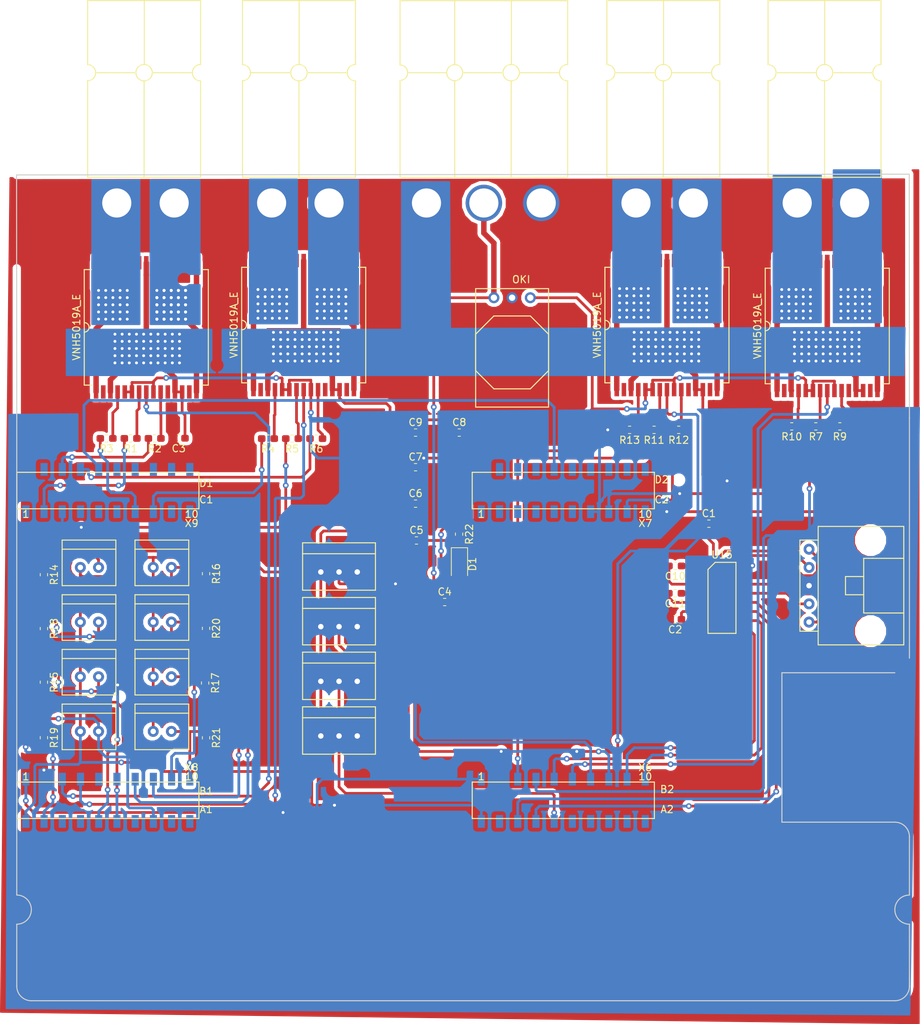
<source format=kicad_pcb>
(kicad_pcb (version 20171130) (host pcbnew "(5.0.0)")
  (layers (0 F.Cu signal) (31 B.Cu signal) (34 B.Paste user) (35 F.Paste user) (36 B.SilkS user) (37 F.SilkS user) (38 B.Mask user) (39 F.Mask user) (44 Edge.Cuts user))
  (net 0 "")
  (net 1 "Net-(R9-Pad1)")
  (net 2 IN_A4)
  (net 3 GND)
  (net 4 LS_7)
  (net 5 "Net-(R11-Pad1)")
  (net 6 MOTOR3_PWM)
  (net 7 MOTOR1_PWM)
  (net 8 "Net-(R1-Pad1)")
  (net 9 "Net-(R2-Pad1)")
  (net 10 IN_B1)
  (net 11 IN_A1)
  (net 12 "Net-(R3-Pad1)")
  (net 13 "Net-(R4-Pad1)")
  (net 14 IN_A2)
  (net 15 "Net-(R5-Pad1)")
  (net 16 "Net-(R6-Pad1)")
  (net 17 IN_B2)
  (net 18 MOTOR4_PWM)
  (net 19 "Net-(R7-Pad1)")
  (net 20 LS_2)
  (net 21 IN_B3)
  (net 22 "Net-(R12-Pad1)")
  (net 23 "Net-(R13-Pad1)")
  (net 24 IN_A3)
  (net 25 LS_1)
  (net 26 LS_3)
  (net 27 LS_5)
  (net 28 LS_4)
  (net 29 LS_6)
  (net 30 LS_8)
  (net 31 Logic_3.3V)
  (net 32 "Net-(D1-Pad2)")
  (net 33 "Net-(R10-Pad1)")
  (net 34 "Net-(U3-PadPM6)")
  (net 35 "Net-(U3-PadPQ1)")
  (net 36 "Net-(U3-PadPQ2)")
  (net 37 "Net-(U3-PadPQ3)")
  (net 38 "Net-(U3-PadPP3)")
  (net 39 "Net-(U3-PadPQ0)")
  (net 40 "Net-(U3-PadRese)")
  (net 41 "Net-(U3-PadPA7)")
  (net 42 "Net-(U3-PadPN5)")
  (net 43 "Net-(U3-Pad+5V)")
  (net 44 "Net-(U3-PadPD2)")
  (net 45 Encoder3_PWM)
  (net 46 Encoder4_PWM)
  (net 47 "Net-(U3-PadPP4)")
  (net 48 "Net-(U3-PadPN4)")
  (net 49 "Net-(U3-PadPG1)")
  (net 50 "Net-(U3-PadPK4)")
  (net 51 "Net-(U3-PadPK5)")
  (net 52 "Net-(U3-PadPM0)")
  (net 53 "Net-(U3-PadPM1)")
  (net 54 "Net-(U3-PadPM2)")
  (net 55 "Net-(U3-PadPM7)")
  (net 56 "Net-(U3-PadPP5)")
  (net 57 RX_1_Tiva)
  (net 58 TX_1_Tiva)
  (net 59 "Net-(U3-PadPD3)")
  (net 60 "Net-(U3-PadPB2)")
  (net 61 "Net-(U3-PadPB3)")
  (net 62 MOTOR2_PWM)
  (net 63 Encoder1_PWM)
  (net 64 Encoder2_PWM)
  (net 65 "Net-(U3-PadPM3)")
  (net 66 "Net-(U3-PadPD1)")
  (net 67 "Net-(U3-PadPD0)")
  (net 68 "Net-(U3-PadPP2)")
  (net 69 "Net-(C10-Pad1)")
  (net 70 "Net-(C1-Pad1)")
  (net 71 "Net-(C10-Pad2)")
  (net 72 "Net-(C11-Pad1)")
  (net 73 "Net-(C11-Pad2)")
  (net 74 "Net-(C2-Pad1)")
  (net 75 RX_1_SL)
  (net 76 TX_1_SL)
  (net 77 +12V)
  (net 78 "Net-(U1-Pad2)")
  (net 79 "Net-(U1-Pad11)")
  (net 80 "Net-(U1-Pad14)")
  (net 81 "Net-(U1-Pad17)")
  (net 82 "Net-(U1-Pad22)")
  (net 83 "Net-(U1-Pad24)")
  (net 84 "Net-(U1-Pad29)")
  (net 85 "Net-(U2-Pad29)")
  (net 86 "Net-(U2-Pad24)")
  (net 87 "Net-(U2-Pad22)")
  (net 88 "Net-(U2-Pad17)")
  (net 89 "Net-(U2-Pad14)")
  (net 90 "Net-(U2-Pad11)")
  (net 91 "Net-(U2-Pad2)")
  (net 92 "Net-(U5-Pad2)")
  (net 93 "Net-(U5-Pad11)")
  (net 94 "Net-(U5-Pad14)")
  (net 95 "Net-(U5-Pad17)")
  (net 96 "Net-(U5-Pad22)")
  (net 97 "Net-(U5-Pad24)")
  (net 98 "Net-(U5-Pad29)")
  (net 99 "Net-(U6-Pad29)")
  (net 100 "Net-(U6-Pad24)")
  (net 101 "Net-(U6-Pad22)")
  (net 102 "Net-(U6-Pad17)")
  (net 103 "Net-(U6-Pad14)")
  (net 104 "Net-(U6-Pad11)")
  (net 105 "Net-(U6-Pad2)")
  (net 106 /Out_A1)
  (net 107 /Out_B1)
  (net 108 /Out_B2)
  (net 109 /Out_B3)
  (net 110 /Out_A3)
  (net 111 /Out_A4)
  (net 112 /Out_B4)
  (net 113 I_Sense_1)
  (net 114 I_Sense_2)
  (net 115 I_Sense_3)
  (net 116 I_Sense_4)
  (net 117 /V+Log)
  (net 118 /Out_A2)
  (net 119 IN_B4)
  (net 120 RX_2_SL)
  (net 121 TX_2_SL)
  (net 122 "Net-(U3-PadPC4)")
  (net 123 "Net-(U3-PadPC5)")
  (net 124 "Net-(U3-PadPL4)")
  (net 125 "Net-(U3-PadPL5)")
  (net 126 "Net-(U3-PadPL2)")
  (net 127 "Net-(U3-PadPL3)")
  (net 128 "Net-(U3-PadPN2)")
  (net 129 "Net-(U3-PadPN3)")
  (net 130 RX_2_Tiva)
  (net 131 TX_2_Tiva)
  (net 132 "Net-(U3-PadPE2)")
  (net 133 "Net-(U3-PadPE3)")
  (net 134 "Net-(U3-PadPF1)")
  (net 135 "Net-(U3-PadPG0)")
  (net 136 +3V3)
  (module MRDT_Connectors:MOLEX_SL_03_Vertical (layer F.Cu) (at 79.756 110.109)
    (fp_text reference U19 hide)
    (fp_text value Encoder_2)
    (pad 1 thru_hole circle (at 2.54 2.54) (size 1.524 1.524) (drill 0.762) (layers *.Cu *.Mask) (net 136 +3V3))
    (pad 2 thru_hole circle (at 5.08 2.54) (size 1.524 1.524) (drill 0.762) (layers *.Cu *.Mask) (net 64 Encoder2_PWM))
    (pad 3 thru_hole circle (at 7.62 2.54) (size 1.524 1.524) (drill 0.762) (layers *.Cu *.Mask) (net 3 GND))
  )
  (module MRDT_Connectors:MOLEX_SL_03_Vertical (layer F.Cu) (at 79.756 117.729)
    (fp_text reference U18 hide)
    (fp_text value Encoder_3)
    (pad 3 thru_hole circle (at 7.62 2.54) (size 1.524 1.524) (drill 0.762) (layers *.Cu *.Mask) (net 3 GND))
    (pad 2 thru_hole circle (at 5.08 2.54) (size 1.524 1.524) (drill 0.762) (layers *.Cu *.Mask) (net 45 Encoder3_PWM))
    (pad 1 thru_hole circle (at 2.54 2.54) (size 1.524 1.524) (drill 0.762) (layers *.Cu *.Mask) (net 136 +3V3))
  )
  (module MRDT_Connectors:MOLEX_SL_03_Vertical (layer F.Cu) (at 79.756 125.349)
    (fp_text reference U20 hide)
    (fp_text value Encoder_4)
    (pad 1 thru_hole circle (at 2.54 2.54) (size 1.524 1.524) (drill 0.762) (layers *.Cu *.Mask) (net 136 +3V3))
    (pad 2 thru_hole circle (at 5.08 2.54) (size 1.524 1.524) (drill 0.762) (layers *.Cu *.Mask) (net 45 Encoder3_PWM))
    (pad 3 thru_hole circle (at 7.62 2.54) (size 1.524 1.524) (drill 0.762) (layers *.Cu *.Mask) (net 3 GND))
  )
  (module MRDT_Connectors:MOLEX_SL_05_Horizontal (layer F.Cu) (at 150.368 106.934 270)
    (fp_text reference Conn5 hide)
    (fp_text value Molex_SL_05)
    (pad 1 thru_hole circle (at -5.08 0 270) (size 1.524 1.524) (drill 0.762) (layers *.Cu *.Mask) (net 120 RX_2_SL))
    (pad 2 thru_hole circle (at -2.54 0 270) (size 1.524 1.524) (drill 0.762) (layers *.Cu *.Mask) (net 121 TX_2_SL))
    (pad 3 thru_hole circle (at 0 0 270) (size 1.524 1.524) (drill 0.762) (layers *.Cu *.Mask) (net 3 GND))
    (pad 4 thru_hole circle (at 2.54 0 270) (size 1.524 1.524) (drill 0.762) (layers *.Cu *.Mask) (net 75 RX_1_SL))
    (pad 5 thru_hole circle (at 5.08 0 270) (size 1.524 1.524) (drill 0.762) (layers *.Cu *.Mask) (net 76 TX_1_SL))
    (pad "" np_thru_hole circle (at -6.35 -8.636 270) (size 3.45 3.45) (drill 3.45) (layers *.Cu *.Mask))
    (pad "" np_thru_hole circle (at 6.35 -8.636 270) (size 3.45 3.45) (drill 3.45) (layers *.Cu *.Mask))
  )
  (module MRDT_ICs:MultiPowerSO_30 (layer F.Cu) (at 57.9628 70.9295 90)
    (fp_text reference U1 hide)
    (fp_text value VNH5019A_E (at 0.0254 -9.7282 90) (layer F.SilkS))
    (pad 1 smd rect (at -9.0043 -6.999999 90) (size 1.8542 0.635) (layers F.Cu F.Paste F.Mask) (net 106 /Out_A1))
    (pad 2 smd rect (at -9.0043 -6.000001 90) (size 1.8542 0.635) (layers F.Cu F.Paste F.Mask) (net 78 "Net-(U1-Pad2)"))
    (pad 3 smd rect (at -9.0043 -5 90) (size 1.8542 0.635) (layers F.Cu F.Paste F.Mask) (net 77 +12V))
    (pad 4 smd rect (at -9.0043 -4 90) (size 1.8542 0.635) (layers F.Cu F.Paste F.Mask) (net 12 "Net-(R3-Pad1)"))
    (pad 5 smd rect (at -9.0043 -2.999999 90) (size 1.8542 0.635) (layers F.Cu F.Paste F.Mask) (net 136 +3V3))
    (pad 6 smd rect (at -9.0043 -2.000001 90) (size 1.8542 0.635) (layers F.Cu F.Paste F.Mask) (net 136 +3V3))
    (pad 7 smd rect (at -9.0043 -1.000001 90) (size 1.8542 0.635) (layers F.Cu F.Paste F.Mask) (net 8 "Net-(R1-Pad1)"))
    (pad 8 smd rect (at -9.0043 0 90) (size 1.8542 0.635) (layers F.Cu F.Paste F.Mask) (net 113 I_Sense_1))
    (pad 9 smd rect (at -9.0043 1.000001 90) (size 1.8542 0.635) (layers F.Cu F.Paste F.Mask) (net 136 +3V3))
    (pad 10 smd rect (at -9.0043 2.000001 90) (size 1.8542 0.635) (layers F.Cu F.Paste F.Mask) (net 9 "Net-(R2-Pad1)"))
    (pad 11 smd rect (at -9.0043 2.999999 90) (size 1.8542 0.635) (layers F.Cu F.Paste F.Mask) (net 79 "Net-(U1-Pad11)"))
    (pad 12 smd rect (at -9.0043 4 90) (size 1.8542 0.635) (layers F.Cu F.Paste F.Mask) (net 77 +12V))
    (pad 13 smd rect (at -9.0043 5 90) (size 1.8542 0.635) (layers F.Cu F.Paste F.Mask) (net 77 +12V))
    (pad 14 smd rect (at -9.0043 6.000001 90) (size 1.8542 0.635) (layers F.Cu F.Paste F.Mask) (net 80 "Net-(U1-Pad14)"))
    (pad 15 smd rect (at -9.0043 7.000001 90) (size 1.8542 0.635) (layers F.Cu F.Paste F.Mask) (net 107 /Out_B1))
    (pad 16 smd rect (at 9.0043 6.999999 90) (size 1.8542 0.635) (layers F.Cu F.Paste F.Mask) (net 107 /Out_B1))
    (pad 17 smd rect (at 9.0043 6.000001 90) (size 1.8542 0.635) (layers F.Cu F.Paste F.Mask) (net 81 "Net-(U1-Pad17)"))
    (pad 18 smd rect (at 9.0043 5 90) (size 1.8542 0.635) (layers F.Cu F.Paste F.Mask) (net 3 GND))
    (pad 19 smd rect (at 9.0043 4 90) (size 1.8542 0.635) (layers F.Cu F.Paste F.Mask) (net 3 GND))
    (pad 20 smd rect (at 9.0043 2.999999 90) (size 1.8542 0.635) (layers F.Cu F.Paste F.Mask) (net 3 GND))
    (pad 21 smd rect (at 9.0043 2.000001 90) (size 1.8542 0.635) (layers F.Cu F.Paste F.Mask) (net 107 /Out_B1))
    (pad 22 smd rect (at 9.0043 1.000001 90) (size 1.8542 0.635) (layers F.Cu F.Paste F.Mask) (net 82 "Net-(U1-Pad22)"))
    (pad 23 smd rect (at 9.0043 0 90) (size 1.8542 0.635) (layers F.Cu F.Paste F.Mask) (net 77 +12V))
    (pad 24 smd rect (at 9.0043 -1.000001 90) (size 1.8542 0.635) (layers F.Cu F.Paste F.Mask) (net 83 "Net-(U1-Pad24)"))
    (pad 25 smd rect (at 9.0043 -2.000001 90) (size 1.8542 0.635) (layers F.Cu F.Paste F.Mask) (net 106 /Out_A1))
    (pad 26 smd rect (at 9.0043 -2.999999 90) (size 1.8542 0.635) (layers F.Cu F.Paste F.Mask) (net 3 GND))
    (pad 27 smd rect (at 9.0043 -4 90) (size 1.8542 0.635) (layers F.Cu F.Paste F.Mask) (net 3 GND))
    (pad 28 smd rect (at 9.0043 -5 90) (size 1.8542 0.635) (layers F.Cu F.Paste F.Mask) (net 3 GND))
    (pad 29 smd rect (at 9.0043 -6.000001 90) (size 1.8542 0.635) (layers F.Cu F.Paste F.Mask) (net 84 "Net-(U1-Pad29)"))
    (pad 30 smd rect (at 9.0043 -7.000001 90) (size 1.8542 0.635) (layers F.Cu F.Paste F.Mask) (net 106 /Out_A1))
    (pad 31 smd rect (at 3.048 -4.1656 90) (size 5.2578 6.223) (layers F.Cu F.Paste F.Mask) (net 106 /Out_A1))
    (pad 32 smd rect (at -3.048 0 90) (size 5.2578 10.3124) (layers F.Cu F.Paste F.Mask) (net 77 +12V))
    (pad 33 smd rect (at 3.048 4.1656 90) (size 5.2578 6.223) (layers F.Cu F.Paste F.Mask) (net 107 /Out_B1))
  )
  (module MRDT_ICs:MultiPowerSO_30 (layer F.Cu) (at 152.908 70.739 90)
    (fp_text reference U5 hide)
    (fp_text value VNH5019A_E (at 0.0254 -9.7282 90) (layer F.SilkS))
    (pad 1 smd rect (at -9.0043 -6.999999 90) (size 1.8542 0.635) (layers F.Cu F.Paste F.Mask) (net 111 /Out_A4))
    (pad 2 smd rect (at -9.0043 -6.000001 90) (size 1.8542 0.635) (layers F.Cu F.Paste F.Mask) (net 92 "Net-(U5-Pad2)"))
    (pad 3 smd rect (at -9.0043 -5 90) (size 1.8542 0.635) (layers F.Cu F.Paste F.Mask) (net 77 +12V))
    (pad 4 smd rect (at -9.0043 -4 90) (size 1.8542 0.635) (layers F.Cu F.Paste F.Mask) (net 33 "Net-(R10-Pad1)"))
    (pad 5 smd rect (at -9.0043 -2.999999 90) (size 1.8542 0.635) (layers F.Cu F.Paste F.Mask) (net 136 +3V3))
    (pad 6 smd rect (at -9.0043 -2.000001 90) (size 1.8542 0.635) (layers F.Cu F.Paste F.Mask) (net 136 +3V3))
    (pad 7 smd rect (at -9.0043 -1.000001 90) (size 1.8542 0.635) (layers F.Cu F.Paste F.Mask) (net 19 "Net-(R7-Pad1)"))
    (pad 8 smd rect (at -9.0043 0 90) (size 1.8542 0.635) (layers F.Cu F.Paste F.Mask) (net 116 I_Sense_4))
    (pad 9 smd rect (at -9.0043 1.000001 90) (size 1.8542 0.635) (layers F.Cu F.Paste F.Mask) (net 136 +3V3))
    (pad 10 smd rect (at -9.0043 2.000001 90) (size 1.8542 0.635) (layers F.Cu F.Paste F.Mask) (net 1 "Net-(R9-Pad1)"))
    (pad 11 smd rect (at -9.0043 2.999999 90) (size 1.8542 0.635) (layers F.Cu F.Paste F.Mask) (net 93 "Net-(U5-Pad11)"))
    (pad 12 smd rect (at -9.0043 4 90) (size 1.8542 0.635) (layers F.Cu F.Paste F.Mask) (net 77 +12V))
    (pad 13 smd rect (at -9.0043 5 90) (size 1.8542 0.635) (layers F.Cu F.Paste F.Mask) (net 77 +12V))
    (pad 14 smd rect (at -9.0043 6.000001 90) (size 1.8542 0.635) (layers F.Cu F.Paste F.Mask) (net 94 "Net-(U5-Pad14)"))
    (pad 15 smd rect (at -9.0043 7.000001 90) (size 1.8542 0.635) (layers F.Cu F.Paste F.Mask) (net 112 /Out_B4))
    (pad 16 smd rect (at 9.0043 6.999999 90) (size 1.8542 0.635) (layers F.Cu F.Paste F.Mask) (net 112 /Out_B4))
    (pad 17 smd rect (at 9.0043 6.000001 90) (size 1.8542 0.635) (layers F.Cu F.Paste F.Mask) (net 95 "Net-(U5-Pad17)"))
    (pad 18 smd rect (at 9.0043 5 90) (size 1.8542 0.635) (layers F.Cu F.Paste F.Mask) (net 3 GND))
    (pad 19 smd rect (at 9.0043 4 90) (size 1.8542 0.635) (layers F.Cu F.Paste F.Mask) (net 3 GND))
    (pad 20 smd rect (at 9.0043 2.999999 90) (size 1.8542 0.635) (layers F.Cu F.Paste F.Mask) (net 3 GND))
    (pad 21 smd rect (at 9.0043 2.000001 90) (size 1.8542 0.635) (layers F.Cu F.Paste F.Mask) (net 112 /Out_B4))
    (pad 22 smd rect (at 9.0043 1.000001 90) (size 1.8542 0.635) (layers F.Cu F.Paste F.Mask) (net 96 "Net-(U5-Pad22)"))
    (pad 23 smd rect (at 9.0043 0 90) (size 1.8542 0.635) (layers F.Cu F.Paste F.Mask) (net 77 +12V))
    (pad 24 smd rect (at 9.0043 -1.000001 90) (size 1.8542 0.635) (layers F.Cu F.Paste F.Mask) (net 97 "Net-(U5-Pad24)"))
    (pad 25 smd rect (at 9.0043 -2.000001 90) (size 1.8542 0.635) (layers F.Cu F.Paste F.Mask) (net 111 /Out_A4))
    (pad 26 smd rect (at 9.0043 -2.999999 90) (size 1.8542 0.635) (layers F.Cu F.Paste F.Mask) (net 3 GND))
    (pad 27 smd rect (at 9.0043 -4 90) (size 1.8542 0.635) (layers F.Cu F.Paste F.Mask) (net 3 GND))
    (pad 28 smd rect (at 9.0043 -5 90) (size 1.8542 0.635) (layers F.Cu F.Paste F.Mask) (net 3 GND))
    (pad 29 smd rect (at 9.0043 -6.000001 90) (size 1.8542 0.635) (layers F.Cu F.Paste F.Mask) (net 98 "Net-(U5-Pad29)"))
    (pad 30 smd rect (at 9.0043 -7.000001 90) (size 1.8542 0.635) (layers F.Cu F.Paste F.Mask) (net 111 /Out_A4))
    (pad 31 smd rect (at 3.048 -4.1656 90) (size 5.2578 6.223) (layers F.Cu F.Paste F.Mask) (net 111 /Out_A4))
    (pad 32 smd rect (at -3.048 0 90) (size 5.2578 10.3124) (layers F.Cu F.Paste F.Mask) (net 77 +12V))
    (pad 33 smd rect (at 3.048 4.1656 90) (size 5.2578 6.223) (layers F.Cu F.Paste F.Mask) (net 112 /Out_B4))
  )
  (module MRDT_Connectors:MOLEX_SL_02_Vertical (layer F.Cu) (at 60.198 112.014)
    (fp_text reference U13 hide)
    (fp_text value Limit_Switch6)
    (pad 2 thru_hole circle (at 1.27 0) (size 1.524 1.524) (drill 0.762) (layers *.Cu *.Mask) (net 29 LS_6))
    (pad 1 thru_hole circle (at -1.27 0) (size 1.524 1.524) (drill 0.762) (layers *.Cu *.Mask) (net 136 +3V3))
  )
  (module MRDT_Connectors:MOLEX_SL_02_Vertical (layer F.Cu) (at 50.038 119.634)
    (fp_text reference U8 hide)
    (fp_text value Limit_Switch3)
    (pad 1 thru_hole circle (at -1.27 0) (size 1.524 1.524) (drill 0.762) (layers *.Cu *.Mask) (net 136 +3V3))
    (pad 2 thru_hole circle (at 1.27 0) (size 1.524 1.524) (drill 0.762) (layers *.Cu *.Mask) (net 26 LS_3))
  )
  (module Capacitor_SMD:C_0603_1608Metric_Pad1.05x0.95mm_HandSolder (layer F.Cu) (at 136.398 98.298)
    (fp_text reference C1 (at 0 -1.43) (layer F.SilkS))
    (fp_text value .1uF)
    (pad 1 smd roundrect (at -0.875 0) (size 1.05 0.95) (layers F.Cu F.Paste F.Mask) (net 70 "Net-(C1-Pad1)"))
    (pad 2 smd roundrect (at 0.875 0) (size 1.05 0.95) (layers F.Cu F.Paste F.Mask) (net 3 GND))
  )
  (module Capacitor_SMD:C_0603_1608Metric_Pad1.05x0.95mm_HandSolder (layer F.Cu) (at 131.699 111.633 180)
    (fp_text reference C2 (at 0 -1.43 180) (layer F.SilkS))
    (fp_text value .1uF)
    (pad 2 smd roundrect (at 0.875 0 180) (size 1.05 0.95) (layers F.Cu F.Paste F.Mask) (net 3 GND))
    (pad 1 smd roundrect (at -0.875 0 180) (size 1.05 0.95) (layers F.Cu F.Paste F.Mask) (net 74 "Net-(C2-Pad1)"))
  )
  (module Capacitor_SMD:C_0603_1608Metric_Pad1.05x0.95mm_HandSolder (layer F.Cu) (at 62.484 86.3854 180)
    (fp_text reference C3 (at 0 -1.43 180) (layer F.SilkS))
    (fp_text value .1u)
    (pad 1 smd roundrect (at -0.875 0 180) (size 1.05 0.95) (layers F.Cu F.Paste F.Mask) (net 77 +12V))
    (pad 2 smd roundrect (at 0.875 0 180) (size 1.05 0.95) (layers F.Cu F.Paste F.Mask) (net 3 GND))
  )
  (module Capacitor_SMD:C_0603_1608Metric_Pad1.05x0.95mm_HandSolder (layer F.Cu) (at 99.568 109.22)
    (fp_text reference C4 (at 0 -1.43) (layer F.SilkS))
    (fp_text value 10u)
    (pad 2 smd roundrect (at 0.875 0) (size 1.05 0.95) (layers F.Cu F.Paste F.Mask) (net 3 GND))
    (pad 1 smd roundrect (at -0.875 0) (size 1.05 0.95) (layers F.Cu F.Paste F.Mask) (net 117 /V+Log))
  )
  (module Capacitor_SMD:C_0603_1608Metric_Pad1.05x0.95mm_HandSolder (layer F.Cu) (at 95.631 100.6348)
    (fp_text reference C5 (at 0 -1.43) (layer F.SilkS))
    (fp_text value 10u)
    (pad 1 smd roundrect (at -0.875 0) (size 1.05 0.95) (layers F.Cu F.Paste F.Mask) (net 3 GND))
    (pad 2 smd roundrect (at 0.875 0) (size 1.05 0.95) (layers F.Cu F.Paste F.Mask) (net 136 +3V3))
  )
  (module Capacitor_SMD:C_0603_1608Metric_Pad1.05x0.95mm_HandSolder (layer F.Cu) (at 95.504 95.504)
    (fp_text reference C6 (at 0 -1.43) (layer F.SilkS))
    (fp_text value 10u)
    (pad 2 smd roundrect (at 0.875 0) (size 1.05 0.95) (layers F.Cu F.Paste F.Mask) (net 3 GND))
    (pad 1 smd roundrect (at -0.875 0) (size 1.05 0.95) (layers F.Cu F.Paste F.Mask) (net 77 +12V))
  )
  (module Capacitor_SMD:C_0603_1608Metric_Pad1.05x0.95mm_HandSolder (layer F.Cu) (at 131.699 108.0008 180)
    (fp_text reference C11 (at 0 -1.43 180) (layer F.SilkS))
    (fp_text value .1uF)
    (pad 1 smd roundrect (at -0.875 0 180) (size 1.05 0.95) (layers F.Cu F.Paste F.Mask) (net 72 "Net-(C11-Pad1)"))
    (pad 2 smd roundrect (at 0.875 0 180) (size 1.05 0.95) (layers F.Cu F.Paste F.Mask) (net 73 "Net-(C11-Pad2)"))
  )
  (module Capacitor_SMD:C_0603_1608Metric_Pad1.05x0.95mm_HandSolder (layer F.Cu) (at 131.713 104.1908 180)
    (fp_text reference C10 (at 0 -1.43 180) (layer F.SilkS))
    (fp_text value .1uF)
    (pad 2 smd roundrect (at 0.875 0 180) (size 1.05 0.95) (layers F.Cu F.Paste F.Mask) (net 71 "Net-(C10-Pad2)"))
    (pad 1 smd roundrect (at -0.875 0 180) (size 1.05 0.95) (layers F.Cu F.Paste F.Mask) (net 69 "Net-(C10-Pad1)"))
  )
  (module Capacitor_SMD:C_0603_1608Metric_Pad1.05x0.95mm_HandSolder (layer F.Cu) (at 95.504 85.598)
    (fp_text reference C9 (at 0 -1.43) (layer F.SilkS))
    (fp_text value 10u)
    (pad 1 smd roundrect (at -0.875 0) (size 1.05 0.95) (layers F.Cu F.Paste F.Mask) (net 77 +12V))
    (pad 2 smd roundrect (at 0.875 0) (size 1.05 0.95) (layers F.Cu F.Paste F.Mask) (net 3 GND))
  )
  (module Capacitor_SMD:C_0603_1608Metric_Pad1.05x0.95mm_HandSolder (layer F.Cu) (at 95.504 90.424)
    (fp_text reference C7 (at 0 -1.43) (layer F.SilkS))
    (fp_text value 10u)
    (pad 2 smd roundrect (at 0.875 0) (size 1.05 0.95) (layers F.Cu F.Paste F.Mask) (net 3 GND))
    (pad 1 smd roundrect (at -0.875 0) (size 1.05 0.95) (layers F.Cu F.Paste F.Mask) (net 77 +12V))
  )
  (module Capacitor_SMD:C_0603_1608Metric_Pad1.05x0.95mm_HandSolder (layer F.Cu) (at 101.6 85.598)
    (fp_text reference C8 (at 0 -1.43) (layer F.SilkS))
    (fp_text value 10u)
    (pad 1 smd roundrect (at -0.875 0) (size 1.05 0.95) (layers F.Cu F.Paste F.Mask) (net 77 +12V))
    (pad 2 smd roundrect (at 0.875 0) (size 1.05 0.95) (layers F.Cu F.Paste F.Mask) (net 3 GND))
  )
  (module Diode_SMD:D_1206_3216Metric (layer F.Cu) (at 101.6254 103.9368 270)
    (fp_text reference D1 (at 0 -1.82 270) (layer F.SilkS))
    (fp_text value LED)
    (pad 1 smd roundrect (at -1.4 0 270) (size 1.25 1.75) (layers F.Cu F.Paste F.Mask) (roundrect_rratio 0.2) (net 3 GND))
    (pad 2 smd roundrect (at 1.4 0 270) (size 1.25 1.75) (layers F.Cu F.Paste F.Mask) (roundrect_rratio 0.2) (net 32 "Net-(D1-Pad2)"))
  )
  (module MRDT_Connectors:Anderson_2_Horisontal_Side_by_Side (layer F.Cu) (at 122.175 50.0126 270)
    (fp_text reference Conn3 hide)
    (fp_text value AndersonPP)
    (pad 2 thru_hole circle (at 3.5814 -12.064 270) (size 5.08 5.08) (drill 4.06) (layers *.Cu *.Mask F.Paste) (net 109 /Out_B3))
    (pad 1 thru_hole circle (at 3.5814 -4.063 270) (size 5.08 5.08) (drill 4.06) (layers *.Cu *.Mask F.Paste) (net 110 /Out_A3))
  )
  (module MRDT_Connectors:Anderson_2_Horisontal_Side_by_Side (layer F.Cu) (at 144.653 50.0126 270)
    (fp_text reference Conn4 hide)
    (fp_text value AndersonPP)
    (pad 1 thru_hole circle (at 3.5814 -4.063 270) (size 5.08 5.08) (drill 4.06) (layers *.Cu *.Mask F.Paste) (net 111 /Out_A4))
    (pad 2 thru_hole circle (at 3.5814 -12.064 270) (size 5.08 5.08) (drill 4.06) (layers *.Cu *.Mask F.Paste) (net 112 /Out_B4))
  )
  (module MRDT_Connectors:Anderson_2_Horisontal_Side_by_Side (layer F.Cu) (at 49.785 50.0126 270)
    (fp_text reference Conn1 hide)
    (fp_text value AndersonPP)
    (pad 2 thru_hole circle (at 3.5814 -12.064 270) (size 5.08 5.08) (drill 4.06) (layers *.Cu *.Mask F.Paste) (net 107 /Out_B1))
    (pad 1 thru_hole circle (at 3.5814 -4.063 270) (size 5.08 5.08) (drill 4.06) (layers *.Cu *.Mask F.Paste) (net 106 /Out_A1))
  )
  (module MRDT_Connectors:Anderson_2_Horisontal_Side_by_Side (layer F.Cu) (at 71.375 50.0126 270)
    (fp_text reference Conn2 hide)
    (fp_text value AndersonPP)
    (pad 1 thru_hole circle (at 3.5814 -4.063 270) (size 5.08 5.08) (drill 4.06) (layers *.Cu *.Mask F.Paste) (net 118 /Out_A2))
    (pad 2 thru_hole circle (at 3.5814 -12.064 270) (size 5.08 5.08) (drill 4.06) (layers *.Cu *.Mask F.Paste) (net 108 /Out_B2))
  )
  (module MRDT_Connectors:Anderson_3_Horisontal_Side_by_Side (layer F.Cu) (at 93.344 50.0126 270)
    (fp_text reference Conn6 hide)
    (fp_text value Anderson-3)
    (pad 3 thru_hole circle (at 3.5814 -3.684 270) (size 5.08 5.08) (drill 4.06) (layers *.Cu *.Mask F.Paste) (net 77 +12V))
    (pad 2 thru_hole circle (at 3.5814 -11.683 270) (size 5.08 5.08) (drill 4.06) (layers *.Cu *.Mask F.Paste) (net 117 /V+Log))
    (pad 1 thru_hole circle (at 3.5814 -19.684 270) (size 5.08 5.08) (drill 4.06) (layers *.Cu *.Mask F.Paste) (net 3 GND))
  )
  (module MRDT_Connectors:MOLEX_SL_02_Vertical (layer F.Cu) (at 50.038 104.394)
    (fp_text reference U7 hide)
    (fp_text value Limit_Switch1)
    (pad 2 thru_hole circle (at 1.27 0) (size 1.524 1.524) (drill 0.762) (layers *.Cu *.Mask) (net 25 LS_1))
    (pad 1 thru_hole circle (at -1.27 0) (size 1.524 1.524) (drill 0.762) (layers *.Cu *.Mask) (net 136 +3V3))
  )
  (module MRDT_Connectors:MOLEX_SL_02_Vertical (layer F.Cu) (at 60.198 104.394)
    (fp_text reference U9 hide)
    (fp_text value Limit_Switch5)
    (pad 2 thru_hole circle (at 1.27 0) (size 1.524 1.524) (drill 0.762) (layers *.Cu *.Mask) (net 27 LS_5))
    (pad 1 thru_hole circle (at -1.27 0) (size 1.524 1.524) (drill 0.762) (layers *.Cu *.Mask) (net 136 +3V3))
  )
  (module MRDT_Connectors:MOLEX_SL_02_Vertical (layer F.Cu) (at 60.198 119.634)
    (fp_text reference U10 hide)
    (fp_text value Limit_Switch7)
    (pad 1 thru_hole circle (at -1.27 0) (size 1.524 1.524) (drill 0.762) (layers *.Cu *.Mask) (net 136 +3V3))
    (pad 2 thru_hole circle (at 1.27 0) (size 1.524 1.524) (drill 0.762) (layers *.Cu *.Mask) (net 4 LS_7))
  )
  (module MRDT_Connectors:MOLEX_SL_02_Vertical (layer F.Cu) (at 50.038 112.014)
    (fp_text reference U11 hide)
    (fp_text value Limit_Switch2)
    (pad 2 thru_hole circle (at 1.27 0) (size 1.524 1.524) (drill 0.762) (layers *.Cu *.Mask) (net 20 LS_2))
    (pad 1 thru_hole circle (at -1.27 0) (size 1.524 1.524) (drill 0.762) (layers *.Cu *.Mask) (net 136 +3V3))
  )
  (module MRDT_Connectors:MOLEX_SL_02_Vertical (layer F.Cu) (at 50.038 127.254)
    (fp_text reference U12 hide)
    (fp_text value Limit_Switch4)
    (pad 1 thru_hole circle (at -1.27 0) (size 1.524 1.524) (drill 0.762) (layers *.Cu *.Mask) (net 136 +3V3))
    (pad 2 thru_hole circle (at 1.27 0) (size 1.524 1.524) (drill 0.762) (layers *.Cu *.Mask) (net 28 LS_4))
  )
  (module MRDT_Connectors:MOLEX_SL_02_Vertical (layer F.Cu) (at 60.198 127.254)
    (fp_text reference U14 hide)
    (fp_text value Limit_Switch8)
    (pad 1 thru_hole circle (at -1.27 0) (size 1.524 1.524) (drill 0.762) (layers *.Cu *.Mask) (net 136 +3V3))
    (pad 2 thru_hole circle (at 1.27 0) (size 1.524 1.524) (drill 0.762) (layers *.Cu *.Mask) (net 30 LS_8))
  )
  (module MRDT_Connectors:MOLEX_SL_03_Vertical (layer F.Cu) (at 79.756 102.489)
    (fp_text reference U17 hide)
    (fp_text value Encoder_1)
    (pad 3 thru_hole circle (at 7.62 2.54) (size 1.524 1.524) (drill 0.762) (layers *.Cu *.Mask) (net 3 GND))
    (pad 2 thru_hole circle (at 5.08 2.54) (size 1.524 1.524) (drill 0.762) (layers *.Cu *.Mask) (net 63 Encoder1_PWM))
    (pad 1 thru_hole circle (at 2.54 2.54) (size 1.524 1.524) (drill 0.762) (layers *.Cu *.Mask) (net 136 +3V3))
  )
  (module MRDT_Devices:OKI_Horizontal (layer F.Cu) (at 103.886 65.532)
    (fp_text reference U16 hide)
    (fp_text value OKI (at 6.35 -1.27) (layer F.SilkS))
    (pad 1 thru_hole circle (at 2.54 1.27) (size 1.524 1.524) (drill 0.889) (layers *.Cu *.Mask) (net 117 /V+Log))
    (pad 2 thru_hole circle (at 5.08 1.27) (size 1.524 1.524) (drill 0.889) (layers *.Cu *.Mask) (net 3 GND))
    (pad 3 thru_hole circle (at 7.62 1.27) (size 1.524 1.524) (drill 0.889) (layers *.Cu *.Mask) (net 136 +3V3))
  )
  (module MRDT_ICs:MultiPowerSO_30 (layer F.Cu) (at 130.556 70.612 90)
    (fp_text reference U6 hide)
    (fp_text value VNH5019A_E (at 0.0254 -9.7282 90) (layer F.SilkS))
    (pad 33 smd rect (at 3.048 4.1656 90) (size 5.2578 6.223) (layers F.Cu F.Paste F.Mask) (net 109 /Out_B3))
    (pad 32 smd rect (at -3.048 0 90) (size 5.2578 10.3124) (layers F.Cu F.Paste F.Mask) (net 77 +12V))
    (pad 31 smd rect (at 3.048 -4.1656 90) (size 5.2578 6.223) (layers F.Cu F.Paste F.Mask) (net 110 /Out_A3))
    (pad 30 smd rect (at 9.0043 -7.000001 90) (size 1.8542 0.635) (layers F.Cu F.Paste F.Mask) (net 110 /Out_A3))
    (pad 29 smd rect (at 9.0043 -6.000001 90) (size 1.8542 0.635) (layers F.Cu F.Paste F.Mask) (net 99 "Net-(U6-Pad29)"))
    (pad 28 smd rect (at 9.0043 -5 90) (size 1.8542 0.635) (layers F.Cu F.Paste F.Mask) (net 3 GND))
    (pad 27 smd rect (at 9.0043 -4 90) (size 1.8542 0.635) (layers F.Cu F.Paste F.Mask) (net 3 GND))
    (pad 26 smd rect (at 9.0043 -2.999999 90) (size 1.8542 0.635) (layers F.Cu F.Paste F.Mask) (net 3 GND))
    (pad 25 smd rect (at 9.0043 -2.000001 90) (size 1.8542 0.635) (layers F.Cu F.Paste F.Mask) (net 110 /Out_A3))
    (pad 24 smd rect (at 9.0043 -1.000001 90) (size 1.8542 0.635) (layers F.Cu F.Paste F.Mask) (net 100 "Net-(U6-Pad24)"))
    (pad 23 smd rect (at 9.0043 0 90) (size 1.8542 0.635) (layers F.Cu F.Paste F.Mask) (net 77 +12V))
    (pad 22 smd rect (at 9.0043 1.000001 90) (size 1.8542 0.635) (layers F.Cu F.Paste F.Mask) (net 101 "Net-(U6-Pad22)"))
    (pad 21 smd rect (at 9.0043 2.000001 90) (size 1.8542 0.635) (layers F.Cu F.Paste F.Mask) (net 109 /Out_B3))
    (pad 20 smd rect (at 9.0043 2.999999 90) (size 1.8542 0.635) (layers F.Cu F.Paste F.Mask) (net 3 GND))
    (pad 19 smd rect (at 9.0043 4 90) (size 1.8542 0.635) (layers F.Cu F.Paste F.Mask) (net 3 GND))
    (pad 18 smd rect (at 9.0043 5 90) (size 1.8542 0.635) (layers F.Cu F.Paste F.Mask) (net 3 GND))
    (pad 17 smd rect (at 9.0043 6.000001 90) (size 1.8542 0.635) (layers F.Cu F.Paste F.Mask) (net 102 "Net-(U6-Pad17)"))
    (pad 16 smd rect (at 9.0043 6.999999 90) (size 1.8542 0.635) (layers F.Cu F.Paste F.Mask) (net 109 /Out_B3))
    (pad 15 smd rect (at -9.0043 7.000001 90) (size 1.8542 0.635) (layers F.Cu F.Paste F.Mask) (net 109 /Out_B3))
    (pad 14 smd rect (at -9.0043 6.000001 90) (size 1.8542 0.635) (layers F.Cu F.Paste F.Mask) (net 103 "Net-(U6-Pad14)"))
    (pad 13 smd rect (at -9.0043 5 90) (size 1.8542 0.635) (layers F.Cu F.Paste F.Mask) (net 77 +12V))
    (pad 12 smd rect (at -9.0043 4 90) (size 1.8542 0.635) (layers F.Cu F.Paste F.Mask) (net 77 +12V))
    (pad 11 smd rect (at -9.0043 2.999999 90) (size 1.8542 0.635) (layers F.Cu F.Paste F.Mask) (net 104 "Net-(U6-Pad11)"))
    (pad 10 smd rect (at -9.0043 2.000001 90) (size 1.8542 0.635) (layers F.Cu F.Paste F.Mask) (net 22 "Net-(R12-Pad1)"))
    (pad 9 smd rect (at -9.0043 1.000001 90) (size 1.8542 0.635) (layers F.Cu F.Paste F.Mask) (net 136 +3V3))
    (pad 8 smd rect (at -9.0043 0 90) (size 1.8542 0.635) (layers F.Cu F.Paste F.Mask) (net 115 I_Sense_3))
    (pad 7 smd rect (at -9.0043 -1.000001 90) (size 1.8542 0.635) (layers F.Cu F.Paste F.Mask) (net 5 "Net-(R11-Pad1)"))
    (pad 6 smd rect (at -9.0043 -2.000001 90) (size 1.8542 0.635) (layers F.Cu F.Paste F.Mask) (net 136 +3V3))
    (pad 5 smd rect (at -9.0043 -2.999999 90) (size 1.8542 0.635) (layers F.Cu F.Paste F.Mask) (net 136 +3V3))
    (pad 4 smd rect (at -9.0043 -4 90) (size 1.8542 0.635) (layers F.Cu F.Paste F.Mask) (net 23 "Net-(R13-Pad1)"))
    (pad 3 smd rect (at -9.0043 -5 90) (size 1.8542 0.635) (layers F.Cu F.Paste F.Mask) (net 77 +12V))
    (pad 2 smd rect (at -9.0043 -6.000001 90) (size 1.8542 0.635) (layers F.Cu F.Paste F.Mask) (net 105 "Net-(U6-Pad2)"))
    (pad 1 smd rect (at -9.0043 -6.999999 90) (size 1.8542 0.635) (layers F.Cu F.Paste F.Mask) (net 110 /Out_A3))
  )
  (module MRDT_ICs:MultiPowerSO_30 (layer F.Cu) (at 79.9084 70.612 90)
    (fp_text reference U2 hide)
    (fp_text value VNH5019A_E (at 0.0254 -9.7282 90) (layer F.SilkS))
    (pad 33 smd rect (at 3.048 4.1656 90) (size 5.2578 6.223) (layers F.Cu F.Paste F.Mask) (net 108 /Out_B2))
    (pad 32 smd rect (at -3.048 0 90) (size 5.2578 10.3124) (layers F.Cu F.Paste F.Mask) (net 77 +12V))
    (pad 31 smd rect (at 3.048 -4.1656 90) (size 5.2578 6.223) (layers F.Cu F.Paste F.Mask) (net 118 /Out_A2))
    (pad 30 smd rect (at 9.0043 -7.000001 90) (size 1.8542 0.635) (layers F.Cu F.Paste F.Mask) (net 118 /Out_A2))
    (pad 29 smd rect (at 9.0043 -6.000001 90) (size 1.8542 0.635) (layers F.Cu F.Paste F.Mask) (net 85 "Net-(U2-Pad29)"))
    (pad 28 smd rect (at 9.0043 -5 90) (size 1.8542 0.635) (layers F.Cu F.Paste F.Mask) (net 3 GND))
    (pad 27 smd rect (at 9.0043 -4 90) (size 1.8542 0.635) (layers F.Cu F.Paste F.Mask) (net 3 GND))
    (pad 26 smd rect (at 9.0043 -2.999999 90) (size 1.8542 0.635) (layers F.Cu F.Paste F.Mask) (net 3 GND))
    (pad 25 smd rect (at 9.0043 -2.000001 90) (size 1.8542 0.635) (layers F.Cu F.Paste F.Mask) (net 118 /Out_A2))
    (pad 24 smd rect (at 9.0043 -1.000001 90) (size 1.8542 0.635) (layers F.Cu F.Paste F.Mask) (net 86 "Net-(U2-Pad24)"))
    (pad 23 smd rect (at 9.0043 0 90) (size 1.8542 0.635) (layers F.Cu F.Paste F.Mask) (net 77 +12V))
    (pad 22 smd rect (at 9.0043 1.000001 90) (size 1.8542 0.635) (layers F.Cu F.Paste F.Mask) (net 87 "Net-(U2-Pad22)"))
    (pad 21 smd rect (at 9.0043 2.000001 90) (size 1.8542 0.635) (layers F.Cu F.Paste F.Mask) (net 108 /Out_B2))
    (pad 20 smd rect (at 9.0043 2.999999 90) (size 1.8542 0.635) (layers F.Cu F.Paste F.Mask) (net 3 GND))
    (pad 19 smd rect (at 9.0043 4 90) (size 1.8542 0.635) (layers F.Cu F.Paste F.Mask) (net 3 GND))
    (pad 18 smd rect (at 9.0043 5 90) (size 1.8542 0.635) (layers F.Cu F.Paste F.Mask) (net 3 GND))
    (pad 17 smd rect (at 9.0043 6.000001 90) (size 1.8542 0.635) (layers F.Cu F.Paste F.Mask) (net 88 "Net-(U2-Pad17)"))
    (pad 16 smd rect (at 9.0043 6.999999 90) (size 1.8542 0.635) (layers F.Cu F.Paste F.Mask) (net 108 /Out_B2))
    (pad 15 smd rect (at -9.0043 7.000001 90) (size 1.8542 0.635) (layers F.Cu F.Paste F.Mask) (net 108 /Out_B2))
    (pad 14 smd rect (at -9.0043 6.000001 90) (size 1.8542 0.635) (layers F.Cu F.Paste F.Mask) (net 89 "Net-(U2-Pad14)"))
    (pad 13 smd rect (at -9.0043 5 90) (size 1.8542 0.635) (layers F.Cu F.Paste F.Mask) (net 77 +12V))
    (pad 12 smd rect (at -9.0043 4 90) (size 1.8542 0.635) (layers F.Cu F.Paste F.Mask) (net 77 +12V))
    (pad 11 smd rect (at -9.0043 2.999999 90) (size 1.8542 0.635) (layers F.Cu F.Paste F.Mask) (net 90 "Net-(U2-Pad11)"))
    (pad 10 smd rect (at -9.0043 2.000001 90) (size 1.8542 0.635) (layers F.Cu F.Paste F.Mask) (net 16 "Net-(R6-Pad1)"))
    (pad 9 smd rect (at -9.0043 1.000001 90) (size 1.8542 0.635) (layers F.Cu F.Paste F.Mask) (net 136 +3V3))
    (pad 8 smd rect (at -9.0043 0 90) (size 1.8542 0.635) (layers F.Cu F.Paste F.Mask) (net 114 I_Sense_2))
    (pad 7 smd rect (at -9.0043 -1.000001 90) (size 1.8542 0.635) (layers F.Cu F.Paste F.Mask) (net 15 "Net-(R5-Pad1)"))
    (pad 6 smd rect (at -9.0043 -2.000001 90) (size 1.8542 0.635) (layers F.Cu F.Paste F.Mask) (net 136 +3V3))
    (pad 5 smd rect (at -9.0043 -2.999999 90) (size 1.8542 0.635) (layers F.Cu F.Paste F.Mask) (net 136 +3V3))
    (pad 4 smd rect (at -9.0043 -4 90) (size 1.8542 0.635) (layers F.Cu F.Paste F.Mask) (net 13 "Net-(R4-Pad1)"))
    (pad 3 smd rect (at -9.0043 -5 90) (size 1.8542 0.635) (layers F.Cu F.Paste F.Mask) (net 77 +12V))
    (pad 2 smd rect (at -9.0043 -6.000001 90) (size 1.8542 0.635) (layers F.Cu F.Paste F.Mask) (net 91 "Net-(U2-Pad2)"))
    (pad 1 smd rect (at -9.0043 -6.999999 90) (size 1.8542 0.635) (layers F.Cu F.Paste F.Mask) (net 118 /Out_A2))
  )
  (module MRDT_ICs:SOIC_16_3.9x9.9mm_Pitch1.27mm (layer F.Cu) (at 138.2268 108.6358)
    (fp_text reference U15 (at 0 -6) (layer F.SilkS))
    (fp_text value MAX_3232)
    (pad 1 smd rect (at -2.7 -4.445) (size 1.5 0.6) (layers F.Cu F.Paste F.Mask) (net 69 "Net-(C10-Pad1)"))
    (pad 2 smd rect (at -2.7 -3.175) (size 1.5 0.6) (layers F.Cu F.Paste F.Mask) (net 70 "Net-(C1-Pad1)"))
    (pad 3 smd rect (at -2.7 -1.905) (size 1.5 0.6) (layers F.Cu F.Paste F.Mask) (net 71 "Net-(C10-Pad2)"))
    (pad 4 smd rect (at -2.7 -0.635) (size 1.5 0.6) (layers F.Cu F.Paste F.Mask) (net 72 "Net-(C11-Pad1)"))
    (pad 5 smd rect (at -2.7 0.635) (size 1.5 0.6) (layers F.Cu F.Paste F.Mask) (net 73 "Net-(C11-Pad2)"))
    (pad 6 smd rect (at -2.7 1.905) (size 1.5 0.6) (layers F.Cu F.Paste F.Mask) (net 74 "Net-(C2-Pad1)"))
    (pad 7 smd rect (at -2.7 3.175) (size 1.5 0.6) (layers F.Cu F.Paste F.Mask) (net 121 TX_2_SL))
    (pad 8 smd rect (at -2.7 4.445) (size 1.5 0.6) (layers F.Cu F.Paste F.Mask) (net 120 RX_2_SL))
    (pad 9 smd rect (at 2.7 4.445) (size 1.5 0.6) (layers F.Cu F.Paste F.Mask) (net 130 RX_2_Tiva))
    (pad 10 smd rect (at 2.7 3.175) (size 1.5 0.6) (layers F.Cu F.Paste F.Mask) (net 131 TX_2_Tiva))
    (pad 11 smd rect (at 2.7 1.905) (size 1.5 0.6) (layers F.Cu F.Paste F.Mask) (net 58 TX_1_Tiva))
    (pad 12 smd rect (at 2.7 0.635) (size 1.5 0.6) (layers F.Cu F.Paste F.Mask) (net 57 RX_1_Tiva))
    (pad 13 smd rect (at 2.7 -0.635) (size 1.5 0.6) (layers F.Cu F.Paste F.Mask) (net 75 RX_1_SL))
    (pad 14 smd rect (at 2.7 -1.905) (size 1.5 0.6) (layers F.Cu F.Paste F.Mask) (net 76 TX_1_SL))
    (pad 15 smd rect (at 2.7 -3.175) (size 1.5 0.6) (layers F.Cu F.Paste F.Mask) (net 3 GND))
    (pad 16 smd rect (at 2.7 -4.445) (size 1.5 0.6) (layers F.Cu F.Paste F.Mask) (net 77 +12V))
  )
  (module Resistor_SMD:R_0603_1608Metric_Pad1.05x0.95mm_HandSolder (layer F.Cu) (at 147.955 84.7344 180)
    (fp_text reference R10 (at 0 -1.43 180) (layer F.SilkS))
    (fp_text value 1K)
    (pad 1 smd roundrect (at -0.875 0 180) (size 1.05 0.95) (layers F.Cu F.Paste F.Mask) (net 33 "Net-(R10-Pad1)"))
    (pad 2 smd roundrect (at 0.875 0 180) (size 1.05 0.95) (layers F.Cu F.Paste F.Mask) (net 2 IN_A4))
  )
  (module Resistor_SMD:R_0603_1608Metric_Pad1.05x0.95mm_HandSolder (layer F.Cu) (at 101.5746 99.7585 270)
    (fp_text reference R22 (at 0 -1.43 270) (layer F.SilkS))
    (fp_text value 330)
    (pad 2 smd roundrect (at 0.875 0 270) (size 1.05 0.95) (layers F.Cu F.Paste F.Mask) (net 136 +3V3))
    (pad 1 smd roundrect (at -0.875 0 270) (size 1.05 0.95) (layers F.Cu F.Paste F.Mask) (net 32 "Net-(D1-Pad2)"))
  )
  (module Resistor_SMD:R_0603_1608Metric_Pad1.05x0.95mm_HandSolder (layer F.Cu) (at 66.294 128.143 270)
    (fp_text reference R21 (at 0 -1.43 270) (layer F.SilkS))
    (fp_text value 10K)
    (pad 1 smd roundrect (at -0.875 0 270) (size 1.05 0.95) (layers F.Cu F.Paste F.Mask) (net 30 LS_8))
    (pad 2 smd roundrect (at 0.875 0 270) (size 1.05 0.95) (layers F.Cu F.Paste F.Mask) (net 3 GND))
  )
  (module Resistor_SMD:R_0603_1608Metric_Pad1.05x0.95mm_HandSolder (layer F.Cu) (at 66.294 112.889 270)
    (fp_text reference R20 (at 0 -1.43 270) (layer F.SilkS))
    (fp_text value 10K)
    (pad 2 smd roundrect (at 0.875 0 270) (size 1.05 0.95) (layers F.Cu F.Paste F.Mask) (net 3 GND))
    (pad 1 smd roundrect (at -0.875 0 270) (size 1.05 0.95) (layers F.Cu F.Paste F.Mask) (net 29 LS_6))
  )
  (module Resistor_SMD:R_0603_1608Metric_Pad1.05x0.95mm_HandSolder (layer F.Cu) (at 43.688 128.129 270)
    (fp_text reference R19 (at 0 -1.43 270) (layer F.SilkS))
    (fp_text value 10K)
    (pad 1 smd roundrect (at -0.875 0 270) (size 1.05 0.95) (layers F.Cu F.Paste F.Mask) (net 28 LS_4))
    (pad 2 smd roundrect (at 0.875 0 270) (size 1.05 0.95) (layers F.Cu F.Paste F.Mask) (net 3 GND))
  )
  (module Resistor_SMD:R_0603_1608Metric_Pad1.05x0.95mm_HandSolder (layer F.Cu) (at 66.294 105.269 270)
    (fp_text reference R16 (at 0 -1.43 270) (layer F.SilkS))
    (fp_text value 10K)
    (pad 2 smd roundrect (at 0.875 0 270) (size 1.05 0.95) (layers F.Cu F.Paste F.Mask) (net 3 GND))
    (pad 1 smd roundrect (at -0.875 0 270) (size 1.05 0.95) (layers F.Cu F.Paste F.Mask) (net 27 LS_5))
  )
  (module Resistor_SMD:R_0603_1608Metric_Pad1.05x0.95mm_HandSolder (layer F.Cu) (at 43.688 120.396 270)
    (fp_text reference R15 (at 0 -1.43 270) (layer F.SilkS))
    (fp_text value 10K)
    (pad 1 smd roundrect (at -0.875 0 270) (size 1.05 0.95) (layers F.Cu F.Paste F.Mask) (net 26 LS_3))
    (pad 2 smd roundrect (at 0.875 0 270) (size 1.05 0.95) (layers F.Cu F.Paste F.Mask) (net 3 GND))
  )
  (module Resistor_SMD:R_0603_1608Metric_Pad1.05x0.95mm_HandSolder (layer F.Cu) (at 43.688 105.41 270)
    (fp_text reference R14 (at 0 -1.43 270) (layer F.SilkS))
    (fp_text value 10K)
    (pad 2 smd roundrect (at 0.875 0 270) (size 1.05 0.95) (layers F.Cu F.Paste F.Mask) (net 3 GND))
    (pad 1 smd roundrect (at -0.875 0 270) (size 1.05 0.95) (layers F.Cu F.Paste F.Mask) (net 25 LS_1))
  )
  (module Resistor_SMD:R_0603_1608Metric_Pad1.05x0.95mm_HandSolder (layer F.Cu) (at 125.349 85.217 180)
    (fp_text reference R13 (at 0 -1.43 180) (layer F.SilkS))
    (fp_text value 1K)
    (pad 1 smd roundrect (at -0.875 0 180) (size 1.05 0.95) (layers F.Cu F.Paste F.Mask) (net 23 "Net-(R13-Pad1)"))
    (pad 2 smd roundrect (at 0.875 0 180) (size 1.05 0.95) (layers F.Cu F.Paste F.Mask) (net 24 IN_A3))
  )
  (module Resistor_SMD:R_0603_1608Metric_Pad1.05x0.95mm_HandSolder (layer F.Cu) (at 132.193 85.217 180)
    (fp_text reference R12 (at 0 -1.43 180) (layer F.SilkS))
    (fp_text value 1K)
    (pad 2 smd roundrect (at 0.875 0 180) (size 1.05 0.95) (layers F.Cu F.Paste F.Mask) (net 21 IN_B3))
    (pad 1 smd roundrect (at -0.875 0 180) (size 1.05 0.95) (layers F.Cu F.Paste F.Mask) (net 22 "Net-(R12-Pad1)"))
  )
  (module Resistor_SMD:R_0603_1608Metric_Pad1.05x0.95mm_HandSolder (layer F.Cu) (at 43.688 112.917 270)
    (fp_text reference R18 (at 0 -1.43 270) (layer F.SilkS))
    (fp_text value 10K)
    (pad 1 smd roundrect (at -0.875 0 270) (size 1.05 0.95) (layers F.Cu F.Paste F.Mask) (net 20 LS_2))
    (pad 2 smd roundrect (at 0.875 0 270) (size 1.05 0.95) (layers F.Cu F.Paste F.Mask) (net 3 GND))
  )
  (module Resistor_SMD:R_0603_1608Metric_Pad1.05x0.95mm_HandSolder (layer F.Cu) (at 151.3078 84.7344 180)
    (fp_text reference R7 (at 0 -1.43 180) (layer F.SilkS))
    (fp_text value 1K)
    (pad 2 smd roundrect (at 0.875 0 180) (size 1.05 0.95) (layers F.Cu F.Paste F.Mask) (net 18 MOTOR4_PWM))
    (pad 1 smd roundrect (at -0.875 0 180) (size 1.05 0.95) (layers F.Cu F.Paste F.Mask) (net 19 "Net-(R7-Pad1)"))
  )
  (module Resistor_SMD:R_0603_1608Metric_Pad1.05x0.95mm_HandSolder (layer F.Cu) (at 81.661 86.4362 180)
    (fp_text reference R6 (at 0 -1.43 180) (layer F.SilkS))
    (fp_text value 1K)
    (pad 1 smd roundrect (at -0.875 0 180) (size 1.05 0.95) (layers F.Cu F.Paste F.Mask) (net 16 "Net-(R6-Pad1)"))
    (pad 2 smd roundrect (at 0.875 0 180) (size 1.05 0.95) (layers F.Cu F.Paste F.Mask) (net 17 IN_B2))
  )
  (module Resistor_SMD:R_0603_1608Metric_Pad1.05x0.95mm_HandSolder (layer F.Cu) (at 78.2828 86.4362 180)
    (fp_text reference R5 (at 0 -1.43 180) (layer F.SilkS))
    (fp_text value 1K)
    (pad 2 smd roundrect (at 0.875 0 180) (size 1.05 0.95) (layers F.Cu F.Paste F.Mask) (net 62 MOTOR2_PWM))
    (pad 1 smd roundrect (at -0.875 0 180) (size 1.05 0.95) (layers F.Cu F.Paste F.Mask) (net 15 "Net-(R5-Pad1)"))
  )
  (module Resistor_SMD:R_0603_1608Metric_Pad1.05x0.95mm_HandSolder (layer F.Cu) (at 74.93 86.4362 180)
    (fp_text reference R4 (at 0 -1.43 180) (layer F.SilkS))
    (fp_text value 1K)
    (pad 1 smd roundrect (at -0.875 0 180) (size 1.05 0.95) (layers F.Cu F.Paste F.Mask) (net 13 "Net-(R4-Pad1)"))
    (pad 2 smd roundrect (at 0.875 0 180) (size 1.05 0.95) (layers F.Cu F.Paste F.Mask) (net 14 IN_A2))
  )
  (module Resistor_SMD:R_0603_1608Metric_Pad1.05x0.95mm_HandSolder (layer F.Cu) (at 52.4256 86.4108 180)
    (fp_text reference R3 (at 0 -1.43 180) (layer F.SilkS))
    (fp_text value 1K)
    (pad 2 smd roundrect (at 0.875 0 180) (size 1.05 0.95) (layers F.Cu F.Paste F.Mask) (net 11 IN_A1))
    (pad 1 smd roundrect (at -0.875 0 180) (size 1.05 0.95) (layers F.Cu F.Paste F.Mask) (net 12 "Net-(R3-Pad1)"))
  )
  (module Resistor_SMD:R_0603_1608Metric_Pad1.05x0.95mm_HandSolder (layer F.Cu) (at 59.1312 86.4108 180)
    (fp_text reference R2 (at 0 -1.43 180) (layer F.SilkS))
    (fp_text value 1K)
    (pad 1 smd roundrect (at -0.875 0 180) (size 1.05 0.95) (layers F.Cu F.Paste F.Mask) (net 9 "Net-(R2-Pad1)"))
    (pad 2 smd roundrect (at 0.875 0 180) (size 1.05 0.95) (layers F.Cu F.Paste F.Mask) (net 10 IN_B1))
  )
  (module Resistor_SMD:R_0603_1608Metric_Pad1.05x0.95mm_HandSolder (layer F.Cu) (at 55.7784 86.4108 180)
    (fp_text reference R1 (at 0 -1.43 180) (layer F.SilkS))
    (fp_text value 1K)
    (pad 2 smd roundrect (at 0.875 0 180) (size 1.05 0.95) (layers F.Cu F.Paste F.Mask) (net 7 MOTOR1_PWM))
    (pad 1 smd roundrect (at -0.875 0 180) (size 1.05 0.95) (layers F.Cu F.Paste F.Mask) (net 8 "Net-(R1-Pad1)"))
  )
  (module Resistor_SMD:R_0603_1608Metric_Pad1.05x0.95mm_HandSolder (layer F.Cu) (at 128.764 85.217 180)
    (fp_text reference R11 (at 0 -1.43 180) (layer F.SilkS))
    (fp_text value 1K)
    (pad 1 smd roundrect (at -0.875 0 180) (size 1.05 0.95) (layers F.Cu F.Paste F.Mask) (net 5 "Net-(R11-Pad1)"))
    (pad 2 smd roundrect (at 0.875 0 180) (size 1.05 0.95) (layers F.Cu F.Paste F.Mask) (net 6 MOTOR3_PWM))
  )
  (module Resistor_SMD:R_0603_1608Metric_Pad1.05x0.95mm_HandSolder (layer F.Cu) (at 66.167 120.5103 270)
    (fp_text reference R17 (at 0 -1.43 270) (layer F.SilkS))
    (fp_text value 10K)
    (pad 2 smd roundrect (at 0.875 0 270) (size 1.05 0.95) (layers F.Cu F.Paste F.Mask) (net 3 GND))
    (pad 1 smd roundrect (at -0.875 0 270) (size 1.05 0.95) (layers F.Cu F.Paste F.Mask) (net 4 LS_7))
  )
  (module Resistor_SMD:R_0603_1608Metric_Pad1.05x0.95mm_HandSolder (layer F.Cu) (at 154.6606 84.7344 180)
    (fp_text reference R9 (at 0 -1.43 180) (layer F.SilkS))
    (fp_text value 1K)
    (pad 1 smd roundrect (at -0.875 0 180) (size 1.05 0.95) (layers F.Cu F.Paste F.Mask) (net 1 "Net-(R9-Pad1)"))
    (pad 2 smd roundrect (at 0.875 0 180) (size 1.05 0.95) (layers F.Cu F.Paste F.Mask) (net 119 IN_B4))
  )
  (module MRDT_Shields:TM4C129E_Launchpad_FULL_Bottom_SMD (layer F.Cu) (at 39.903001 139.394001)
    (fp_text reference U3 hide)
    (fp_text value TM4C129E_Launchpad hide)
    (fp_text user 1 (at 1.27 -42.418 180) (layer F.SilkS))
    (fp_text user 10 (at 24.384 -42.418 180) (layer F.SilkS))
    (fp_text user 1 (at 1.27 -5.842 180) (layer F.SilkS))
    (fp_text user 10 (at 24.384 -5.842 180) (layer F.SilkS))
    (fp_text user 1 (at 64.77 -42.418 180) (layer F.SilkS))
    (fp_text user 10 (at 87.63 -42.418 180) (layer F.SilkS))
    (fp_text user 10 (at 87.63 -5.842 180) (layer F.SilkS))
    (fp_text user 1 (at 64.77 -5.842 180) (layer F.SilkS))
    (fp_text user X9 (at 24.384 -41.148 180) (layer F.SilkS))
    (fp_text user X8 (at 24.384 -7.112 180) (layer F.SilkS))
    (fp_text user X7 (at 87.63 -41.148 180) (layer F.SilkS))
    (fp_text user X6 (at 87.63 -7.112) (layer F.SilkS))
    (fp_text user C1 (at 26.416 -44.45 180) (layer F.SilkS))
    (fp_text user D1 (at 26.416 -46.736 180) (layer F.SilkS))
    (fp_text user C2 (at 89.916 -44.45 180) (layer F.SilkS))
    (fp_text user D2 (at 89.916 -47.244) (layer F.SilkS))
    (fp_text user B1 (at 26.416 -3.81 180) (layer F.SilkS))
    (fp_text user A1 (at 26.416 -1.27 180) (layer F.SilkS))
    (fp_text user B2 (at 90.678 -4.064 180) (layer F.SilkS))
    (fp_text user A2 (at 90.678 -1.27 180) (layer F.SilkS))
    (pad +3V3 smd rect (at 64.77 0.4064 180) (size 0.9906 1.778) (layers B.Cu B.Paste B.Mask) (net 31 Logic_3.3V))
    (pad PM6 smd rect (at 87.63 -48.6664 180) (size 0.9906 1.778) (layers B.Cu B.Paste B.Mask) (net 34 "Net-(U3-PadPM6)"))
    (pad PQ1 smd rect (at 85.09 -48.6664 180) (size 0.9906 1.778) (layers B.Cu B.Paste B.Mask) (net 35 "Net-(U3-PadPQ1)"))
    (pad PQ2 smd rect (at 77.47 -48.6664 180) (size 0.9906 1.778) (layers B.Cu B.Paste B.Mask) (net 36 "Net-(U3-PadPQ2)"))
    (pad PK0 smd rect (at 74.93 -5.4864 180) (size 0.9906 1.778) (layers B.Cu B.Paste B.Mask) (net 115 I_Sense_3))
    (pad PQ3 smd rect (at 80.01 -48.6664 180) (size 0.9906 1.778) (layers B.Cu B.Paste B.Mask) (net 37 "Net-(U3-PadPQ3)"))
    (pad PP3 smd rect (at 82.55 -48.6664 180) (size 0.9906 1.778) (layers B.Cu B.Paste B.Mask) (net 38 "Net-(U3-PadPP3)"))
    (pad PQ0 smd rect (at 80.01 0.4064 180) (size 0.9906 1.778) (layers B.Cu B.Paste B.Mask) (net 39 "Net-(U3-PadPQ0)"))
    (pad PA4 smd rect (at 85.09 -5.4864 180) (size 0.9906 1.778) (layers B.Cu B.Paste B.Mask) (net 130 RX_2_Tiva))
    (pad Rese smd rect (at 74.93 -48.6664 180) (size 0.9906 1.778) (layers B.Cu B.Paste B.Mask) (net 40 "Net-(U3-PadRese)"))
    (pad PA7 smd rect (at 72.39 -48.6664 180) (size 0.9906 1.778) (layers B.Cu B.Paste B.Mask) (net 41 "Net-(U3-PadPA7)"))
    (pad PN5 smd rect (at 85.09 0.4064 180) (size 0.9906 1.778) (layers B.Cu B.Paste B.Mask) (net 42 "Net-(U3-PadPN5)"))
    (pad PK2 smd rect (at 80.01 -5.4864 180) (size 0.9906 1.778) (layers B.Cu B.Paste B.Mask) (net 63 Encoder1_PWM))
    (pad PK1 smd rect (at 77.47 -5.4864 180) (size 0.9906 1.778) (layers B.Cu B.Paste B.Mask) (net 116 I_Sense_4))
    (pad +5V smd rect (at 64.77 -5.4864 180) (size 0.9906 1.778) (layers B.Cu B.Paste B.Mask) (net 43 "Net-(U3-Pad+5V)"))
    (pad GND smd rect (at 67.31 -5.4864 180) (size 0.9906 1.778) (layers B.Cu B.Paste B.Mask) (net 3 GND))
    (pad PB4 smd rect (at 69.85 -5.4864 180) (size 0.9906 1.778) (layers B.Cu B.Paste B.Mask) (net 6 MOTOR3_PWM))
    (pad PB5 smd rect (at 72.39 -5.4864 180) (size 0.9906 1.778) (layers B.Cu B.Paste B.Mask) (net 18 MOTOR4_PWM))
    (pad PK3 smd rect (at 82.55 -5.4864 180) (size 0.9906 1.778) (layers B.Cu B.Paste B.Mask) (net 64 Encoder2_PWM))
    (pad PA5 smd rect (at 87.63 -5.4864 180) (size 0.9906 1.778) (layers B.Cu B.Paste B.Mask) (net 131 TX_2_Tiva))
    (pad PD2 smd rect (at 67.31 0.4064 180) (size 0.9906 1.778) (layers B.Cu B.Paste B.Mask) (net 44 "Net-(U3-PadPD2)"))
    (pad PP0 smd rect (at 69.85 0.4064 180) (size 0.9906 1.778) (layers B.Cu B.Paste B.Mask) (net 57 RX_1_Tiva))
    (pad PP1 smd rect (at 72.39 0.4064 180) (size 0.9906 1.778) (layers B.Cu B.Paste B.Mask) (net 58 TX_1_Tiva))
    (pad PD4 smd rect (at 74.93 0.4064 180) (size 0.9906 1.778) (layers B.Cu B.Paste B.Mask) (net 45 Encoder3_PWM))
    (pad PD5 smd rect (at 77.47 0.4064 180) (size 0.9906 1.778) (layers B.Cu B.Paste B.Mask) (net 46 Encoder4_PWM))
    (pad PP4 smd rect (at 82.55 0.4064 180) (size 0.9906 1.778) (layers B.Cu B.Paste B.Mask) (net 47 "Net-(U3-PadPP4)"))
    (pad PN4 smd rect (at 87.63 0.4064 180) (size 0.9906 1.778) (layers B.Cu B.Paste B.Mask) (net 48 "Net-(U3-PadPN4)"))
    (pad PG1 smd rect (at 64.77 -42.7736 180) (size 0.9906 1.778) (layers B.Cu B.Paste B.Mask) (net 49 "Net-(U3-PadPG1)"))
    (pad PK4 smd rect (at 67.31 -42.7736 180) (size 0.9906 1.778) (layers B.Cu B.Paste B.Mask) (net 50 "Net-(U3-PadPK4)"))
    (pad PK5 smd rect (at 69.85 -42.7736 180) (size 0.9906 1.778) (layers B.Cu B.Paste B.Mask) (net 51 "Net-(U3-PadPK5)"))
    (pad PM0 smd rect (at 72.39 -42.7736 180) (size 0.9906 1.778) (layers B.Cu B.Paste B.Mask) (net 52 "Net-(U3-PadPM0)"))
    (pad PM1 smd rect (at 74.93 -42.7736 180) (size 0.9906 1.778) (layers B.Cu B.Paste B.Mask) (net 53 "Net-(U3-PadPM1)"))
    (pad PM2 smd rect (at 77.47 -42.7736 180) (size 0.9906 1.778) (layers B.Cu B.Paste B.Mask) (net 54 "Net-(U3-PadPM2)"))
    (pad PH0 smd rect (at 80.01 -42.7736 180) (size 0.9906 1.778) (layers B.Cu B.Paste B.Mask) (net 24 IN_A3))
    (pad PH1 smd rect (at 82.55 -42.7736 180) (size 0.9906 1.778) (layers B.Cu B.Paste B.Mask) (net 2 IN_A4))
    (pad PK6 smd rect (at 85.09 -42.7736 180) (size 0.9906 1.778) (layers B.Cu B.Paste B.Mask) (net 21 IN_B3))
    (pad PK7 smd rect (at 87.63 -42.7736 180) (size 0.9906 1.778) (layers B.Cu B.Paste B.Mask) (net 119 IN_B4))
    (pad GND smd rect (at 64.77 -48.6664 180) (size 0.9906 1.778) (layers B.Cu B.Paste B.Mask) (net 3 GND))
    (pad PM7 smd rect (at 67.31 -48.6664 180) (size 0.9906 1.778) (layers B.Cu B.Paste B.Mask) (net 55 "Net-(U3-PadPM7)"))
    (pad PP5 smd rect (at 69.85 -48.6664 180) (size 0.9906 1.778) (layers B.Cu B.Paste B.Mask) (net 56 "Net-(U3-PadPP5)"))
    (pad +5V smd rect (at 1.27 -5.4864 180) (size 0.9906 1.778) (layers B.Cu B.Paste B.Mask) (net 43 "Net-(U3-Pad+5V)"))
    (pad GND smd rect (at 3.81 -5.4864 180) (size 0.9906 1.778) (layers B.Cu B.Paste B.Mask) (net 3 GND))
    (pad PE0 smd rect (at 6.35 -5.4864 180) (size 0.9906 1.778) (layers B.Cu B.Paste B.Mask) (net 113 I_Sense_1))
    (pad PE1 smd rect (at 8.89 -5.4864 180) (size 0.9906 1.778) (layers B.Cu B.Paste B.Mask) (net 114 I_Sense_2))
    (pad PE2 smd rect (at 11.43 -5.4864 180) (size 0.9906 1.778) (layers B.Cu B.Paste B.Mask) (net 132 "Net-(U3-PadPE2)"))
    (pad PE3 smd rect (at 13.97 -5.4864 180) (size 0.9906 1.778) (layers B.Cu B.Paste B.Mask) (net 133 "Net-(U3-PadPE3)"))
    (pad PD7 smd rect (at 16.51 -5.4864 180) (size 0.9906 1.778) (layers B.Cu B.Paste B.Mask) (net 27 LS_5))
    (pad PA6 smd rect (at 19.05 -5.4864 180) (size 0.9906 1.778) (layers B.Cu B.Paste B.Mask) (net 29 LS_6))
    (pad PM4 smd rect (at 21.59 -5.4864 180) (size 0.9906 1.778) (layers B.Cu B.Paste B.Mask) (net 4 LS_7))
    (pad PM5 smd rect (at 24.13 -5.4864 180) (size 0.9906 1.778) (layers B.Cu B.Paste B.Mask) (net 30 LS_8))
    (pad +3V3 smd rect (at 1.27 0.4064 180) (size 0.9906 1.778) (layers B.Cu B.Paste B.Mask) (net 31 Logic_3.3V))
    (pad PE4 smd rect (at 3.81 0.4064 180) (size 0.9906 1.778) (layers B.Cu B.Paste B.Mask) (net 25 LS_1))
    (pad PC4 smd rect (at 6.35 0.4064 180) (size 0.9906 1.778) (layers B.Cu B.Paste B.Mask) (net 122 "Net-(U3-PadPC4)"))
    (pad PC5 smd rect (at 8.89 0.4064 180) (size 0.9906 1.778) (layers B.Cu B.Paste B.Mask) (net 123 "Net-(U3-PadPC5)"))
    (pad PC6 smd rect (at 11.43 0.4064 180) (size 0.9906 1.778) (layers B.Cu B.Paste B.Mask) (net 20 LS_2))
    (pad PE5 smd rect (at 13.97 0.4064 180) (size 0.9906 1.778) (layers B.Cu B.Paste B.Mask) (net 26 LS_3))
    (pad PD3 smd rect (at 16.51 0.4064 180) (size 0.9906 1.778) (layers B.Cu B.Paste B.Mask) (net 59 "Net-(U3-PadPD3)"))
    (pad PC7 smd rect (at 19.05 0.4064 180) (size 0.9906 1.778) (layers B.Cu B.Paste B.Mask) (net 28 LS_4))
    (pad PB2 smd rect (at 21.59 0.4064 180) (size 0.9906 1.778) (layers B.Cu B.Paste B.Mask) (net 60 "Net-(U3-PadPB2)"))
    (pad PB3 smd rect (at 24.13 0.4064 180) (size 0.9906 1.778) (layers B.Cu B.Paste B.Mask) (net 61 "Net-(U3-PadPB3)"))
    (pad PF1 smd rect (at 1.27 -42.7736 180) (size 0.9906 1.778) (layers B.Cu B.Paste B.Mask) (net 134 "Net-(U3-PadPF1)"))
    (pad PF2 smd rect (at 3.81 -42.7736 180) (size 0.9906 1.778) (layers B.Cu B.Paste B.Mask) (net 7 MOTOR1_PWM))
    (pad PF3 smd rect (at 6.35 -42.7736 180) (size 0.9906 1.778) (layers B.Cu B.Paste B.Mask) (net 62 MOTOR2_PWM))
    (pad PG0 smd rect (at 8.89 -42.7736 180) (size 0.9906 1.778) (layers B.Cu B.Paste B.Mask) (net 135 "Net-(U3-PadPG0)"))
    (pad PL4 smd rect (at 11.43 -42.7736 180) (size 0.9906 1.778) (layers B.Cu B.Paste B.Mask) (net 124 "Net-(U3-PadPL4)"))
    (pad PL5 smd rect (at 13.97 -42.7736 180) (size 0.9906 1.778) (layers B.Cu B.Paste B.Mask) (net 125 "Net-(U3-PadPL5)"))
    (pad PL0 smd rect (at 16.51 -42.7736 180) (size 0.9906 1.778) (layers B.Cu B.Paste B.Mask) (net 11 IN_A1))
    (pad PL1 smd rect (at 19.05 -42.7736 180) (size 0.9906 1.778) (layers B.Cu B.Paste B.Mask) (net 14 IN_A2))
    (pad PL2 smd rect (at 21.59 -42.7736 180) (size 0.9906 1.778) (layers B.Cu B.Paste B.Mask) (net 126 "Net-(U3-PadPL2)"))
    (pad PL3 smd rect (at 24.13 -42.7736 180) (size 0.9906 1.778) (layers B.Cu B.Paste B.Mask) (net 127 "Net-(U3-PadPL3)"))
    (pad GND smd rect (at 1.27 -48.6664 180) (size 0.9906 1.778) (layers B.Cu B.Paste B.Mask) (net 3 GND))
    (pad PM3 smd rect (at 3.81 -48.6664 180) (size 0.9906 1.778) (layers B.Cu B.Paste B.Mask) (net 65 "Net-(U3-PadPM3)"))
    (pad PH2 smd rect (at 6.35 -48.6664 180) (size 0.9906 1.778) (layers B.Cu B.Paste B.Mask) (net 10 IN_B1))
    (pad PH3 smd rect (at 8.89 -48.6664 180) (size 0.9906 1.778) (layers B.Cu B.Paste B.Mask) (net 17 IN_B2))
    (pad Rese smd rect (at 11.43 -48.6664 180) (size 0.9906 1.778) (layers B.Cu B.Paste B.Mask) (net 40 "Net-(U3-PadRese)"))
    (pad PD1 smd rect (at 13.97 -48.6664 180) (size 0.9906 1.778) (layers B.Cu B.Paste B.Mask) (net 66 "Net-(U3-PadPD1)"))
    (pad PD0 smd rect (at 16.51 -48.6664 180) (size 0.9906 1.778) (layers B.Cu B.Paste B.Mask) (net 67 "Net-(U3-PadPD0)"))
    (pad PN2 smd rect (at 19.05 -48.6664 180) (size 0.9906 1.778) (layers B.Cu B.Paste B.Mask) (net 128 "Net-(U3-PadPN2)"))
    (pad PN3 smd rect (at 21.59 -48.6664 180) (size 0.9906 1.778) (layers B.Cu B.Paste B.Mask) (net 129 "Net-(U3-PadPN3)"))
    (pad PP2 smd rect (at 24.13 -48.6664 180) (size 0.9906 1.778) (layers B.Cu B.Paste B.Mask) (net 68 "Net-(U3-PadPP2)"))
  )
  (gr_line (start 39.878 49.6824) (end 39.9034 83.5152) (layer Edge.Cuts) (width 0.15))
  (gr_line (start 164.338 49.5808) (end 164.3634 83.566) (layer Edge.Cuts) (width 0.15))
  (gr_arc (start 41.9354 162.7632) (end 39.9034 162.7632) (angle -90) (layer Edge.Cuts) (width 0.15))
  (gr_arc (start 162.3314 162.7632) (end 162.3314 164.7952) (angle -90) (layer Edge.Cuts) (width 0.15))
  (gr_arc (start 164.3634 152.0952) (end 164.3634 150.0632) (angle -180) (layer Edge.Cuts) (width 0.15))
  (gr_arc (start 162.3314 141.9352) (end 164.3634 141.9352) (angle -90) (layer Edge.Cuts) (width 0.15))
  (gr_arc (start 39.9034 152.0952) (end 39.9034 154.1272) (angle -180) (layer Edge.Cuts) (width 0.15))
  (gr_line (start 162.3314 164.7952) (end 41.9354 164.7952) (layer Edge.Cuts) (width 0.15))
  (gr_line (start 164.3634 154.1272) (end 164.3634 162.7632) (layer Edge.Cuts) (width 0.15))
  (gr_line (start 164.3634 141.9352) (end 164.3634 150.0632) (layer Edge.Cuts) (width 0.15))
  (gr_line (start 146.5834 139.9032) (end 162.3314 139.9032) (layer Edge.Cuts) (width 0.15))
  (gr_line (start 146.5834 119.0752) (end 146.5834 139.9032) (layer Edge.Cuts) (width 0.15))
  (gr_line (start 162.3314 119.0752) (end 146.5834 119.0752) (layer Edge.Cuts) (width 0.15))
  (gr_line (start 164.3634 83.5152) (end 164.3634 117.0432) (layer Edge.Cuts) (width 0.15))
  (gr_line (start 39.9034 49.6824) (end 164.338 49.5808) (layer Edge.Cuts) (width 0.15))
  (gr_line (start 39.9034 150.0632) (end 39.9034 83.5152) (layer Edge.Cuts) (width 0.15))
  (gr_line (start 39.9034 162.7632) (end 39.9034 154.1272) (layer Edge.Cuts) (width 0.15))
  (segment (start 155.5356 84.7344) (end 155.5356 82.5106) (width 0.381) (layer F.Cu) (net 1))
  (segment (start 154.908001 81.883001) (end 154.908001 79.7433) (width 0.381) (layer F.Cu) (net 1))
  (segment (start 155.5356 82.5106) (end 154.908001 81.883001) (width 0.381) (layer F.Cu) (net 1))
  (segment (start 122.453001 95.224999) (end 122.453001 96.620401) (width 0.25) (layer B.Cu) (net 2))
  (segment (start 122.453001 96.620401) (end 122.453001 94.843999) (width 0.381) (layer B.Cu) (net 2))
  (segment (start 122.453001 94.843999) (end 122.453001 94.462999) (width 0.381) (layer B.Cu) (net 2))
  (segment (start 122.453001 94.462999) (end 122.809 94.107) (width 0.381) (layer B.Cu) (net 2))
  (segment (start 122.809 94.107) (end 132.334 94.107) (width 0.381) (layer B.Cu) (net 2))
  (segment (start 132.334 94.107) (end 132.334 94.107) (width 0.381) (layer B.Cu) (net 2))
  (via (at 132.334 94.107) (size 0.8) (drill 0.4) (layers F.Cu B.Cu) (net 2))
  (segment (start 147.08 84.7344) (end 147.08 93.712) (width 0.381) (layer F.Cu) (net 2))
  (segment (start 146.685 94.107) (end 132.334 94.107) (width 0.381) (layer F.Cu) (net 2))
  (segment (start 147.08 93.712) (end 146.685 94.107) (width 0.381) (layer F.Cu) (net 2))
  (segment (start 43.688 129.004) (end 43.688 132.207) (width 0.381) (layer F.Cu) (net 3))
  (via (at 43.688 132.645001) (size 0.8) (drill 0.4) (layers F.Cu B.Cu) (net 3))
  (segment (start 43.688 132.461) (end 43.688 132.645001) (width 0.381) (layer F.Cu) (net 3))
  (segment (start 43.688 132.207) (end 43.688 132.645001) (width 0.381) (layer F.Cu) (net 3))
  (segment (start 43.713001 132.670002) (end 43.688 132.645001) (width 0.381) (layer B.Cu) (net 3))
  (segment (start 43.713001 133.907601) (end 43.713001 132.670002) (width 0.381) (layer B.Cu) (net 3))
  (via (at 64.657 121.779) (size 0.8) (drill 0.4) (layers F.Cu B.Cu) (net 4))
  (segment (start 64.516 130.302) (end 64.657 130.161) (width 0.381) (layer B.Cu) (net 4))
  (segment (start 61.976 130.302) (end 64.516 130.302) (width 0.381) (layer B.Cu) (net 4))
  (segment (start 61.493001 133.907601) (end 61.493001 130.784999) (width 0.381) (layer B.Cu) (net 4))
  (segment (start 61.493001 130.784999) (end 61.976 130.302) (width 0.381) (layer B.Cu) (net 4))
  (segment (start 64.657 130.161) (end 64.657 121.779) (width 0.381) (layer B.Cu) (net 4))
  (segment (start 61.4693 119.6353) (end 61.468 119.634) (width 0.381) (layer F.Cu) (net 4))
  (segment (start 64.643 119.6353) (end 61.4693 119.6353) (width 0.381) (layer F.Cu) (net 4))
  (segment (start 66.167 119.6353) (end 64.643 119.6353) (width 0.381) (layer F.Cu) (net 4))
  (segment (start 64.657 121.779) (end 64.657 119.6493) (width 0.381) (layer F.Cu) (net 4))
  (segment (start 64.657 119.6493) (end 64.643 119.6353) (width 0.381) (layer F.Cu) (net 4))
  (segment (start 129.555999 79.6163) (end 129.555999 82.720999) (width 0.381) (layer F.Cu) (net 5))
  (segment (start 129.639 82.804) (end 129.639 85.217) (width 0.381) (layer F.Cu) (net 5))
  (segment (start 129.555999 82.720999) (end 129.639 82.804) (width 0.381) (layer F.Cu) (net 5))
  (segment (start 127.889 85.217) (end 127.889 88.519) (width 0.381) (layer F.Cu) (net 6))
  (segment (start 127.381 89.027) (end 127.254 89.154) (width 0.25) (layer F.Cu) (net 6))
  (segment (start 109.753001 133.907601) (end 109.753001 132.181999) (width 0.381) (layer B.Cu) (net 6))
  (segment (start 109.753001 132.181999) (end 109.753001 131.038999) (width 0.381) (layer B.Cu) (net 6))
  (segment (start 109.753001 131.038999) (end 109.753001 89.382999) (width 0.381) (layer F.Cu) (net 6))
  (via (at 109.753001 131.038999) (size 0.8) (drill 0.4) (layers F.Cu B.Cu) (net 6))
  (segment (start 109.753001 89.382999) (end 109.982 89.154) (width 0.381) (layer F.Cu) (net 6))
  (segment (start 127.889 88.519) (end 127.254 89.154) (width 0.381) (layer F.Cu) (net 6))
  (segment (start 127.254 89.154) (end 109.982 89.154) (width 0.381) (layer F.Cu) (net 6))
  (segment (start 54.9034 88.0986) (end 54.9034 88.0986) (width 0.25) (layer F.Cu) (net 7))
  (via (at 54.9034 88.0986) (size 0.8) (drill 0.4) (layers F.Cu B.Cu) (net 7))
  (via (at 54.102 92.964) (size 0.8) (drill 0.4) (layers F.Cu B.Cu) (net 7))
  (via (at 45.974 92.964) (size 0.8) (drill 0.4) (layers F.Cu B.Cu) (net 7))
  (segment (start 54.9034 88.0986) (end 54.9034 92.6706) (width 0.381) (layer B.Cu) (net 7))
  (segment (start 54.9034 92.6706) (end 54.61 92.964) (width 0.381) (layer B.Cu) (net 7))
  (segment (start 54.61 92.964) (end 54.102 92.964) (width 0.381) (layer B.Cu) (net 7))
  (segment (start 54.9034 88.0986) (end 54.9034 86.4108) (width 0.381) (layer F.Cu) (net 7))
  (segment (start 54.102 92.964) (end 45.974 92.964) (width 0.381) (layer F.Cu) (net 7))
  (segment (start 44.196 92.964) (end 43.713001 93.446999) (width 0.381) (layer B.Cu) (net 7))
  (segment (start 45.974 92.964) (end 44.196 92.964) (width 0.381) (layer B.Cu) (net 7))
  (segment (start 43.713001 93.446999) (end 43.713001 96.620401) (width 0.381) (layer B.Cu) (net 7))
  (segment (start 56.962799 82.252001) (end 56.6534 82.5614) (width 0.381) (layer F.Cu) (net 8))
  (segment (start 56.962799 79.9338) (end 56.962799 82.252001) (width 0.381) (layer F.Cu) (net 8))
  (segment (start 56.6534 82.5614) (end 56.6534 86.4108) (width 0.381) (layer F.Cu) (net 8))
  (segment (start 59.962801 79.9338) (end 59.962801 83.076801) (width 0.381) (layer F.Cu) (net 9))
  (segment (start 60.0062 83.1202) (end 60.0062 86.4108) (width 0.381) (layer F.Cu) (net 9))
  (segment (start 59.962801 83.076801) (end 60.0062 83.1202) (width 0.381) (layer F.Cu) (net 9))
  (segment (start 58.2562 86.4108) (end 58.2562 88.3018) (width 0.381) (layer F.Cu) (net 10))
  (segment (start 58.2562 88.3018) (end 57.658 88.9) (width 0.381) (layer F.Cu) (net 10))
  (segment (start 57.658 88.9) (end 57.531 89.027) (width 0.381) (layer F.Cu) (net 10))
  (segment (start 57.531 89.027) (end 47.625 89.027) (width 0.381) (layer F.Cu) (net 10))
  (segment (start 47.625 89.027) (end 47.625 89.027) (width 0.381) (layer F.Cu) (net 10))
  (via (at 47.625 89.027) (size 0.8) (drill 0.4) (layers F.Cu B.Cu) (net 10))
  (segment (start 47.625 89.027) (end 46.482 89.027) (width 0.381) (layer B.Cu) (net 10))
  (segment (start 46.253001 89.255999) (end 46.253001 90.727601) (width 0.381) (layer B.Cu) (net 10))
  (segment (start 46.482 89.027) (end 46.253001 89.255999) (width 0.381) (layer B.Cu) (net 10))
  (via (at 51.562 88.138) (size 0.8) (drill 0.4) (layers F.Cu B.Cu) (net 11))
  (segment (start 51.5506 88.1266) (end 51.562 88.138) (width 0.381) (layer F.Cu) (net 11))
  (segment (start 51.5506 86.4108) (end 51.5506 88.1266) (width 0.381) (layer F.Cu) (net 11))
  (segment (start 52.578 89.719685) (end 52.578 93.472) (width 0.381) (layer B.Cu) (net 11))
  (segment (start 51.562 88.703685) (end 52.578 89.719685) (width 0.381) (layer B.Cu) (net 11))
  (segment (start 51.562 88.138) (end 51.562 88.703685) (width 0.381) (layer B.Cu) (net 11))
  (segment (start 53.086 93.98) (end 55.88 93.98) (width 0.381) (layer B.Cu) (net 11))
  (segment (start 52.578 93.472) (end 53.086 93.98) (width 0.381) (layer B.Cu) (net 11))
  (segment (start 56.413001 94.513001) (end 56.413001 96.620401) (width 0.381) (layer B.Cu) (net 11))
  (segment (start 55.88 93.98) (end 56.413001 94.513001) (width 0.381) (layer B.Cu) (net 11))
  (segment (start 53.3006 86.4108) (end 53.3006 82.8434) (width 0.381) (layer F.Cu) (net 12))
  (segment (start 53.9628 82.1812) (end 53.9628 79.9338) (width 0.381) (layer F.Cu) (net 12))
  (segment (start 53.3006 82.8434) (end 53.9628 82.1812) (width 0.381) (layer F.Cu) (net 12))
  (segment (start 75.805 86.4362) (end 75.805 83.199) (width 0.381) (layer F.Cu) (net 13))
  (segment (start 75.9084 83.0956) (end 75.9084 79.6163) (width 0.381) (layer F.Cu) (net 13))
  (segment (start 75.805 83.199) (end 75.9084 83.0956) (width 0.381) (layer F.Cu) (net 13))
  (segment (start 74.055 86.4362) (end 74.055 88.759) (width 0.25) (layer F.Cu) (net 14))
  (segment (start 74.055 86.4362) (end 74.055 90.791) (width 0.381) (layer F.Cu) (net 14))
  (segment (start 74.055 90.791) (end 74.055 90.791) (width 0.381) (layer F.Cu) (net 14))
  (via (at 74.055 90.791) (size 0.8) (drill 0.4) (layers F.Cu B.Cu) (net 14))
  (segment (start 74.055 91.356685) (end 74.041 91.370685) (width 0.381) (layer B.Cu) (net 14))
  (segment (start 74.055 90.791) (end 74.055 91.356685) (width 0.381) (layer B.Cu) (net 14))
  (segment (start 74.055 92.823) (end 72.898 93.98) (width 0.381) (layer B.Cu) (net 14))
  (segment (start 74.055 91.356685) (end 74.055 92.823) (width 0.381) (layer B.Cu) (net 14))
  (segment (start 59.436 93.98) (end 58.953001 94.462999) (width 0.381) (layer B.Cu) (net 14))
  (segment (start 72.898 93.98) (end 59.436 93.98) (width 0.381) (layer B.Cu) (net 14))
  (segment (start 58.953001 94.462999) (end 58.953001 96.620401) (width 0.381) (layer B.Cu) (net 14))
  (segment (start 78.908399 80.9244) (end 78.908399 79.6163) (width 0.381) (layer F.Cu) (net 15))
  (segment (start 78.908399 84.142341) (end 78.908399 80.9244) (width 0.381) (layer F.Cu) (net 15))
  (segment (start 79.1578 84.391742) (end 78.908399 84.142341) (width 0.381) (layer F.Cu) (net 15))
  (segment (start 79.1578 86.4362) (end 79.1578 84.391742) (width 0.381) (layer F.Cu) (net 15))
  (segment (start 81.908401 85.233601) (end 82.536 85.8612) (width 0.381) (layer F.Cu) (net 16))
  (segment (start 82.536 85.8612) (end 82.536 86.4362) (width 0.381) (layer F.Cu) (net 16))
  (segment (start 81.908401 85.233601) (end 81.908401 79.6163) (width 0.381) (layer F.Cu) (net 16))
  (segment (start 80.786 86.4362) (end 80.786 90.551) (width 0.381) (layer F.Cu) (net 17))
  (segment (start 80.786 90.551) (end 80.786 90.664) (width 0.25) (layer F.Cu) (net 17))
  (segment (start 80.786 90.664) (end 79.629 91.821) (width 0.381) (layer F.Cu) (net 17))
  (segment (start 79.629 91.821) (end 50.292 91.821) (width 0.381) (layer F.Cu) (net 17))
  (segment (start 50.292 91.821) (end 50.292 91.821) (width 0.381) (layer F.Cu) (net 17))
  (via (at 50.292 91.821) (size 0.8) (drill 0.4) (layers F.Cu B.Cu) (net 17))
  (segment (start 50.292 91.821) (end 49.911 91.44) (width 0.381) (layer B.Cu) (net 17))
  (segment (start 49.911 91.44) (end 49.911 90.805) (width 0.381) (layer B.Cu) (net 17))
  (segment (start 49.833601 90.727601) (end 48.793001 90.727601) (width 0.381) (layer B.Cu) (net 17))
  (segment (start 49.911 90.805) (end 49.833601 90.727601) (width 0.381) (layer B.Cu) (net 17))
  (via (at 150.4328 93.4072) (size 0.8) (drill 0.4) (layers F.Cu B.Cu) (net 18))
  (segment (start 150.4328 84.7344) (end 150.4328 93.4072) (width 0.381) (layer F.Cu) (net 18))
  (segment (start 144.018 135.128) (end 143.51 135.636) (width 0.381) (layer B.Cu) (net 18))
  (segment (start 144.018 100.33) (end 144.018 135.128) (width 0.381) (layer B.Cu) (net 18))
  (segment (start 144.399 99.949) (end 144.018 100.33) (width 0.381) (layer B.Cu) (net 18))
  (segment (start 150.114 99.949) (end 144.399 99.949) (width 0.381) (layer B.Cu) (net 18))
  (segment (start 150.4328 93.4072) (end 150.4328 99.6302) (width 0.381) (layer B.Cu) (net 18))
  (segment (start 150.4328 99.6302) (end 150.114 99.949) (width 0.381) (layer B.Cu) (net 18))
  (segment (start 143.51 135.636) (end 112.522 135.636) (width 0.381) (layer B.Cu) (net 18))
  (segment (start 112.522 135.636) (end 112.293001 135.407001) (width 0.381) (layer B.Cu) (net 18))
  (segment (start 112.293001 135.407001) (end 112.293001 133.907601) (width 0.381) (layer B.Cu) (net 18))
  (segment (start 151.907999 81.0514) (end 151.907999 79.7433) (width 0.381) (layer F.Cu) (net 19))
  (segment (start 151.907999 83.884599) (end 151.907999 81.0514) (width 0.381) (layer F.Cu) (net 19))
  (segment (start 152.1828 84.1594) (end 151.907999 83.884599) (width 0.381) (layer F.Cu) (net 19))
  (segment (start 152.1828 84.7344) (end 152.1828 84.1594) (width 0.381) (layer F.Cu) (net 19))
  (via (at 50.038 114.046) (size 0.8) (drill 0.4) (layers F.Cu B.Cu) (net 20))
  (via (at 45.466 112.776) (size 0.8) (drill 0.4) (layers F.Cu B.Cu) (net 20))
  (segment (start 53.956001 122.827999) (end 53.956001 128.378001) (width 0.25) (layer B.Cu) (net 20))
  (via (at 53.956001 128.378001) (size 0.8) (drill 0.4) (layers F.Cu B.Cu) (net 20))
  (via (at 52.578 135.382) (size 0.8) (drill 0.4) (layers F.Cu B.Cu) (net 20))
  (segment (start 45.24 112.042) (end 45.466 112.268) (width 0.381) (layer F.Cu) (net 20))
  (segment (start 43.688 112.042) (end 45.24 112.042) (width 0.381) (layer F.Cu) (net 20))
  (segment (start 45.466 112.268) (end 45.466 112.776) (width 0.381) (layer F.Cu) (net 20))
  (segment (start 45.466 112.776) (end 45.466 113.792) (width 0.381) (layer B.Cu) (net 20))
  (segment (start 45.466 113.792) (end 45.72 114.046) (width 0.381) (layer B.Cu) (net 20))
  (segment (start 45.72 114.046) (end 50.038 114.046) (width 0.381) (layer B.Cu) (net 20))
  (via (at 53.975 120.777) (size 0.8) (drill 0.4) (layers F.Cu B.Cu) (net 20))
  (segment (start 53.975 128.359002) (end 53.956001 128.378001) (width 0.381) (layer B.Cu) (net 20))
  (segment (start 53.975 120.777) (end 53.975 128.359002) (width 0.381) (layer B.Cu) (net 20))
  (segment (start 53.956001 128.378001) (end 53.956001 128.943686) (width 0.381) (layer F.Cu) (net 20))
  (segment (start 53.956001 128.943686) (end 52.578 130.321687) (width 0.381) (layer F.Cu) (net 20))
  (segment (start 52.578 130.321687) (end 52.578 135.382) (width 0.381) (layer F.Cu) (net 20))
  (segment (start 52.578 135.382) (end 52.578 137.16) (width 0.381) (layer B.Cu) (net 20))
  (segment (start 52.578 137.16) (end 51.333001 138.404999) (width 0.381) (layer B.Cu) (net 20))
  (segment (start 51.333001 138.404999) (end 51.333001 139.800401) (width 0.381) (layer B.Cu) (net 20))
  (segment (start 53.975 115.697) (end 53.975 120.777) (width 0.381) (layer F.Cu) (net 20))
  (segment (start 53.594 115.316) (end 53.975 115.697) (width 0.381) (layer F.Cu) (net 20))
  (segment (start 50.038 114.046) (end 51.308 114.046) (width 0.381) (layer F.Cu) (net 20))
  (segment (start 51.308 112.014) (end 51.308 114.046) (width 0.381) (layer F.Cu) (net 20))
  (segment (start 53.594 115.316) (end 51.435 115.316) (width 0.381) (layer F.Cu) (net 20))
  (segment (start 51.308 115.189) (end 51.308 114.046) (width 0.381) (layer F.Cu) (net 20))
  (segment (start 51.435 115.316) (end 51.308 115.189) (width 0.381) (layer F.Cu) (net 20))
  (segment (start 131.318 85.217) (end 131.318 94.869) (width 0.381) (layer F.Cu) (net 21))
  (segment (start 131.318 94.869) (end 131.191 94.996) (width 0.381) (layer F.Cu) (net 21))
  (segment (start 131.191 94.996) (end 130.556 94.996) (width 0.381) (layer F.Cu) (net 21))
  (segment (start 130.556 94.996) (end 130.556 94.996) (width 0.381) (layer F.Cu) (net 21))
  (via (at 130.556 94.996) (size 0.8) (drill 0.4) (layers F.Cu B.Cu) (net 21))
  (segment (start 130.556 94.996) (end 125.222 94.996) (width 0.381) (layer B.Cu) (net 21))
  (segment (start 125.222 94.996) (end 124.993001 95.224999) (width 0.381) (layer B.Cu) (net 21))
  (segment (start 124.993001 95.224999) (end 124.993001 96.620401) (width 0.381) (layer B.Cu) (net 21))
  (segment (start 132.556001 80.9244) (end 132.556001 79.6163) (width 0.381) (layer F.Cu) (net 22))
  (segment (start 132.556001 84.130001) (end 132.556001 80.9244) (width 0.381) (layer F.Cu) (net 22))
  (segment (start 133.068 84.642) (end 132.556001 84.130001) (width 0.381) (layer F.Cu) (net 22))
  (segment (start 133.068 85.217) (end 133.068 84.642) (width 0.381) (layer F.Cu) (net 22))
  (segment (start 126.224 84.025) (end 126.556 83.693) (width 0.381) (layer F.Cu) (net 23))
  (segment (start 126.556 80.963) (end 126.556 79.6163) (width 0.381) (layer F.Cu) (net 23))
  (segment (start 126.556 83.693) (end 126.556 80.963) (width 0.381) (layer F.Cu) (net 23))
  (segment (start 126.224 85.217) (end 126.224 84.025) (width 0.381) (layer F.Cu) (net 23))
  (segment (start 120.930599 96.620401) (end 119.913001 96.620401) (width 0.381) (layer B.Cu) (net 24))
  (segment (start 121.158 96.393) (end 120.930599 96.620401) (width 0.381) (layer B.Cu) (net 24))
  (segment (start 121.158 89.096315) (end 121.158 96.393) (width 0.381) (layer B.Cu) (net 24))
  (segment (start 121.158 89.096315) (end 121.158 85.725) (width 0.381) (layer B.Cu) (net 24))
  (segment (start 121.158 85.725) (end 121.158 85.471) (width 0.381) (layer B.Cu) (net 24))
  (segment (start 121.158 85.471) (end 121.412 85.217) (width 0.381) (layer B.Cu) (net 24))
  (segment (start 121.412 85.217) (end 122.301 85.217) (width 0.381) (layer B.Cu) (net 24))
  (segment (start 122.301 85.217) (end 122.301 85.217) (width 0.381) (layer B.Cu) (net 24))
  (via (at 122.301 85.217) (size 0.8) (drill 0.4) (layers F.Cu B.Cu) (net 24))
  (segment (start 122.301 85.217) (end 124.474 85.217) (width 0.381) (layer F.Cu) (net 24))
  (via (at 44.958 136.398) (size 0.8) (drill 0.4) (layers F.Cu B.Cu) (net 25))
  (segment (start 44.958 131.064) (end 44.958 131.064) (width 0.25) (layer F.Cu) (net 25))
  (via (at 44.958 131.064) (size 0.8) (drill 0.4) (layers F.Cu B.Cu) (net 25))
  (segment (start 51.308 103.31637) (end 50.86163 102.87) (width 0.381) (layer F.Cu) (net 25))
  (segment (start 51.308 104.394) (end 51.308 103.31637) (width 0.381) (layer F.Cu) (net 25))
  (segment (start 44.196 102.87) (end 43.688 103.378) (width 0.381) (layer F.Cu) (net 25))
  (segment (start 43.688 103.378) (end 43.688 104.535) (width 0.381) (layer F.Cu) (net 25))
  (segment (start 41.261 104.535) (end 41.148 104.648) (width 0.381) (layer F.Cu) (net 25))
  (segment (start 43.688 104.535) (end 41.261 104.535) (width 0.381) (layer F.Cu) (net 25))
  (via (at 41.148 129.413) (size 0.8) (drill 0.4) (layers F.Cu B.Cu) (net 25))
  (segment (start 41.148 129.978685) (end 41.344315 130.175) (width 0.381) (layer B.Cu) (net 25))
  (segment (start 41.148 129.413) (end 41.148 129.978685) (width 0.381) (layer B.Cu) (net 25))
  (segment (start 41.344315 130.175) (end 44.831 130.175) (width 0.381) (layer B.Cu) (net 25))
  (segment (start 44.958 130.302) (end 44.958 131.064) (width 0.381) (layer B.Cu) (net 25))
  (segment (start 44.831 130.175) (end 44.958 130.302) (width 0.381) (layer B.Cu) (net 25))
  (segment (start 44.958 131.064) (end 44.958 136.398) (width 0.381) (layer F.Cu) (net 25))
  (segment (start 44.958 137.16) (end 43.713001 138.404999) (width 0.381) (layer B.Cu) (net 25))
  (segment (start 44.958 136.398) (end 44.958 137.16) (width 0.381) (layer B.Cu) (net 25))
  (segment (start 43.713001 138.404999) (end 43.713001 139.800401) (width 0.381) (layer B.Cu) (net 25))
  (segment (start 41.148 104.648) (end 41.148 129.413) (width 0.381) (layer F.Cu) (net 25))
  (segment (start 50.86163 102.87) (end 44.196 102.87) (width 0.381) (layer F.Cu) (net 25))
  (via (at 50.292 121.666) (size 0.8) (drill 0.4) (layers F.Cu B.Cu) (net 26))
  (via (at 45.72 120.396) (size 0.8) (drill 0.4) (layers F.Cu B.Cu) (net 26))
  (segment (start 43.688 119.521) (end 45.607 119.521) (width 0.381) (layer F.Cu) (net 26))
  (segment (start 45.72 119.634) (end 45.72 120.396) (width 0.381) (layer F.Cu) (net 26))
  (segment (start 45.607 119.521) (end 45.72 119.634) (width 0.381) (layer F.Cu) (net 26))
  (segment (start 45.72 120.396) (end 45.72 121.412) (width 0.381) (layer B.Cu) (net 26))
  (segment (start 45.72 121.412) (end 45.974 121.666) (width 0.381) (layer B.Cu) (net 26))
  (segment (start 45.974 121.666) (end 50.292 121.666) (width 0.381) (layer B.Cu) (net 26))
  (segment (start 51.308 121.412) (end 51.308 119.634) (width 0.381) (layer F.Cu) (net 26))
  (segment (start 53.873001 136.626999) (end 53.873001 139.800401) (width 0.381) (layer B.Cu) (net 26))
  (segment (start 53.848 123.19) (end 51.435 123.19) (width 0.381) (layer F.Cu) (net 26))
  (segment (start 51.435 123.19) (end 51.308 123.063) (width 0.381) (layer F.Cu) (net 26))
  (segment (start 50.292 121.666) (end 51.308 121.666) (width 0.381) (layer F.Cu) (net 26))
  (segment (start 51.308 123.063) (end 51.308 121.666) (width 0.381) (layer F.Cu) (net 26))
  (segment (start 51.308 121.666) (end 51.308 121.412) (width 0.381) (layer F.Cu) (net 26))
  (segment (start 53.848 123.19) (end 54.483 123.825) (width 0.381) (layer F.Cu) (net 26))
  (segment (start 54.483 123.825) (end 54.737 124.079) (width 0.381) (layer F.Cu) (net 26))
  (segment (start 54.746502 127.99856) (end 54.746502 129.276498) (width 0.381) (layer F.Cu) (net 26))
  (segment (start 54.737 124.079) (end 54.737 127.989058) (width 0.381) (layer F.Cu) (net 26))
  (segment (start 54.737 127.989058) (end 54.746502 127.99856) (width 0.381) (layer F.Cu) (net 26))
  (via (at 53.873001 135.4805) (size 0.8) (drill 0.4) (layers F.Cu B.Cu) (net 26))
  (segment (start 53.873001 135.534001) (end 53.873001 135.4805) (width 0.381) (layer B.Cu) (net 26))
  (segment (start 53.873001 136.626999) (end 53.873001 135.4805) (width 0.381) (layer B.Cu) (net 26))
  (segment (start 53.873001 130.149999) (end 54.746502 129.276498) (width 0.381) (layer F.Cu) (net 26))
  (segment (start 53.873001 135.4805) (end 53.873001 130.149999) (width 0.381) (layer F.Cu) (net 26))
  (via (at 72.136 130.556) (size 0.8) (drill 0.4) (layers F.Cu B.Cu) (net 27))
  (segment (start 61.468 107.442) (end 61.976 107.95) (width 0.381) (layer F.Cu) (net 27))
  (segment (start 61.468 104.394) (end 61.468 107.442) (width 0.381) (layer F.Cu) (net 27))
  (segment (start 61.976 107.95) (end 68.834 107.95) (width 0.381) (layer F.Cu) (net 27))
  (segment (start 68.834 107.95) (end 72.136 111.252) (width 0.381) (layer F.Cu) (net 27))
  (segment (start 72.136 111.252) (end 72.136 130.556) (width 0.381) (layer F.Cu) (net 27))
  (segment (start 57.15 137.16) (end 56.413001 136.423001) (width 0.381) (layer B.Cu) (net 27))
  (segment (start 71.374 137.16) (end 57.15 137.16) (width 0.381) (layer B.Cu) (net 27))
  (segment (start 72.136 130.556) (end 72.136 136.398) (width 0.381) (layer B.Cu) (net 27))
  (segment (start 72.136 136.398) (end 71.374 137.16) (width 0.381) (layer B.Cu) (net 27))
  (segment (start 56.413001 136.423001) (end 56.413001 133.907601) (width 0.381) (layer B.Cu) (net 27))
  (segment (start 66.294 104.394) (end 61.468 104.394) (width 0.381) (layer F.Cu) (net 27))
  (segment (start 51.308 127.254) (end 51.308 129.794) (width 0.25) (layer B.Cu) (net 28))
  (segment (start 51.308 127.254) (end 51.308 126.17637) (width 0.25) (layer B.Cu) (net 28))
  (via (at 45.72 125.476) (size 0.8) (drill 0.4) (layers F.Cu B.Cu) (net 28))
  (segment (start 43.688 127.254) (end 43.688 125.73) (width 0.381) (layer F.Cu) (net 28))
  (segment (start 43.688 125.73) (end 43.942 125.476) (width 0.381) (layer F.Cu) (net 28))
  (segment (start 43.942 125.476) (end 45.72 125.476) (width 0.381) (layer F.Cu) (net 28))
  (segment (start 45.72 125.476) (end 50.60763 125.476) (width 0.381) (layer B.Cu) (net 28))
  (segment (start 50.60763 125.476) (end 51.308 126.17637) (width 0.381) (layer B.Cu) (net 28))
  (segment (start 51.308 126.17637) (end 51.308 129.794) (width 0.381) (layer B.Cu) (net 28))
  (segment (start 58.953001 138.201001) (end 58.953001 139.800401) (width 0.381) (layer B.Cu) (net 28))
  (segment (start 58.674 137.922) (end 58.953001 138.201001) (width 0.381) (layer B.Cu) (net 28))
  (segment (start 52.324 130.81) (end 55.245 130.81) (width 0.381) (layer B.Cu) (net 28))
  (segment (start 51.308 129.794) (end 52.324 130.81) (width 0.381) (layer B.Cu) (net 28))
  (segment (start 55.245 130.81) (end 55.372 130.937) (width 0.381) (layer B.Cu) (net 28))
  (segment (start 55.372 130.937) (end 55.372 137.668) (width 0.381) (layer B.Cu) (net 28))
  (segment (start 55.372 137.668) (end 55.626 137.922) (width 0.381) (layer B.Cu) (net 28))
  (segment (start 55.626 137.922) (end 58.674 137.922) (width 0.381) (layer B.Cu) (net 28))
  (via (at 70.866 130.556) (size 0.8) (drill 0.4) (layers F.Cu B.Cu) (net 29))
  (segment (start 66.294 112.014) (end 61.468 112.014) (width 0.381) (layer F.Cu) (net 29))
  (segment (start 61.468 115.062) (end 61.976 115.57) (width 0.381) (layer F.Cu) (net 29))
  (segment (start 61.468 112.014) (end 61.468 115.062) (width 0.381) (layer F.Cu) (net 29))
  (segment (start 61.976 115.57) (end 70.104 115.57) (width 0.381) (layer F.Cu) (net 29))
  (segment (start 70.104 115.57) (end 70.866 116.332) (width 0.381) (layer F.Cu) (net 29))
  (segment (start 70.866 116.332) (end 70.866 130.556) (width 0.381) (layer F.Cu) (net 29))
  (segment (start 70.866 130.556) (end 70.866 136.144) (width 0.381) (layer B.Cu) (net 29))
  (segment (start 70.866 136.144) (end 70.612 136.398) (width 0.381) (layer B.Cu) (net 29))
  (segment (start 59.182 136.398) (end 58.953001 136.169001) (width 0.381) (layer B.Cu) (net 29))
  (segment (start 70.612 136.398) (end 59.182 136.398) (width 0.381) (layer B.Cu) (net 29))
  (segment (start 58.953001 136.169001) (end 58.953001 133.907601) (width 0.381) (layer B.Cu) (net 29))
  (segment (start 63.5 127.254) (end 61.468 127.254) (width 0.25) (layer F.Cu) (net 30))
  (segment (start 64.033001 132.162686) (end 64.033001 133.907601) (width 0.25) (layer B.Cu) (net 30))
  (segment (start 61.482 127.268) (end 61.468 127.254) (width 0.381) (layer F.Cu) (net 30))
  (segment (start 64.033001 133.907601) (end 64.033001 131.597001) (width 0.381) (layer B.Cu) (net 30))
  (via (at 64.033001 131.597001) (size 0.8) (drill 0.4) (layers F.Cu B.Cu) (net 30))
  (segment (start 64.033001 127.369999) (end 64.135 127.268) (width 0.381) (layer F.Cu) (net 30))
  (segment (start 64.033001 131.597001) (end 64.033001 127.369999) (width 0.381) (layer F.Cu) (net 30))
  (segment (start 66.294 127.268) (end 64.135 127.268) (width 0.381) (layer F.Cu) (net 30))
  (segment (start 64.135 127.268) (end 61.482 127.268) (width 0.381) (layer F.Cu) (net 30))
  (segment (start 104.673001 139.406701) (end 104.673001 139.800401) (width 0.25) (layer B.Cu) (net 31))
  (segment (start 42.672 131.826) (end 42.418 132.08) (width 0.25) (layer B.Cu) (net 31))
  (segment (start 104.673001 139.800401) (end 104.673001 137.947001) (width 0.381) (layer B.Cu) (net 31))
  (segment (start 104.673001 137.947001) (end 104.267 137.541) (width 0.381) (layer B.Cu) (net 31))
  (via (at 84.201 137.541) (size 0.8) (drill 0.4) (layers F.Cu B.Cu) (net 31))
  (segment (start 104.267 137.541) (end 84.201 137.541) (width 0.381) (layer B.Cu) (net 31))
  (via (at 84.201 137.541) (size 0.8) (drill 0.4) (layers F.Cu B.Cu) (net 31))
  (segment (start 42.643499 131.854501) (end 42.418 132.08) (width 0.381) (layer B.Cu) (net 31))
  (segment (start 48.485499 131.854501) (end 42.643499 131.854501) (width 0.381) (layer B.Cu) (net 31))
  (segment (start 48.768 131.572) (end 48.485499 131.854501) (width 0.381) (layer B.Cu) (net 31))
  (segment (start 48.768 127.254) (end 48.768 131.572) (width 0.381) (layer B.Cu) (net 31))
  (segment (start 42.418 132.207) (end 42.418 137.16) (width 0.381) (layer B.Cu) (net 31))
  (segment (start 42.418 132.08) (end 42.418 132.207) (width 0.25) (layer B.Cu) (net 31))
  (segment (start 41.173001 138.404999) (end 41.173001 139.800401) (width 0.381) (layer B.Cu) (net 31))
  (segment (start 42.418 137.16) (end 41.173001 138.404999) (width 0.381) (layer B.Cu) (net 31))
  (segment (start 48.768 131.572) (end 54.483 131.572) (width 0.381) (layer B.Cu) (net 31))
  (segment (start 54.483 131.572) (end 54.483 131.572) (width 0.381) (layer B.Cu) (net 31))
  (via (at 54.483 131.572) (size 0.8) (drill 0.4) (layers F.Cu B.Cu) (net 31))
  (segment (start 81.026 137.287) (end 81.28 137.541) (width 0.381) (layer F.Cu) (net 31))
  (segment (start 81.026 133.35) (end 81.026 137.287) (width 0.381) (layer F.Cu) (net 31))
  (segment (start 59.817 131.572) (end 60.071 131.826) (width 0.381) (layer F.Cu) (net 31))
  (segment (start 54.483 131.572) (end 59.817 131.572) (width 0.381) (layer F.Cu) (net 31))
  (segment (start 60.071 131.826) (end 60.071 132.461) (width 0.381) (layer F.Cu) (net 31))
  (segment (start 81.28 137.541) (end 84.201 137.541) (width 0.381) (layer F.Cu) (net 31))
  (segment (start 60.071 132.461) (end 60.452 132.842) (width 0.381) (layer F.Cu) (net 31))
  (segment (start 60.452 132.842) (end 80.518 132.842) (width 0.381) (layer F.Cu) (net 31))
  (segment (start 80.518 132.842) (end 81.026 133.35) (width 0.381) (layer F.Cu) (net 31))
  (segment (start 99.06 102.108) (end 99.06 102.108) (width 0.25) (layer F.Cu) (net 32))
  (via (at 99.06 102.108) (size 0.8) (drill 0.4) (layers F.Cu B.Cu) (net 32))
  (segment (start 99.06 99.822) (end 99.06 99.822) (width 0.25) (layer B.Cu) (net 32))
  (via (at 99.06 99.822) (size 0.8) (drill 0.4) (layers F.Cu B.Cu) (net 32))
  (segment (start 101.6254 105.3368) (end 99.4948 105.3368) (width 0.381) (layer F.Cu) (net 32))
  (segment (start 99.4948 105.3368) (end 99.06 104.902) (width 0.381) (layer F.Cu) (net 32))
  (segment (start 99.06 104.902) (end 99.06 102.108) (width 0.381) (layer F.Cu) (net 32))
  (segment (start 99.06 102.108) (end 99.06 99.822) (width 0.381) (layer B.Cu) (net 32))
  (segment (start 99.06 99.822) (end 99.06 99.314) (width 0.381) (layer F.Cu) (net 32))
  (segment (start 99.06 99.314) (end 99.4905 98.8835) (width 0.381) (layer F.Cu) (net 32))
  (segment (start 99.4905 98.8835) (end 101.5746 98.8835) (width 0.381) (layer F.Cu) (net 32))
  (segment (start 148.83 84.7344) (end 148.83 82.31) (width 0.381) (layer F.Cu) (net 33))
  (segment (start 148.908 82.232) (end 148.908 79.7433) (width 0.381) (layer F.Cu) (net 33))
  (segment (start 148.83 82.31) (end 148.908 82.232) (width 0.381) (layer F.Cu) (net 33))
  (segment (start 49.948902 81.115098) (end 49.276 81.788) (width 0.381) (layer B.Cu) (net 40))
  (segment (start 113.881098 81.115098) (end 49.948902 81.115098) (width 0.381) (layer B.Cu) (net 40))
  (segment (start 114.833001 82.067001) (end 113.881098 81.115098) (width 0.381) (layer B.Cu) (net 40))
  (segment (start 114.833001 90.727601) (end 114.833001 82.067001) (width 0.381) (layer B.Cu) (net 40))
  (segment (start 51.333001 90.333901) (end 51.333001 90.727601) (width 0.381) (layer B.Cu) (net 40))
  (segment (start 49.276 88.2769) (end 51.333001 90.333901) (width 0.381) (layer B.Cu) (net 40))
  (segment (start 49.276 81.788) (end 49.276 88.2769) (width 0.381) (layer B.Cu) (net 40))
  (segment (start 41.173001 136.906) (end 41.173001 136.931001) (width 0.25) (layer B.Cu) (net 43))
  (via (at 41.173001 136.906) (size 0.8) (drill 0.4) (layers F.Cu B.Cu) (net 43))
  (segment (start 81.788 136.906) (end 81.788 134.62) (width 0.25) (layer B.Cu) (net 43))
  (segment (start 81.788 134.62) (end 82.042 134.366) (width 0.381) (layer B.Cu) (net 43))
  (segment (start 82.500399 133.907601) (end 81.788 134.62) (width 0.381) (layer B.Cu) (net 43))
  (segment (start 104.673001 133.907601) (end 82.500399 133.907601) (width 0.381) (layer B.Cu) (net 43))
  (segment (start 41.173001 136.906) (end 41.173001 137.471685) (width 0.381) (layer F.Cu) (net 43))
  (segment (start 41.173001 137.471685) (end 41.877316 138.176) (width 0.381) (layer F.Cu) (net 43))
  (segment (start 41.877316 138.176) (end 42.258316 138.557) (width 0.381) (layer F.Cu) (net 43))
  (segment (start 42.258316 138.557) (end 77.031315 138.557) (width 0.381) (layer F.Cu) (net 43))
  (segment (start 77.031315 138.557) (end 77.031315 138.557) (width 0.381) (layer F.Cu) (net 43))
  (via (at 77.031315 138.557) (size 0.8) (drill 0.4) (layers F.Cu B.Cu) (net 43))
  (segment (start 81.788 137.668) (end 81.788 134.62) (width 0.381) (layer B.Cu) (net 43))
  (segment (start 77.031315 138.557) (end 80.899 138.557) (width 0.381) (layer B.Cu) (net 43))
  (segment (start 80.899 138.557) (end 81.788 137.668) (width 0.381) (layer B.Cu) (net 43))
  (segment (start 41.173001 136.906) (end 41.173001 133.907601) (width 0.381) (layer B.Cu) (net 43))
  (segment (start 114.046 135.89) (end 114.554 135.89) (width 0.25) (layer F.Cu) (net 45))
  (segment (start 99.06 135.89) (end 114.046 135.89) (width 0.25) (layer F.Cu) (net 45))
  (segment (start 84.836 121.34663) (end 84.836 127.889) (width 0.381) (layer F.Cu) (net 45))
  (segment (start 84.836 120.269) (end 84.836 121.34663) (width 0.381) (layer F.Cu) (net 45))
  (segment (start 85.751942 135.89) (end 85.852 135.89) (width 0.381) (layer F.Cu) (net 45))
  (segment (start 84.836 134.974058) (end 85.751942 135.89) (width 0.381) (layer F.Cu) (net 45))
  (segment (start 84.836 127.889) (end 84.836 134.974058) (width 0.381) (layer F.Cu) (net 45))
  (segment (start 114.554 135.89) (end 85.852 135.89) (width 0.381) (layer F.Cu) (net 45))
  (segment (start 114.833001 139.800401) (end 114.833001 138.582001) (width 0.381) (layer B.Cu) (net 45))
  (via (at 114.833001 138.582001) (size 0.8) (drill 0.4) (layers F.Cu B.Cu) (net 45))
  (segment (start 114.833001 136.169001) (end 114.554 135.89) (width 0.381) (layer F.Cu) (net 45))
  (segment (start 114.833001 138.582001) (end 114.833001 136.169001) (width 0.381) (layer F.Cu) (net 45))
  (segment (start 145.796 130.048) (end 145.796 135.636) (width 0.25) (layer F.Cu) (net 57))
  (segment (start 145.796 130.048) (end 145.796 130.17641) (width 0.25) (layer F.Cu) (net 57))
  (segment (start 145.796 112.01118) (end 145.796 130.048) (width 0.25) (layer F.Cu) (net 57))
  (segment (start 145.796 135.636) (end 145.796 135.636) (width 0.25) (layer F.Cu) (net 57))
  (via (at 145.796 135.636) (size 0.8) (drill 0.4) (layers F.Cu B.Cu) (net 57))
  (segment (start 143.05562 109.2708) (end 145.796 112.01118) (width 0.381) (layer F.Cu) (net 57))
  (segment (start 140.9268 109.2708) (end 143.05562 109.2708) (width 0.381) (layer F.Cu) (net 57))
  (segment (start 145.796 112.141) (end 145.796 135.636) (width 0.381) (layer F.Cu) (net 57))
  (segment (start 145.796 112.01118) (end 145.796 112.141) (width 0.381) (layer F.Cu) (net 57))
  (segment (start 145.796 135.636) (end 144.78 136.652) (width 0.381) (layer B.Cu) (net 57))
  (segment (start 110.236 136.652) (end 109.753001 137.134999) (width 0.381) (layer B.Cu) (net 57))
  (segment (start 144.78 136.652) (end 110.236 136.652) (width 0.381) (layer B.Cu) (net 57))
  (segment (start 109.753001 137.134999) (end 109.753001 139.800401) (width 0.381) (layer B.Cu) (net 57))
  (segment (start 143.0528 110.5408) (end 140.9268 110.5408) (width 0.381) (layer F.Cu) (net 58))
  (segment (start 143.0528 110.5408) (end 144.78 112.268) (width 0.381) (layer F.Cu) (net 58))
  (segment (start 144.78 112.268) (end 144.78 136.652) (width 0.381) (layer F.Cu) (net 58))
  (via (at 133.604 137.668) (size 0.8) (drill 0.4) (layers F.Cu B.Cu) (net 58))
  (segment (start 143.764 137.668) (end 144.78 136.652) (width 0.381) (layer F.Cu) (net 58))
  (segment (start 133.604 137.668) (end 143.764 137.668) (width 0.381) (layer F.Cu) (net 58))
  (segment (start 112.293001 138.150999) (end 112.293001 139.800401) (width 0.381) (layer B.Cu) (net 58))
  (segment (start 133.604 137.668) (end 112.776 137.668) (width 0.381) (layer B.Cu) (net 58))
  (segment (start 112.776 137.668) (end 112.293001 138.150999) (width 0.381) (layer B.Cu) (net 58))
  (segment (start 77.4078 86.4362) (end 77.4078 90.2348) (width 0.381) (layer F.Cu) (net 62))
  (via (at 77.4078 90.2348) (size 0.8) (drill 0.4) (layers F.Cu B.Cu) (net 62))
  (segment (start 77.4078 90.2348) (end 77.4078 90.800485) (width 0.381) (layer B.Cu) (net 62))
  (segment (start 77.4078 90.800485) (end 77.4078 92.1372) (width 0.381) (layer B.Cu) (net 62))
  (segment (start 77.4078 92.1372) (end 77.4078 92.964) (width 0.381) (layer B.Cu) (net 62))
  (segment (start 77.4078 92.964) (end 77.4078 93.0262) (width 0.381) (layer B.Cu) (net 62))
  (via (at 77.4078 92.964) (size 0.8) (drill 0.4) (layers F.Cu B.Cu) (net 62))
  (segment (start 77.4078 92.964) (end 77.4078 97.8522) (width 0.381) (layer F.Cu) (net 62))
  (segment (start 77.4078 97.8522) (end 76.454 98.806) (width 0.381) (layer F.Cu) (net 62))
  (via (at 48.895 98.806) (size 0.8) (drill 0.4) (layers F.Cu B.Cu) (net 62))
  (segment (start 76.454 98.806) (end 48.895 98.806) (width 0.381) (layer F.Cu) (net 62))
  (segment (start 48.895 98.806) (end 46.736 98.806) (width 0.381) (layer B.Cu) (net 62))
  (segment (start 46.253001 98.323001) (end 46.253001 96.620401) (width 0.381) (layer B.Cu) (net 62))
  (segment (start 46.736 98.806) (end 46.253001 98.323001) (width 0.381) (layer B.Cu) (net 62))
  (segment (start 95.504 128.016) (end 95.504 124.206) (width 0.25) (layer B.Cu) (net 63))
  (segment (start 96.237499 128.749499) (end 95.504 128.016) (width 0.381) (layer B.Cu) (net 63))
  (segment (start 119.097499 128.749499) (end 96.237499 128.749499) (width 0.381) (layer B.Cu) (net 63))
  (segment (start 119.916501 129.568501) (end 119.097499 128.749499) (width 0.381) (layer B.Cu) (net 63))
  (segment (start 119.916501 132.634101) (end 119.916501 129.568501) (width 0.381) (layer B.Cu) (net 63))
  (segment (start 119.913001 132.637601) (end 119.916501 132.634101) (width 0.381) (layer B.Cu) (net 63))
  (segment (start 119.913001 133.907601) (end 119.913001 132.637601) (width 0.381) (layer B.Cu) (net 63))
  (segment (start 95.504 128.016) (end 95.504 106.934) (width 0.381) (layer B.Cu) (net 63))
  (segment (start 95.504 106.934) (end 95.25 106.68) (width 0.381) (layer B.Cu) (net 63))
  (segment (start 95.25 106.68) (end 92.71 106.68) (width 0.381) (layer B.Cu) (net 63))
  (segment (start 92.71 106.68) (end 92.71 106.68) (width 0.381) (layer B.Cu) (net 63))
  (via (at 92.71 106.68) (size 0.8) (drill 0.4) (layers F.Cu B.Cu) (net 63))
  (segment (start 92.71 106.68) (end 84.963 106.68) (width 0.381) (layer F.Cu) (net 63))
  (segment (start 84.836 106.553) (end 84.836 105.029) (width 0.381) (layer F.Cu) (net 63))
  (segment (start 84.963 106.68) (end 84.836 106.553) (width 0.381) (layer F.Cu) (net 63))
  (segment (start 122.174 130.302) (end 122.453001 130.581001) (width 0.25) (layer B.Cu) (net 64))
  (segment (start 84.836 112.649) (end 84.836 113.72663) (width 0.381) (layer F.Cu) (net 64))
  (segment (start 84.836 113.72663) (end 84.836 115.189) (width 0.381) (layer F.Cu) (net 64))
  (segment (start 84.836 115.189) (end 85.725 116.078) (width 0.381) (layer F.Cu) (net 64))
  (segment (start 85.725 116.078) (end 94.107 116.078) (width 0.381) (layer F.Cu) (net 64))
  (segment (start 94.107 116.078) (end 94.488 116.459) (width 0.381) (layer F.Cu) (net 64))
  (segment (start 94.488 116.459) (end 94.488 129.667) (width 0.381) (layer F.Cu) (net 64))
  (segment (start 94.488 129.667) (end 94.869 130.048) (width 0.381) (layer F.Cu) (net 64))
  (segment (start 94.869 130.048) (end 107.442 130.048) (width 0.381) (layer F.Cu) (net 64))
  (via (at 107.442 130.048) (size 0.8) (drill 0.4) (layers F.Cu B.Cu) (net 64))
  (segment (start 107.442 130.048) (end 117.983 130.048) (width 0.381) (layer B.Cu) (net 64))
  (via (at 117.983 130.048) (size 0.8) (drill 0.4) (layers F.Cu B.Cu) (net 64))
  (segment (start 117.983 130.048) (end 121.031 130.048) (width 0.381) (layer F.Cu) (net 64))
  (via (at 121.031 130.048) (size 0.8) (drill 0.4) (layers F.Cu B.Cu) (net 64))
  (segment (start 121.92 130.048) (end 122.453001 130.581001) (width 0.381) (layer B.Cu) (net 64))
  (segment (start 121.031 130.048) (end 121.92 130.048) (width 0.381) (layer B.Cu) (net 64))
  (segment (start 122.453001 130.581001) (end 122.453001 133.907601) (width 0.381) (layer B.Cu) (net 64))
  (segment (start 135.5268 104.1908) (end 132.588 104.1908) (width 0.381) (layer F.Cu) (net 69))
  (segment (start 136.6578 105.4608) (end 137.033 105.0856) (width 0.381) (layer F.Cu) (net 70))
  (segment (start 135.5268 105.4608) (end 136.6578 105.4608) (width 0.381) (layer F.Cu) (net 70))
  (segment (start 137.033 105.0856) (end 137.033 101.092) (width 0.381) (layer F.Cu) (net 70))
  (segment (start 135.523 99.582) (end 135.523 98.298) (width 0.381) (layer F.Cu) (net 70))
  (segment (start 137.033 101.092) (end 135.523 99.582) (width 0.381) (layer F.Cu) (net 70))
  (segment (start 130.838 106.327) (end 130.838 104.1908) (width 0.381) (layer F.Cu) (net 71))
  (segment (start 135.5268 106.7308) (end 131.2418 106.7308) (width 0.381) (layer F.Cu) (net 71))
  (segment (start 131.2418 106.7308) (end 130.838 106.327) (width 0.381) (layer F.Cu) (net 71))
  (segment (start 135.5268 108.0008) (end 132.574 108.0008) (width 0.381) (layer F.Cu) (net 72))
  (segment (start 134.3958 109.2708) (end 135.5268 109.2708) (width 0.381) (layer F.Cu) (net 73))
  (segment (start 131.519 109.2708) (end 134.3958 109.2708) (width 0.381) (layer F.Cu) (net 73))
  (segment (start 130.824 108.5758) (end 131.519 109.2708) (width 0.381) (layer F.Cu) (net 73))
  (segment (start 130.824 108.0008) (end 130.824 108.5758) (width 0.381) (layer F.Cu) (net 73))
  (segment (start 135.5268 110.5408) (end 132.7912 110.5408) (width 0.381) (layer F.Cu) (net 74))
  (segment (start 132.574 110.758) (end 132.574 111.633) (width 0.381) (layer F.Cu) (net 74))
  (segment (start 132.7912 110.5408) (end 132.574 110.758) (width 0.381) (layer F.Cu) (net 74))
  (segment (start 147.2438 108.0008) (end 140.9268 108.0008) (width 0.381) (layer F.Cu) (net 75))
  (segment (start 150.368 109.474) (end 148.717 109.474) (width 0.381) (layer F.Cu) (net 75))
  (segment (start 148.717 109.474) (end 147.2438 108.0008) (width 0.381) (layer F.Cu) (net 75))
  (segment (start 147.6248 106.7308) (end 140.9268 106.7308) (width 0.381) (layer F.Cu) (net 76))
  (segment (start 151.44563 112.014) (end 152.146 111.31363) (width 0.381) (layer F.Cu) (net 76))
  (segment (start 152.146 111.31363) (end 152.146 108.458) (width 0.381) (layer F.Cu) (net 76))
  (segment (start 152.146 108.458) (end 151.774501 108.086501) (width 0.381) (layer F.Cu) (net 76))
  (segment (start 151.774501 108.086501) (end 148.980501 108.086501) (width 0.381) (layer F.Cu) (net 76))
  (segment (start 150.368 112.014) (end 151.44563 112.014) (width 0.381) (layer F.Cu) (net 76))
  (segment (start 148.980501 108.086501) (end 147.6248 106.7308) (width 0.381) (layer F.Cu) (net 76))
  (via (at 148.336 71.628) (size 0.8) (drill 0.4) (layers F.Cu B.Cu) (net 77))
  (via (at 125.984 71.628) (size 0.8) (drill 0.4) (layers F.Cu B.Cu) (net 77))
  (via (at 75.692 71.628) (size 0.8) (drill 0.4) (layers F.Cu B.Cu) (net 77))
  (via (at 53.594 71.882) (size 0.8) (drill 0.4) (layers F.Cu B.Cu) (net 77))
  (via (at 149.336 71.628) (size 0.8) (drill 0.4) (layers F.Cu B.Cu) (net 77))
  (via (at 150.336 71.628) (size 0.8) (drill 0.4) (layers F.Cu B.Cu) (net 77))
  (via (at 151.336 71.628) (size 0.8) (drill 0.4) (layers F.Cu B.Cu) (net 77))
  (via (at 152.336 71.628) (size 0.8) (drill 0.4) (layers F.Cu B.Cu) (net 77))
  (via (at 153.336 71.628) (size 0.8) (drill 0.4) (layers F.Cu B.Cu) (net 77))
  (via (at 154.336 71.628) (size 0.8) (drill 0.4) (layers F.Cu B.Cu) (net 77))
  (via (at 155.336 71.628) (size 0.8) (drill 0.4) (layers F.Cu B.Cu) (net 77))
  (via (at 156.336 71.628) (size 0.8) (drill 0.4) (layers F.Cu B.Cu) (net 77))
  (via (at 157.336 71.628) (size 0.8) (drill 0.4) (layers F.Cu B.Cu) (net 77))
  (via (at 148.336 72.628) (size 0.8) (drill 0.4) (layers F.Cu B.Cu) (net 77))
  (via (at 149.336 72.628) (size 0.8) (drill 0.4) (layers F.Cu B.Cu) (net 77))
  (via (at 150.336 72.628) (size 0.8) (drill 0.4) (layers F.Cu B.Cu) (net 77))
  (via (at 151.336 72.628) (size 0.8) (drill 0.4) (layers F.Cu B.Cu) (net 77))
  (via (at 152.336 72.628) (size 0.8) (drill 0.4) (layers F.Cu B.Cu) (net 77))
  (via (at 153.336 72.628) (size 0.8) (drill 0.4) (layers F.Cu B.Cu) (net 77))
  (via (at 154.336 72.628) (size 0.8) (drill 0.4) (layers F.Cu B.Cu) (net 77))
  (via (at 155.336 72.628) (size 0.8) (drill 0.4) (layers F.Cu B.Cu) (net 77))
  (via (at 156.336 72.628) (size 0.8) (drill 0.4) (layers F.Cu B.Cu) (net 77))
  (via (at 157.336 72.628) (size 0.8) (drill 0.4) (layers F.Cu B.Cu) (net 77))
  (via (at 148.336 73.628) (size 0.8) (drill 0.4) (layers F.Cu B.Cu) (net 77))
  (via (at 149.336 73.628) (size 0.8) (drill 0.4) (layers F.Cu B.Cu) (net 77))
  (via (at 150.336 73.628) (size 0.8) (drill 0.4) (layers F.Cu B.Cu) (net 77))
  (via (at 151.336 73.628) (size 0.8) (drill 0.4) (layers F.Cu B.Cu) (net 77))
  (via (at 152.336 73.628) (size 0.8) (drill 0.4) (layers F.Cu B.Cu) (net 77))
  (via (at 153.336 73.628) (size 0.8) (drill 0.4) (layers F.Cu B.Cu) (net 77))
  (via (at 154.336 73.628) (size 0.8) (drill 0.4) (layers F.Cu B.Cu) (net 77))
  (via (at 155.336 73.628) (size 0.8) (drill 0.4) (layers F.Cu B.Cu) (net 77))
  (via (at 156.336 73.628) (size 0.8) (drill 0.4) (layers F.Cu B.Cu) (net 77))
  (via (at 157.336 73.628) (size 0.8) (drill 0.4) (layers F.Cu B.Cu) (net 77))
  (via (at 148.336 74.628) (size 0.8) (drill 0.4) (layers F.Cu B.Cu) (net 77))
  (via (at 149.336 74.628) (size 0.8) (drill 0.4) (layers F.Cu B.Cu) (net 77))
  (via (at 150.336 74.628) (size 0.8) (drill 0.4) (layers F.Cu B.Cu) (net 77))
  (via (at 151.336 74.628) (size 0.8) (drill 0.4) (layers F.Cu B.Cu) (net 77))
  (via (at 152.336 74.628) (size 0.8) (drill 0.4) (layers F.Cu B.Cu) (net 77))
  (via (at 153.336 74.628) (size 0.8) (drill 0.4) (layers F.Cu B.Cu) (net 77))
  (via (at 154.336 74.628) (size 0.8) (drill 0.4) (layers F.Cu B.Cu) (net 77))
  (via (at 155.336 74.628) (size 0.8) (drill 0.4) (layers F.Cu B.Cu) (net 77))
  (via (at 156.336 74.628) (size 0.8) (drill 0.4) (layers F.Cu B.Cu) (net 77))
  (via (at 157.336 74.628) (size 0.8) (drill 0.4) (layers F.Cu B.Cu) (net 77))
  (via (at 148.336 75.628) (size 0.8) (drill 0.4) (layers F.Cu B.Cu) (net 77))
  (via (at 149.336 75.628) (size 0.8) (drill 0.4) (layers F.Cu B.Cu) (net 77))
  (via (at 150.336 75.628) (size 0.8) (drill 0.4) (layers F.Cu B.Cu) (net 77))
  (via (at 151.336 75.628) (size 0.8) (drill 0.4) (layers F.Cu B.Cu) (net 77))
  (via (at 152.336 75.628) (size 0.8) (drill 0.4) (layers F.Cu B.Cu) (net 77))
  (via (at 153.336 75.628) (size 0.8) (drill 0.4) (layers F.Cu B.Cu) (net 77))
  (via (at 154.336 75.628) (size 0.8) (drill 0.4) (layers F.Cu B.Cu) (net 77))
  (via (at 155.336 75.628) (size 0.8) (drill 0.4) (layers F.Cu B.Cu) (net 77))
  (via (at 156.336 75.628) (size 0.8) (drill 0.4) (layers F.Cu B.Cu) (net 77))
  (via (at 157.336 75.628) (size 0.8) (drill 0.4) (layers F.Cu B.Cu) (net 77))
  (via (at 126.984 71.628) (size 0.8) (drill 0.4) (layers F.Cu B.Cu) (net 77))
  (via (at 127.984 71.628) (size 0.8) (drill 0.4) (layers F.Cu B.Cu) (net 77))
  (via (at 128.984 71.628) (size 0.8) (drill 0.4) (layers F.Cu B.Cu) (net 77))
  (via (at 129.984 71.628) (size 0.8) (drill 0.4) (layers F.Cu B.Cu) (net 77))
  (via (at 130.984 71.628) (size 0.8) (drill 0.4) (layers F.Cu B.Cu) (net 77))
  (via (at 131.984 71.628) (size 0.8) (drill 0.4) (layers F.Cu B.Cu) (net 77))
  (via (at 132.984 71.628) (size 0.8) (drill 0.4) (layers F.Cu B.Cu) (net 77))
  (via (at 133.984 71.628) (size 0.8) (drill 0.4) (layers F.Cu B.Cu) (net 77))
  (via (at 134.984 71.628) (size 0.8) (drill 0.4) (layers F.Cu B.Cu) (net 77))
  (via (at 125.984 72.628) (size 0.8) (drill 0.4) (layers F.Cu B.Cu) (net 77))
  (via (at 126.984 72.628) (size 0.8) (drill 0.4) (layers F.Cu B.Cu) (net 77))
  (via (at 127.984 72.628) (size 0.8) (drill 0.4) (layers F.Cu B.Cu) (net 77))
  (via (at 128.984 72.628) (size 0.8) (drill 0.4) (layers F.Cu B.Cu) (net 77))
  (via (at 129.984 72.628) (size 0.8) (drill 0.4) (layers F.Cu B.Cu) (net 77))
  (via (at 130.984 72.628) (size 0.8) (drill 0.4) (layers F.Cu B.Cu) (net 77))
  (via (at 131.984 72.628) (size 0.8) (drill 0.4) (layers F.Cu B.Cu) (net 77))
  (via (at 132.984 72.628) (size 0.8) (drill 0.4) (layers F.Cu B.Cu) (net 77))
  (via (at 133.984 72.628) (size 0.8) (drill 0.4) (layers F.Cu B.Cu) (net 77))
  (via (at 134.984 72.628) (size 0.8) (drill 0.4) (layers F.Cu B.Cu) (net 77))
  (via (at 125.984 73.628) (size 0.8) (drill 0.4) (layers F.Cu B.Cu) (net 77))
  (via (at 126.984 73.628) (size 0.8) (drill 0.4) (layers F.Cu B.Cu) (net 77))
  (via (at 127.984 73.628) (size 0.8) (drill 0.4) (layers F.Cu B.Cu) (net 77))
  (via (at 128.984 73.628) (size 0.8) (drill 0.4) (layers F.Cu B.Cu) (net 77))
  (via (at 129.984 73.628) (size 0.8) (drill 0.4) (layers F.Cu B.Cu) (net 77))
  (via (at 130.984 73.628) (size 0.8) (drill 0.4) (layers F.Cu B.Cu) (net 77))
  (via (at 131.984 73.628) (size 0.8) (drill 0.4) (layers F.Cu B.Cu) (net 77))
  (via (at 132.984 73.628) (size 0.8) (drill 0.4) (layers F.Cu B.Cu) (net 77))
  (via (at 133.984 73.628) (size 0.8) (drill 0.4) (layers F.Cu B.Cu) (net 77))
  (via (at 134.984 73.628) (size 0.8) (drill 0.4) (layers F.Cu B.Cu) (net 77))
  (via (at 125.984 74.628) (size 0.8) (drill 0.4) (layers F.Cu B.Cu) (net 77))
  (via (at 126.984 74.628) (size 0.8) (drill 0.4) (layers F.Cu B.Cu) (net 77))
  (via (at 127.984 74.628) (size 0.8) (drill 0.4) (layers F.Cu B.Cu) (net 77))
  (via (at 128.984 74.628) (size 0.8) (drill 0.4) (layers F.Cu B.Cu) (net 77))
  (via (at 129.984 74.628) (size 0.8) (drill 0.4) (layers F.Cu B.Cu) (net 77))
  (via (at 130.984 74.628) (size 0.8) (drill 0.4) (layers F.Cu B.Cu) (net 77))
  (via (at 131.984 74.628) (size 0.8) (drill 0.4) (layers F.Cu B.Cu) (net 77))
  (via (at 132.984 74.628) (size 0.8) (drill 0.4) (layers F.Cu B.Cu) (net 77))
  (via (at 133.984 74.628) (size 0.8) (drill 0.4) (layers F.Cu B.Cu) (net 77))
  (via (at 134.984 74.628) (size 0.8) (drill 0.4) (layers F.Cu B.Cu) (net 77))
  (via (at 125.984 75.628) (size 0.8) (drill 0.4) (layers F.Cu B.Cu) (net 77))
  (via (at 126.984 75.628) (size 0.8) (drill 0.4) (layers F.Cu B.Cu) (net 77))
  (via (at 127.984 75.628) (size 0.8) (drill 0.4) (layers F.Cu B.Cu) (net 77))
  (via (at 128.984 75.628) (size 0.8) (drill 0.4) (layers F.Cu B.Cu) (net 77))
  (via (at 129.984 75.628) (size 0.8) (drill 0.4) (layers F.Cu B.Cu) (net 77))
  (via (at 130.984 75.628) (size 0.8) (drill 0.4) (layers F.Cu B.Cu) (net 77))
  (via (at 131.984 75.628) (size 0.8) (drill 0.4) (layers F.Cu B.Cu) (net 77))
  (via (at 132.984 75.628) (size 0.8) (drill 0.4) (layers F.Cu B.Cu) (net 77))
  (via (at 133.984 75.628) (size 0.8) (drill 0.4) (layers F.Cu B.Cu) (net 77))
  (via (at 134.984 75.628) (size 0.8) (drill 0.4) (layers F.Cu B.Cu) (net 77))
  (via (at 76.692 71.628) (size 0.8) (drill 0.4) (layers F.Cu B.Cu) (net 77))
  (via (at 77.692 71.628) (size 0.8) (drill 0.4) (layers F.Cu B.Cu) (net 77))
  (via (at 78.692 71.628) (size 0.8) (drill 0.4) (layers F.Cu B.Cu) (net 77))
  (via (at 79.692 71.628) (size 0.8) (drill 0.4) (layers F.Cu B.Cu) (net 77))
  (via (at 80.692 71.628) (size 0.8) (drill 0.4) (layers F.Cu B.Cu) (net 77))
  (via (at 81.692 71.628) (size 0.8) (drill 0.4) (layers F.Cu B.Cu) (net 77))
  (via (at 82.692 71.628) (size 0.8) (drill 0.4) (layers F.Cu B.Cu) (net 77))
  (via (at 83.692 71.628) (size 0.8) (drill 0.4) (layers F.Cu B.Cu) (net 77))
  (via (at 84.692 71.628) (size 0.8) (drill 0.4) (layers F.Cu B.Cu) (net 77))
  (via (at 75.692 72.628) (size 0.8) (drill 0.4) (layers F.Cu B.Cu) (net 77))
  (via (at 76.692 72.628) (size 0.8) (drill 0.4) (layers F.Cu B.Cu) (net 77))
  (via (at 77.692 72.628) (size 0.8) (drill 0.4) (layers F.Cu B.Cu) (net 77))
  (via (at 78.692 72.628) (size 0.8) (drill 0.4) (layers F.Cu B.Cu) (net 77))
  (via (at 79.692 72.628) (size 0.8) (drill 0.4) (layers F.Cu B.Cu) (net 77))
  (via (at 80.692 72.628) (size 0.8) (drill 0.4) (layers F.Cu B.Cu) (net 77))
  (via (at 81.692 72.628) (size 0.8) (drill 0.4) (layers F.Cu B.Cu) (net 77))
  (via (at 82.692 72.628) (size 0.8) (drill 0.4) (layers F.Cu B.Cu) (net 77))
  (via (at 83.692 72.628) (size 0.8) (drill 0.4) (layers F.Cu B.Cu) (net 77))
  (via (at 84.692 72.628) (size 0.8) (drill 0.4) (layers F.Cu B.Cu) (net 77))
  (via (at 75.692 73.628) (size 0.8) (drill 0.4) (layers F.Cu B.Cu) (net 77))
  (via (at 76.692 73.628) (size 0.8) (drill 0.4) (layers F.Cu B.Cu) (net 77))
  (via (at 77.692 73.628) (size 0.8) (drill 0.4) (layers F.Cu B.Cu) (net 77))
  (via (at 78.692 73.628) (size 0.8) (drill 0.4) (layers F.Cu B.Cu) (net 77))
  (via (at 79.692 73.628) (size 0.8) (drill 0.4) (layers F.Cu B.Cu) (net 77))
  (via (at 80.692 73.628) (size 0.8) (drill 0.4) (layers F.Cu B.Cu) (net 77))
  (via (at 81.692 73.628) (size 0.8) (drill 0.4) (layers F.Cu B.Cu) (net 77))
  (via (at 82.692 73.628) (size 0.8) (drill 0.4) (layers F.Cu B.Cu) (net 77))
  (via (at 83.692 73.628) (size 0.8) (drill 0.4) (layers F.Cu B.Cu) (net 77))
  (via (at 84.692 73.628) (size 0.8) (drill 0.4) (layers F.Cu B.Cu) (net 77))
  (via (at 75.692 74.628) (size 0.8) (drill 0.4) (layers F.Cu B.Cu) (net 77))
  (via (at 76.692 74.628) (size 0.8) (drill 0.4) (layers F.Cu B.Cu) (net 77))
  (via (at 77.692 74.628) (size 0.8) (drill 0.4) (layers F.Cu B.Cu) (net 77))
  (via (at 78.692 74.628) (size 0.8) (drill 0.4) (layers F.Cu B.Cu) (net 77))
  (via (at 79.692 74.628) (size 0.8) (drill 0.4) (layers F.Cu B.Cu) (net 77))
  (via (at 80.692 74.628) (size 0.8) (drill 0.4) (layers F.Cu B.Cu) (net 77))
  (via (at 81.692 74.628) (size 0.8) (drill 0.4) (layers F.Cu B.Cu) (net 77))
  (via (at 82.692 74.628) (size 0.8) (drill 0.4) (layers F.Cu B.Cu) (net 77))
  (via (at 83.692 74.628) (size 0.8) (drill 0.4) (layers F.Cu B.Cu) (net 77))
  (via (at 84.692 74.628) (size 0.8) (drill 0.4) (layers F.Cu B.Cu) (net 77))
  (via (at 75.692 75.628) (size 0.8) (drill 0.4) (layers F.Cu B.Cu) (net 77))
  (via (at 76.692 75.628) (size 0.8) (drill 0.4) (layers F.Cu B.Cu) (net 77))
  (via (at 77.692 75.628) (size 0.8) (drill 0.4) (layers F.Cu B.Cu) (net 77))
  (via (at 78.692 75.628) (size 0.8) (drill 0.4) (layers F.Cu B.Cu) (net 77))
  (via (at 79.692 75.628) (size 0.8) (drill 0.4) (layers F.Cu B.Cu) (net 77))
  (via (at 80.692 75.628) (size 0.8) (drill 0.4) (layers F.Cu B.Cu) (net 77))
  (via (at 81.692 75.628) (size 0.8) (drill 0.4) (layers F.Cu B.Cu) (net 77))
  (via (at 82.692 75.628) (size 0.8) (drill 0.4) (layers F.Cu B.Cu) (net 77))
  (via (at 83.692 75.628) (size 0.8) (drill 0.4) (layers F.Cu B.Cu) (net 77))
  (via (at 84.692 75.628) (size 0.8) (drill 0.4) (layers F.Cu B.Cu) (net 77))
  (via (at 54.594 71.882) (size 0.8) (drill 0.4) (layers F.Cu B.Cu) (net 77))
  (via (at 55.594 71.882) (size 0.8) (drill 0.4) (layers F.Cu B.Cu) (net 77))
  (via (at 56.594 71.882) (size 0.8) (drill 0.4) (layers F.Cu B.Cu) (net 77))
  (via (at 57.594 71.882) (size 0.8) (drill 0.4) (layers F.Cu B.Cu) (net 77))
  (via (at 58.594 71.882) (size 0.8) (drill 0.4) (layers F.Cu B.Cu) (net 77))
  (via (at 59.594 71.882) (size 0.8) (drill 0.4) (layers F.Cu B.Cu) (net 77))
  (via (at 60.594 71.882) (size 0.8) (drill 0.4) (layers F.Cu B.Cu) (net 77))
  (via (at 61.594 71.882) (size 0.8) (drill 0.4) (layers F.Cu B.Cu) (net 77))
  (via (at 62.594 71.882) (size 0.8) (drill 0.4) (layers F.Cu B.Cu) (net 77))
  (via (at 53.594 72.882) (size 0.8) (drill 0.4) (layers F.Cu B.Cu) (net 77))
  (via (at 54.594 72.882) (size 0.8) (drill 0.4) (layers F.Cu B.Cu) (net 77))
  (via (at 55.594 72.882) (size 0.8) (drill 0.4) (layers F.Cu B.Cu) (net 77))
  (via (at 56.594 72.882) (size 0.8) (drill 0.4) (layers F.Cu B.Cu) (net 77))
  (via (at 57.594 72.882) (size 0.8) (drill 0.4) (layers F.Cu B.Cu) (net 77))
  (via (at 58.594 72.882) (size 0.8) (drill 0.4) (layers F.Cu B.Cu) (net 77))
  (via (at 59.594 72.882) (size 0.8) (drill 0.4) (layers F.Cu B.Cu) (net 77))
  (via (at 60.594 72.882) (size 0.8) (drill 0.4) (layers F.Cu B.Cu) (net 77))
  (via (at 61.594 72.882) (size 0.8) (drill 0.4) (layers F.Cu B.Cu) (net 77))
  (via (at 62.594 72.882) (size 0.8) (drill 0.4) (layers F.Cu B.Cu) (net 77))
  (via (at 53.594 73.882) (size 0.8) (drill 0.4) (layers F.Cu B.Cu) (net 77))
  (via (at 54.594 73.882) (size 0.8) (drill 0.4) (layers F.Cu B.Cu) (net 77))
  (via (at 56.594 73.882) (size 0.8) (drill 0.4) (layers F.Cu B.Cu) (net 77))
  (via (at 57.594 73.882) (size 0.8) (drill 0.4) (layers F.Cu B.Cu) (net 77))
  (via (at 58.594 73.882) (size 0.8) (drill 0.4) (layers F.Cu B.Cu) (net 77))
  (via (at 59.594 73.882) (size 0.8) (drill 0.4) (layers F.Cu B.Cu) (net 77))
  (via (at 60.594 73.882) (size 0.8) (drill 0.4) (layers F.Cu B.Cu) (net 77))
  (via (at 61.594 73.882) (size 0.8) (drill 0.4) (layers F.Cu B.Cu) (net 77))
  (via (at 62.594 73.882) (size 0.8) (drill 0.4) (layers F.Cu B.Cu) (net 77))
  (via (at 53.594 74.882) (size 0.8) (drill 0.4) (layers F.Cu B.Cu) (net 77))
  (via (at 54.594 74.882) (size 0.8) (drill 0.4) (layers F.Cu B.Cu) (net 77))
  (via (at 55.594 74.882) (size 0.8) (drill 0.4) (layers F.Cu B.Cu) (net 77))
  (via (at 56.594 74.882) (size 0.8) (drill 0.4) (layers F.Cu B.Cu) (net 77))
  (via (at 57.594 74.882) (size 0.8) (drill 0.4) (layers F.Cu B.Cu) (net 77))
  (via (at 58.594 74.882) (size 0.8) (drill 0.4) (layers F.Cu B.Cu) (net 77))
  (via (at 59.594 74.882) (size 0.8) (drill 0.4) (layers F.Cu B.Cu) (net 77))
  (via (at 60.594 74.882) (size 0.8) (drill 0.4) (layers F.Cu B.Cu) (net 77))
  (via (at 61.594 74.882) (size 0.8) (drill 0.4) (layers F.Cu B.Cu) (net 77))
  (via (at 62.594 74.882) (size 0.8) (drill 0.4) (layers F.Cu B.Cu) (net 77))
  (via (at 53.594 75.882) (size 0.8) (drill 0.4) (layers F.Cu B.Cu) (net 77))
  (via (at 54.594 75.882) (size 0.8) (drill 0.4) (layers F.Cu B.Cu) (net 77))
  (via (at 55.594 75.882) (size 0.8) (drill 0.4) (layers F.Cu B.Cu) (net 77))
  (via (at 56.594 75.882) (size 0.8) (drill 0.4) (layers F.Cu B.Cu) (net 77))
  (via (at 57.594 75.882) (size 0.8) (drill 0.4) (layers F.Cu B.Cu) (net 77))
  (via (at 58.594 75.882) (size 0.8) (drill 0.4) (layers F.Cu B.Cu) (net 77))
  (via (at 59.594 75.882) (size 0.8) (drill 0.4) (layers F.Cu B.Cu) (net 77))
  (via (at 60.594 75.882) (size 0.8) (drill 0.4) (layers F.Cu B.Cu) (net 77))
  (via (at 61.594 75.882) (size 0.8) (drill 0.4) (layers F.Cu B.Cu) (net 77))
  (via (at 62.594 75.882) (size 0.8) (drill 0.4) (layers F.Cu B.Cu) (net 77))
  (segment (start 94.629 95.504) (end 94.629 90.424) (width 0.25) (layer F.Cu) (net 77))
  (segment (start 79.9084 72.4116) (end 79.9084 73.66) (width 0.25) (layer F.Cu) (net 77))
  (segment (start 57.9628 61.9252) (end 57.9628 63.6143) (width 0.762) (layer F.Cu) (net 77))
  (segment (start 57.9628 70.866) (end 57.9628 73.9775) (width 0.25) (layer F.Cu) (net 77))
  (segment (start 57.9628 63.6143) (end 57.9628 73.9775) (width 0.762) (layer F.Cu) (net 77))
  (via (at 55.594 73.882) (size 0.8) (drill 0.4) (layers F.Cu B.Cu) (net 77))
  (segment (start 57.23 73.9775) (end 57.9628 73.9775) (width 0.762) (layer F.Cu) (net 77))
  (segment (start 52.9628 78.2447) (end 57.23 73.9775) (width 0.762) (layer F.Cu) (net 77))
  (segment (start 52.9628 79.9338) (end 52.9628 78.2447) (width 0.762) (layer F.Cu) (net 77))
  (segment (start 61.9628 77.9775) (end 57.9628 73.9775) (width 0.762) (layer F.Cu) (net 77))
  (segment (start 61.9628 79.9338) (end 61.9628 77.9775) (width 0.762) (layer F.Cu) (net 77))
  (segment (start 79.9084 61.6077) (end 79.9084 73.66) (width 0.762) (layer F.Cu) (net 77))
  (segment (start 130.556 73.2) (end 130.556 73.66) (width 0.762) (layer F.Cu) (net 77))
  (segment (start 130.556 61.6077) (end 130.556 73.2) (width 0.762) (layer F.Cu) (net 77))
  (segment (start 152.908 73.2) (end 152.908 73.787) (width 0.762) (layer F.Cu) (net 77))
  (segment (start 152.908 61.7347) (end 152.908 73.2) (width 0.762) (layer F.Cu) (net 77))
  (segment (start 83.9084 77.66) (end 79.9084 73.66) (width 0.762) (layer F.Cu) (net 77))
  (segment (start 83.9084 79.6163) (end 83.9084 77.66) (width 0.762) (layer F.Cu) (net 77))
  (segment (start 78.812118 73.66) (end 79.9084 73.66) (width 0.762) (layer F.Cu) (net 77))
  (segment (start 74.9084 77.563718) (end 78.812118 73.66) (width 0.762) (layer F.Cu) (net 77))
  (segment (start 74.9084 79.6163) (end 74.9084 77.563718) (width 0.762) (layer F.Cu) (net 77))
  (segment (start 130.221898 73.66) (end 130.556 73.66) (width 0.762) (layer F.Cu) (net 77))
  (segment (start 125.556 78.325898) (end 130.221898 73.66) (width 0.762) (layer F.Cu) (net 77))
  (segment (start 125.556 79.6163) (end 125.556 78.325898) (width 0.762) (layer F.Cu) (net 77))
  (segment (start 134.556 77.66) (end 130.556 73.66) (width 0.762) (layer F.Cu) (net 77))
  (segment (start 134.556 79.6163) (end 134.556 77.66) (width 0.762) (layer F.Cu) (net 77))
  (segment (start 156.908 77.787) (end 152.908 73.787) (width 0.762) (layer F.Cu) (net 77))
  (segment (start 156.908 79.7433) (end 156.908 77.787) (width 0.762) (layer F.Cu) (net 77))
  (segment (start 151.177 73.787) (end 152.908 73.787) (width 0.762) (layer F.Cu) (net 77))
  (segment (start 147.862999 77.101001) (end 151.177 73.787) (width 0.762) (layer F.Cu) (net 77))
  (segment (start 147.862999 79.698299) (end 147.862999 77.101001) (width 0.762) (layer F.Cu) (net 77))
  (segment (start 147.908 79.7433) (end 147.862999 79.698299) (width 0.762) (layer F.Cu) (net 77))
  (segment (start 157.908 79.7433) (end 156.908 79.7433) (width 0.381) (layer F.Cu) (net 77))
  (segment (start 135.556 79.6163) (end 134.556 79.6163) (width 0.381) (layer F.Cu) (net 77))
  (segment (start 84.9084 79.6163) (end 83.9084 79.6163) (width 0.381) (layer F.Cu) (net 77))
  (segment (start 84.9084 79.6163) (end 84.9084 80.7934) (width 0.381) (layer F.Cu) (net 77))
  (segment (start 84.9084 80.7934) (end 85.649 81.534) (width 0.381) (layer F.Cu) (net 77))
  (segment (start 85.649 81.534) (end 91.44 81.534) (width 0.381) (layer F.Cu) (net 77))
  (segment (start 91.44 81.534) (end 91.948 82.042) (width 0.381) (layer F.Cu) (net 77))
  (segment (start 91.948 82.042) (end 91.948 85.09) (width 0.381) (layer F.Cu) (net 77))
  (segment (start 91.948 85.09) (end 92.456 85.598) (width 0.381) (layer F.Cu) (net 77))
  (segment (start 92.456 85.598) (end 94.629 85.598) (width 0.381) (layer F.Cu) (net 77))
  (segment (start 100.33 83.82) (end 100.725 84.215) (width 0.381) (layer F.Cu) (net 77))
  (segment (start 95.25 83.82) (end 100.33 83.82) (width 0.381) (layer F.Cu) (net 77))
  (segment (start 94.629 85.598) (end 94.629 84.441) (width 0.381) (layer F.Cu) (net 77))
  (segment (start 94.629 84.441) (end 95.25 83.82) (width 0.381) (layer F.Cu) (net 77))
  (segment (start 100.725 84.215) (end 100.725 85.598) (width 0.381) (layer F.Cu) (net 77))
  (segment (start 94.629 86.173) (end 94.629 95.504) (width 0.381) (layer F.Cu) (net 77))
  (segment (start 94.629 85.598) (end 94.629 86.173) (width 0.381) (layer F.Cu) (net 77))
  (segment (start 62.9628 79.9338) (end 61.9628 79.9338) (width 0.381) (layer F.Cu) (net 77))
  (segment (start 63.359 86.3854) (end 63.359 83.171) (width 0.381) (layer F.Cu) (net 77))
  (segment (start 63.359 83.171) (end 62.9628 82.7748) (width 0.381) (layer F.Cu) (net 77))
  (segment (start 62.9628 82.7748) (end 62.9628 79.9338) (width 0.381) (layer F.Cu) (net 77))
  (segment (start 135.556 79.6163) (end 135.556 80.9244) (width 0.381) (layer F.Cu) (net 77))
  (segment (start 135.556 80.9244) (end 135.556 91.487) (width 0.381) (layer F.Cu) (net 77))
  (segment (start 135.556 91.487) (end 136.398 92.329) (width 0.381) (layer F.Cu) (net 77))
  (segment (start 136.398 92.329) (end 138.938 92.329) (width 0.381) (layer F.Cu) (net 77))
  (segment (start 138.938 92.329) (end 138.938 92.329) (width 0.381) (layer F.Cu) (net 77))
  (via (at 138.938 92.329) (size 0.8) (drill 0.4) (layers F.Cu B.Cu) (net 77))
  (segment (start 138.938 92.329) (end 139.503685 92.329) (width 0.381) (layer B.Cu) (net 77))
  (segment (start 139.503685 92.329) (end 140.335 92.329) (width 0.381) (layer B.Cu) (net 77))
  (segment (start 140.335 92.329) (end 140.97 92.964) (width 0.381) (layer B.Cu) (net 77))
  (segment (start 140.97 92.964) (end 140.97 102.87) (width 0.381) (layer B.Cu) (net 77))
  (segment (start 140.97 102.87) (end 140.97 102.87) (width 0.381) (layer B.Cu) (net 77))
  (segment (start 140.97 102.87) (end 142.113 102.87) (width 0.381) (layer B.Cu) (net 77))
  (via (at 142.4655 104.14) (size 0.8) (drill 0.4) (layers F.Cu B.Cu) (net 77))
  (segment (start 142.113 102.87) (end 142.4655 103.2225) (width 0.381) (layer B.Cu) (net 77))
  (segment (start 142.4655 103.2225) (end 142.4655 104.14) (width 0.381) (layer B.Cu) (net 77))
  (segment (start 140.9776 104.14) (end 140.9268 104.1908) (width 0.381) (layer F.Cu) (net 77))
  (segment (start 142.4655 104.14) (end 140.9776 104.14) (width 0.381) (layer F.Cu) (net 77))
  (via (at 51.308 65.786) (size 0.8) (drill 0.4) (layers F.Cu B.Cu) (net 106))
  (via (at 52.308 65.786) (size 0.8) (drill 0.4) (layers F.Cu B.Cu) (net 106))
  (via (at 53.308 65.786) (size 0.8) (drill 0.4) (layers F.Cu B.Cu) (net 106))
  (via (at 54.308 65.786) (size 0.8) (drill 0.4) (layers F.Cu B.Cu) (net 106))
  (via (at 55.308 65.786) (size 0.8) (drill 0.4) (layers F.Cu B.Cu) (net 106))
  (via (at 51.308 66.786) (size 0.8) (drill 0.4) (layers F.Cu B.Cu) (net 106))
  (via (at 52.308 66.786) (size 0.8) (drill 0.4) (layers F.Cu B.Cu) (net 106))
  (via (at 53.308 66.786) (size 0.8) (drill 0.4) (layers F.Cu B.Cu) (net 106))
  (via (at 54.308 66.786) (size 0.8) (drill 0.4) (layers F.Cu B.Cu) (net 106))
  (via (at 55.308 66.786) (size 0.8) (drill 0.4) (layers F.Cu B.Cu) (net 106))
  (via (at 51.308 67.786) (size 0.8) (drill 0.4) (layers F.Cu B.Cu) (net 106))
  (via (at 52.308 67.786) (size 0.8) (drill 0.4) (layers F.Cu B.Cu) (net 106))
  (via (at 53.308 67.786) (size 0.8) (drill 0.4) (layers F.Cu B.Cu) (net 106))
  (via (at 54.308 67.786) (size 0.8) (drill 0.4) (layers F.Cu B.Cu) (net 106))
  (via (at 55.308 67.786) (size 0.8) (drill 0.4) (layers F.Cu B.Cu) (net 106))
  (via (at 51.308 68.786) (size 0.8) (drill 0.4) (layers F.Cu B.Cu) (net 106))
  (via (at 52.308 68.786) (size 0.8) (drill 0.4) (layers F.Cu B.Cu) (net 106))
  (via (at 53.308 68.786) (size 0.8) (drill 0.4) (layers F.Cu B.Cu) (net 106))
  (via (at 54.308 68.786) (size 0.8) (drill 0.4) (layers F.Cu B.Cu) (net 106))
  (via (at 55.308 68.786) (size 0.8) (drill 0.4) (layers F.Cu B.Cu) (net 106))
  (via (at 51.308 69.786) (size 0.8) (drill 0.4) (layers F.Cu B.Cu) (net 106))
  (via (at 52.308 69.786) (size 0.8) (drill 0.4) (layers F.Cu B.Cu) (net 106))
  (via (at 53.308 69.786) (size 0.8) (drill 0.4) (layers F.Cu B.Cu) (net 106))
  (via (at 54.308 69.786) (size 0.8) (drill 0.4) (layers F.Cu B.Cu) (net 106))
  (via (at 55.308 69.786) (size 0.8) (drill 0.4) (layers F.Cu B.Cu) (net 106))
  (segment (start 53.742315 67.786) (end 54.308 67.786) (width 0.25) (layer F.Cu) (net 106))
  (segment (start 53.308 67.786) (end 53.742315 67.786) (width 0.25) (layer F.Cu) (net 106))
  (segment (start 50.962799 65.440799) (end 51.308 65.786) (width 0.762) (layer F.Cu) (net 106))
  (segment (start 50.962799 61.9252) (end 50.962799 65.440799) (width 0.762) (layer F.Cu) (net 106))
  (segment (start 55.962799 65.715901) (end 53.7972 67.8815) (width 0.762) (layer F.Cu) (net 106))
  (segment (start 55.962799 61.9252) (end 55.962799 65.715901) (width 0.762) (layer F.Cu) (net 106))
  (segment (start 53.7972 68.2968) (end 53.7972 67.8815) (width 0.762) (layer F.Cu) (net 106))
  (segment (start 50.962801 71.131199) (end 53.7972 68.2968) (width 0.762) (layer F.Cu) (net 106))
  (segment (start 50.962801 79.9338) (end 50.962801 71.131199) (width 0.762) (layer F.Cu) (net 106))
  (via (at 59.436 65.786) (size 0.8) (drill 0.4) (layers F.Cu B.Cu) (net 107))
  (via (at 60.436 65.786) (size 0.8) (drill 0.4) (layers F.Cu B.Cu) (net 107))
  (via (at 61.436 65.786) (size 0.8) (drill 0.4) (layers F.Cu B.Cu) (net 107))
  (via (at 62.436 65.786) (size 0.8) (drill 0.4) (layers F.Cu B.Cu) (net 107))
  (via (at 63.436 65.786) (size 0.8) (drill 0.4) (layers F.Cu B.Cu) (net 107))
  (via (at 59.436 66.786) (size 0.8) (drill 0.4) (layers F.Cu B.Cu) (net 107))
  (via (at 60.436 66.786) (size 0.8) (drill 0.4) (layers F.Cu B.Cu) (net 107))
  (via (at 61.436 66.786) (size 0.8) (drill 0.4) (layers F.Cu B.Cu) (net 107))
  (via (at 62.436 66.786) (size 0.8) (drill 0.4) (layers F.Cu B.Cu) (net 107))
  (via (at 63.436 66.786) (size 0.8) (drill 0.4) (layers F.Cu B.Cu) (net 107))
  (via (at 59.436 67.786) (size 0.8) (drill 0.4) (layers F.Cu B.Cu) (net 107))
  (via (at 60.436 67.786) (size 0.8) (drill 0.4) (layers F.Cu B.Cu) (net 107))
  (via (at 61.436 67.786) (size 0.8) (drill 0.4) (layers F.Cu B.Cu) (net 107))
  (via (at 62.436 67.786) (size 0.8) (drill 0.4) (layers F.Cu B.Cu) (net 107))
  (via (at 63.436 67.786) (size 0.8) (drill 0.4) (layers F.Cu B.Cu) (net 107))
  (via (at 59.436 68.786) (size 0.8) (drill 0.4) (layers F.Cu B.Cu) (net 107))
  (via (at 60.436 68.786) (size 0.8) (drill 0.4) (layers F.Cu B.Cu) (net 107))
  (via (at 61.436 68.786) (size 0.8) (drill 0.4) (layers F.Cu B.Cu) (net 107))
  (via (at 62.436 68.786) (size 0.8) (drill 0.4) (layers F.Cu B.Cu) (net 107))
  (via (at 63.436 68.786) (size 0.8) (drill 0.4) (layers F.Cu B.Cu) (net 107))
  (via (at 59.436 69.786) (size 0.8) (drill 0.4) (layers F.Cu B.Cu) (net 107))
  (via (at 60.436 69.786) (size 0.8) (drill 0.4) (layers F.Cu B.Cu) (net 107))
  (via (at 61.436 69.786) (size 0.8) (drill 0.4) (layers F.Cu B.Cu) (net 107))
  (via (at 62.436 69.786) (size 0.8) (drill 0.4) (layers F.Cu B.Cu) (net 107))
  (via (at 63.436 69.786) (size 0.8) (drill 0.4) (layers F.Cu B.Cu) (net 107))
  (via (at 60.436 65.786) (size 0.8) (drill 0.4) (layers F.Cu B.Cu) (net 107))
  (via (at 61.436 65.786) (size 0.8) (drill 0.4) (layers F.Cu B.Cu) (net 107))
  (via (at 62.436 65.786) (size 0.8) (drill 0.4) (layers F.Cu B.Cu) (net 107))
  (via (at 63.436 65.786) (size 0.8) (drill 0.4) (layers F.Cu B.Cu) (net 107))
  (via (at 59.436 66.786) (size 0.8) (drill 0.4) (layers F.Cu B.Cu) (net 107))
  (via (at 60.436 66.786) (size 0.8) (drill 0.4) (layers F.Cu B.Cu) (net 107))
  (via (at 61.436 66.786) (size 0.8) (drill 0.4) (layers F.Cu B.Cu) (net 107))
  (via (at 62.436 66.786) (size 0.8) (drill 0.4) (layers F.Cu B.Cu) (net 107))
  (via (at 63.436 66.786) (size 0.8) (drill 0.4) (layers F.Cu B.Cu) (net 107))
  (via (at 59.436 67.786) (size 0.8) (drill 0.4) (layers F.Cu B.Cu) (net 107))
  (via (at 60.436 67.786) (size 0.8) (drill 0.4) (layers F.Cu B.Cu) (net 107))
  (via (at 61.436 67.786) (size 0.8) (drill 0.4) (layers F.Cu B.Cu) (net 107))
  (via (at 62.436 67.786) (size 0.8) (drill 0.4) (layers F.Cu B.Cu) (net 107))
  (via (at 63.436 67.786) (size 0.8) (drill 0.4) (layers F.Cu B.Cu) (net 107))
  (via (at 59.436 68.786) (size 0.8) (drill 0.4) (layers F.Cu B.Cu) (net 107))
  (via (at 60.436 68.786) (size 0.8) (drill 0.4) (layers F.Cu B.Cu) (net 107))
  (via (at 61.436 68.786) (size 0.8) (drill 0.4) (layers F.Cu B.Cu) (net 107))
  (via (at 62.436 68.786) (size 0.8) (drill 0.4) (layers F.Cu B.Cu) (net 107))
  (via (at 63.436 68.786) (size 0.8) (drill 0.4) (layers F.Cu B.Cu) (net 107))
  (via (at 59.436 69.786) (size 0.8) (drill 0.4) (layers F.Cu B.Cu) (net 107))
  (via (at 60.436 69.786) (size 0.8) (drill 0.4) (layers F.Cu B.Cu) (net 107))
  (via (at 61.436 69.786) (size 0.8) (drill 0.4) (layers F.Cu B.Cu) (net 107))
  (via (at 62.436 69.786) (size 0.8) (drill 0.4) (layers F.Cu B.Cu) (net 107))
  (via (at 63.436 69.786) (size 0.8) (drill 0.4) (layers F.Cu B.Cu) (net 107))
  (via (at 60.436 65.786) (size 0.8) (drill 0.4) (layers F.Cu B.Cu) (net 107))
  (via (at 61.436 65.786) (size 0.8) (drill 0.4) (layers F.Cu B.Cu) (net 107))
  (via (at 62.436 65.786) (size 0.8) (drill 0.4) (layers F.Cu B.Cu) (net 107))
  (via (at 63.436 65.786) (size 0.8) (drill 0.4) (layers F.Cu B.Cu) (net 107))
  (via (at 59.436 66.786) (size 0.8) (drill 0.4) (layers F.Cu B.Cu) (net 107))
  (via (at 60.436 66.786) (size 0.8) (drill 0.4) (layers F.Cu B.Cu) (net 107))
  (via (at 61.436 66.786) (size 0.8) (drill 0.4) (layers F.Cu B.Cu) (net 107))
  (via (at 62.436 66.786) (size 0.8) (drill 0.4) (layers F.Cu B.Cu) (net 107))
  (via (at 63.436 66.786) (size 0.8) (drill 0.4) (layers F.Cu B.Cu) (net 107))
  (via (at 59.436 67.786) (size 0.8) (drill 0.4) (layers F.Cu B.Cu) (net 107))
  (via (at 60.436 67.786) (size 0.8) (drill 0.4) (layers F.Cu B.Cu) (net 107))
  (via (at 61.436 67.786) (size 0.8) (drill 0.4) (layers F.Cu B.Cu) (net 107))
  (via (at 62.436 67.786) (size 0.8) (drill 0.4) (layers F.Cu B.Cu) (net 107))
  (via (at 63.436 67.786) (size 0.8) (drill 0.4) (layers F.Cu B.Cu) (net 107))
  (via (at 59.436 68.786) (size 0.8) (drill 0.4) (layers F.Cu B.Cu) (net 107))
  (via (at 60.436 68.786) (size 0.8) (drill 0.4) (layers F.Cu B.Cu) (net 107))
  (via (at 61.436 68.786) (size 0.8) (drill 0.4) (layers F.Cu B.Cu) (net 107))
  (via (at 62.436 68.786) (size 0.8) (drill 0.4) (layers F.Cu B.Cu) (net 107))
  (via (at 63.436 68.786) (size 0.8) (drill 0.4) (layers F.Cu B.Cu) (net 107))
  (via (at 59.436 69.786) (size 0.8) (drill 0.4) (layers F.Cu B.Cu) (net 107))
  (via (at 60.436 69.786) (size 0.8) (drill 0.4) (layers F.Cu B.Cu) (net 107))
  (via (at 61.436 69.786) (size 0.8) (drill 0.4) (layers F.Cu B.Cu) (net 107))
  (via (at 62.436 69.786) (size 0.8) (drill 0.4) (layers F.Cu B.Cu) (net 107))
  (via (at 63.436 69.786) (size 0.8) (drill 0.4) (layers F.Cu B.Cu) (net 107))
  (via (at 60.436 65.786) (size 0.8) (drill 0.4) (layers F.Cu B.Cu) (net 107))
  (via (at 61.436 65.786) (size 0.8) (drill 0.4) (layers F.Cu B.Cu) (net 107))
  (via (at 62.436 65.786) (size 0.8) (drill 0.4) (layers F.Cu B.Cu) (net 107))
  (via (at 63.436 65.786) (size 0.8) (drill 0.4) (layers F.Cu B.Cu) (net 107))
  (via (at 59.436 66.786) (size 0.8) (drill 0.4) (layers F.Cu B.Cu) (net 107))
  (via (at 60.436 66.786) (size 0.8) (drill 0.4) (layers F.Cu B.Cu) (net 107))
  (via (at 61.436 66.786) (size 0.8) (drill 0.4) (layers F.Cu B.Cu) (net 107))
  (via (at 62.436 66.786) (size 0.8) (drill 0.4) (layers F.Cu B.Cu) (net 107))
  (via (at 63.436 66.786) (size 0.8) (drill 0.4) (layers F.Cu B.Cu) (net 107))
  (via (at 59.436 67.786) (size 0.8) (drill 0.4) (layers F.Cu B.Cu) (net 107))
  (via (at 60.436 67.786) (size 0.8) (drill 0.4) (layers F.Cu B.Cu) (net 107))
  (via (at 61.436 67.786) (size 0.8) (drill 0.4) (layers F.Cu B.Cu) (net 107))
  (via (at 62.436 67.786) (size 0.8) (drill 0.4) (layers F.Cu B.Cu) (net 107))
  (via (at 63.436 67.786) (size 0.8) (drill 0.4) (layers F.Cu B.Cu) (net 107))
  (via (at 59.436 68.786) (size 0.8) (drill 0.4) (layers F.Cu B.Cu) (net 107))
  (via (at 60.436 68.786) (size 0.8) (drill 0.4) (layers F.Cu B.Cu) (net 107))
  (via (at 61.436 68.786) (size 0.8) (drill 0.4) (layers F.Cu B.Cu) (net 107))
  (via (at 62.436 68.786) (size 0.8) (drill 0.4) (layers F.Cu B.Cu) (net 107))
  (via (at 63.436 68.786) (size 0.8) (drill 0.4) (layers F.Cu B.Cu) (net 107))
  (via (at 59.436 69.786) (size 0.8) (drill 0.4) (layers F.Cu B.Cu) (net 107))
  (via (at 60.436 69.786) (size 0.8) (drill 0.4) (layers F.Cu B.Cu) (net 107))
  (via (at 61.436 69.786) (size 0.8) (drill 0.4) (layers F.Cu B.Cu) (net 107))
  (via (at 62.436 69.786) (size 0.8) (drill 0.4) (layers F.Cu B.Cu) (net 107))
  (via (at 63.436 69.786) (size 0.8) (drill 0.4) (layers F.Cu B.Cu) (net 107))
  (segment (start 59.962801 65.312801) (end 60.436 65.786) (width 0.762) (layer F.Cu) (net 107))
  (segment (start 59.962801 61.9252) (end 59.962801 65.312801) (width 0.762) (layer F.Cu) (net 107))
  (segment (start 64.962799 65.047101) (end 62.1284 67.8815) (width 0.762) (layer F.Cu) (net 107))
  (segment (start 64.962799 61.9252) (end 64.962799 65.047101) (width 0.762) (layer F.Cu) (net 107))
  (segment (start 62.1284 68.4784) (end 62.1284 67.8815) (width 0.762) (layer F.Cu) (net 107))
  (segment (start 64.962801 71.312801) (end 62.1284 68.4784) (width 0.762) (layer F.Cu) (net 107))
  (segment (start 64.962801 79.9338) (end 64.962801 71.312801) (width 0.762) (layer F.Cu) (net 107))
  (via (at 81.788 65.659) (size 0.8) (drill 0.4) (layers F.Cu B.Cu) (net 108))
  (via (at 82.788 65.659) (size 0.8) (drill 0.4) (layers F.Cu B.Cu) (net 108))
  (via (at 83.788 65.659) (size 0.8) (drill 0.4) (layers F.Cu B.Cu) (net 108))
  (via (at 84.788 65.659) (size 0.8) (drill 0.4) (layers F.Cu B.Cu) (net 108))
  (via (at 85.788 65.659) (size 0.8) (drill 0.4) (layers F.Cu B.Cu) (net 108))
  (via (at 81.788 66.659) (size 0.8) (drill 0.4) (layers F.Cu B.Cu) (net 108))
  (via (at 82.788 66.659) (size 0.8) (drill 0.4) (layers F.Cu B.Cu) (net 108))
  (via (at 83.788 66.659) (size 0.8) (drill 0.4) (layers F.Cu B.Cu) (net 108))
  (via (at 84.788 66.659) (size 0.8) (drill 0.4) (layers F.Cu B.Cu) (net 108))
  (via (at 85.788 66.659) (size 0.8) (drill 0.4) (layers F.Cu B.Cu) (net 108))
  (via (at 81.788 67.659) (size 0.8) (drill 0.4) (layers F.Cu B.Cu) (net 108))
  (via (at 82.788 67.659) (size 0.8) (drill 0.4) (layers F.Cu B.Cu) (net 108))
  (via (at 83.788 67.659) (size 0.8) (drill 0.4) (layers F.Cu B.Cu) (net 108))
  (via (at 84.788 67.659) (size 0.8) (drill 0.4) (layers F.Cu B.Cu) (net 108))
  (via (at 85.788 67.659) (size 0.8) (drill 0.4) (layers F.Cu B.Cu) (net 108))
  (via (at 81.788 68.659) (size 0.8) (drill 0.4) (layers F.Cu B.Cu) (net 108))
  (via (at 82.788 68.659) (size 0.8) (drill 0.4) (layers F.Cu B.Cu) (net 108))
  (via (at 83.788 68.659) (size 0.8) (drill 0.4) (layers F.Cu B.Cu) (net 108))
  (via (at 84.788 68.659) (size 0.8) (drill 0.4) (layers F.Cu B.Cu) (net 108))
  (via (at 85.788 68.659) (size 0.8) (drill 0.4) (layers F.Cu B.Cu) (net 108))
  (via (at 81.788 69.659) (size 0.8) (drill 0.4) (layers F.Cu B.Cu) (net 108))
  (via (at 82.788 69.659) (size 0.8) (drill 0.4) (layers F.Cu B.Cu) (net 108))
  (via (at 83.788 69.659) (size 0.8) (drill 0.4) (layers F.Cu B.Cu) (net 108))
  (via (at 84.788 69.659) (size 0.8) (drill 0.4) (layers F.Cu B.Cu) (net 108))
  (via (at 85.788 69.659) (size 0.8) (drill 0.4) (layers F.Cu B.Cu) (net 108))
  (segment (start 83.693 67.564) (end 84.074 67.564) (width 0.25) (layer F.Cu) (net 108))
  (segment (start 86.908399 64.729601) (end 84.074 67.564) (width 0.762) (layer F.Cu) (net 108))
  (segment (start 86.908399 61.6077) (end 86.908399 64.729601) (width 0.762) (layer F.Cu) (net 108))
  (segment (start 81.908401 65.398401) (end 84.074 67.564) (width 0.762) (layer F.Cu) (net 108))
  (segment (start 81.908401 61.6077) (end 81.908401 65.398401) (width 0.762) (layer F.Cu) (net 108))
  (segment (start 84.074 67.945) (end 84.074 67.564) (width 0.762) (layer F.Cu) (net 108))
  (segment (start 86.908401 70.779401) (end 84.074 67.945) (width 0.762) (layer F.Cu) (net 108))
  (segment (start 86.908401 79.6163) (end 86.908401 70.779401) (width 0.762) (layer F.Cu) (net 108))
  (via (at 132.08 65.532) (size 0.8) (drill 0.4) (layers F.Cu B.Cu) (net 109))
  (via (at 133.08 65.532) (size 0.8) (drill 0.4) (layers F.Cu B.Cu) (net 109))
  (via (at 134.08 65.532) (size 0.8) (drill 0.4) (layers F.Cu B.Cu) (net 109))
  (via (at 135.08 65.532) (size 0.8) (drill 0.4) (layers F.Cu B.Cu) (net 109))
  (via (at 136.08 65.532) (size 0.8) (drill 0.4) (layers F.Cu B.Cu) (net 109))
  (via (at 132.08 66.532) (size 0.8) (drill 0.4) (layers F.Cu B.Cu) (net 109))
  (via (at 133.08 66.532) (size 0.8) (drill 0.4) (layers F.Cu B.Cu) (net 109))
  (via (at 134.08 66.532) (size 0.8) (drill 0.4) (layers F.Cu B.Cu) (net 109))
  (via (at 135.08 66.532) (size 0.8) (drill 0.4) (layers F.Cu B.Cu) (net 109))
  (via (at 136.08 66.532) (size 0.8) (drill 0.4) (layers F.Cu B.Cu) (net 109))
  (via (at 132.08 67.532) (size 0.8) (drill 0.4) (layers F.Cu B.Cu) (net 109))
  (via (at 133.08 67.532) (size 0.8) (drill 0.4) (layers F.Cu B.Cu) (net 109))
  (via (at 134.08 67.532) (size 0.8) (drill 0.4) (layers F.Cu B.Cu) (net 109))
  (via (at 135.08 67.532) (size 0.8) (drill 0.4) (layers F.Cu B.Cu) (net 109))
  (via (at 136.08 67.532) (size 0.8) (drill 0.4) (layers F.Cu B.Cu) (net 109))
  (via (at 132.08 68.532) (size 0.8) (drill 0.4) (layers F.Cu B.Cu) (net 109))
  (via (at 133.08 68.532) (size 0.8) (drill 0.4) (layers F.Cu B.Cu) (net 109))
  (via (at 134.08 68.532) (size 0.8) (drill 0.4) (layers F.Cu B.Cu) (net 109))
  (via (at 135.08 68.532) (size 0.8) (drill 0.4) (layers F.Cu B.Cu) (net 109))
  (via (at 136.08 68.532) (size 0.8) (drill 0.4) (layers F.Cu B.Cu) (net 109))
  (via (at 132.08 69.532) (size 0.8) (drill 0.4) (layers F.Cu B.Cu) (net 109))
  (via (at 133.08 69.532) (size 0.8) (drill 0.4) (layers F.Cu B.Cu) (net 109))
  (via (at 134.08 69.532) (size 0.8) (drill 0.4) (layers F.Cu B.Cu) (net 109))
  (via (at 135.08 69.532) (size 0.8) (drill 0.4) (layers F.Cu B.Cu) (net 109))
  (via (at 136.08 69.532) (size 0.8) (drill 0.4) (layers F.Cu B.Cu) (net 109))
  (segment (start 137.555999 64.729601) (end 134.7216 67.564) (width 0.762) (layer F.Cu) (net 109))
  (segment (start 137.555999 61.6077) (end 137.555999 64.729601) (width 0.762) (layer F.Cu) (net 109))
  (segment (start 132.556001 65.398401) (end 134.7216 67.564) (width 0.762) (layer F.Cu) (net 109))
  (segment (start 132.556001 61.6077) (end 132.556001 65.398401) (width 0.762) (layer F.Cu) (net 109))
  (segment (start 137.556001 70.398401) (end 134.7216 67.564) (width 0.762) (layer F.Cu) (net 109))
  (segment (start 137.556001 79.6163) (end 137.556001 70.398401) (width 0.762) (layer F.Cu) (net 109))
  (via (at 123.952 65.532) (size 0.8) (drill 0.4) (layers F.Cu B.Cu) (net 110))
  (via (at 124.952 65.532) (size 0.8) (drill 0.4) (layers F.Cu B.Cu) (net 110))
  (via (at 125.952 65.532) (size 0.8) (drill 0.4) (layers F.Cu B.Cu) (net 110))
  (via (at 126.952 65.532) (size 0.8) (drill 0.4) (layers F.Cu B.Cu) (net 110))
  (via (at 127.952 65.532) (size 0.8) (drill 0.4) (layers F.Cu B.Cu) (net 110))
  (via (at 123.952 66.532) (size 0.8) (drill 0.4) (layers F.Cu B.Cu) (net 110))
  (via (at 124.952 66.532) (size 0.8) (drill 0.4) (layers F.Cu B.Cu) (net 110))
  (via (at 125.952 66.532) (size 0.8) (drill 0.4) (layers F.Cu B.Cu) (net 110))
  (via (at 126.952 66.532) (size 0.8) (drill 0.4) (layers F.Cu B.Cu) (net 110))
  (via (at 127.952 66.532) (size 0.8) (drill 0.4) (layers F.Cu B.Cu) (net 110))
  (via (at 123.952 67.532) (size 0.8) (drill 0.4) (layers F.Cu B.Cu) (net 110))
  (via (at 124.952 67.532) (size 0.8) (drill 0.4) (layers F.Cu B.Cu) (net 110))
  (via (at 125.952 67.532) (size 0.8) (drill 0.4) (layers F.Cu B.Cu) (net 110))
  (via (at 126.952 67.532) (size 0.8) (drill 0.4) (layers F.Cu B.Cu) (net 110))
  (via (at 127.952 67.532) (size 0.8) (drill 0.4) (layers F.Cu B.Cu) (net 110))
  (via (at 123.952 68.532) (size 0.8) (drill 0.4) (layers F.Cu B.Cu) (net 110))
  (via (at 124.952 68.532) (size 0.8) (drill 0.4) (layers F.Cu B.Cu) (net 110))
  (via (at 125.952 68.532) (size 0.8) (drill 0.4) (layers F.Cu B.Cu) (net 110))
  (via (at 126.952 68.532) (size 0.8) (drill 0.4) (layers F.Cu B.Cu) (net 110))
  (via (at 127.952 68.532) (size 0.8) (drill 0.4) (layers F.Cu B.Cu) (net 110))
  (via (at 123.952 69.532) (size 0.8) (drill 0.4) (layers F.Cu B.Cu) (net 110))
  (via (at 124.952 69.532) (size 0.8) (drill 0.4) (layers F.Cu B.Cu) (net 110))
  (via (at 125.952 69.532) (size 0.8) (drill 0.4) (layers F.Cu B.Cu) (net 110))
  (via (at 126.952 69.532) (size 0.8) (drill 0.4) (layers F.Cu B.Cu) (net 110))
  (via (at 127.952 69.532) (size 0.8) (drill 0.4) (layers F.Cu B.Cu) (net 110))
  (segment (start 128.555999 65.398401) (end 126.3904 67.564) (width 0.762) (layer F.Cu) (net 110))
  (segment (start 128.555999 61.6077) (end 128.555999 65.398401) (width 0.762) (layer F.Cu) (net 110))
  (segment (start 123.555999 65.135999) (end 125.952 67.532) (width 0.762) (layer F.Cu) (net 110))
  (segment (start 123.555999 61.6077) (end 123.555999 65.135999) (width 0.762) (layer F.Cu) (net 110))
  (segment (start 125.92 67.564) (end 126.3904 67.564) (width 0.762) (layer F.Cu) (net 110))
  (segment (start 123.556001 69.927999) (end 125.92 67.564) (width 0.762) (layer F.Cu) (net 110))
  (segment (start 123.556001 79.6163) (end 123.556001 69.927999) (width 0.762) (layer F.Cu) (net 110))
  (via (at 146.558 65.659) (size 0.8) (drill 0.4) (layers F.Cu B.Cu) (net 111))
  (via (at 147.558 65.659) (size 0.8) (drill 0.4) (layers F.Cu B.Cu) (net 111))
  (via (at 148.558 65.659) (size 0.8) (drill 0.4) (layers F.Cu B.Cu) (net 111))
  (via (at 149.558 65.659) (size 0.8) (drill 0.4) (layers F.Cu B.Cu) (net 111))
  (via (at 150.558 65.659) (size 0.8) (drill 0.4) (layers F.Cu B.Cu) (net 111))
  (via (at 146.558 66.659) (size 0.8) (drill 0.4) (layers F.Cu B.Cu) (net 111))
  (via (at 147.558 66.659) (size 0.8) (drill 0.4) (layers F.Cu B.Cu) (net 111))
  (via (at 148.558 66.659) (size 0.8) (drill 0.4) (layers F.Cu B.Cu) (net 111))
  (via (at 149.558 66.659) (size 0.8) (drill 0.4) (layers F.Cu B.Cu) (net 111))
  (via (at 150.558 66.659) (size 0.8) (drill 0.4) (layers F.Cu B.Cu) (net 111))
  (via (at 146.558 67.659) (size 0.8) (drill 0.4) (layers F.Cu B.Cu) (net 111))
  (via (at 147.558 67.659) (size 0.8) (drill 0.4) (layers F.Cu B.Cu) (net 111))
  (via (at 148.558 67.659) (size 0.8) (drill 0.4) (layers F.Cu B.Cu) (net 111))
  (via (at 149.558 67.659) (size 0.8) (drill 0.4) (layers F.Cu B.Cu) (net 111))
  (via (at 150.558 67.659) (size 0.8) (drill 0.4) (layers F.Cu B.Cu) (net 111))
  (via (at 146.558 68.659) (size 0.8) (drill 0.4) (layers F.Cu B.Cu) (net 111))
  (via (at 147.558 68.659) (size 0.8) (drill 0.4) (layers F.Cu B.Cu) (net 111))
  (via (at 148.558 68.659) (size 0.8) (drill 0.4) (layers F.Cu B.Cu) (net 111))
  (via (at 149.558 68.659) (size 0.8) (drill 0.4) (layers F.Cu B.Cu) (net 111))
  (via (at 150.558 68.659) (size 0.8) (drill 0.4) (layers F.Cu B.Cu) (net 111))
  (via (at 146.558 69.659) (size 0.8) (drill 0.4) (layers F.Cu B.Cu) (net 111))
  (via (at 147.558 69.659) (size 0.8) (drill 0.4) (layers F.Cu B.Cu) (net 111))
  (via (at 148.558 69.659) (size 0.8) (drill 0.4) (layers F.Cu B.Cu) (net 111))
  (via (at 149.558 69.659) (size 0.8) (drill 0.4) (layers F.Cu B.Cu) (net 111))
  (via (at 150.558 69.659) (size 0.8) (drill 0.4) (layers F.Cu B.Cu) (net 111))
  (segment (start 145.907999 64.856599) (end 148.7424 67.691) (width 0.762) (layer F.Cu) (net 111))
  (segment (start 145.907999 61.7347) (end 145.907999 64.856599) (width 0.762) (layer F.Cu) (net 111))
  (segment (start 150.907999 65.525401) (end 148.7424 67.691) (width 0.762) (layer F.Cu) (net 111))
  (segment (start 150.907999 61.7347) (end 150.907999 65.525401) (width 0.762) (layer F.Cu) (net 111))
  (segment (start 148.526 67.691) (end 148.7424 67.691) (width 0.762) (layer F.Cu) (net 111))
  (segment (start 145.908001 70.308999) (end 148.526 67.691) (width 0.762) (layer F.Cu) (net 111))
  (segment (start 145.908001 79.7433) (end 145.908001 70.308999) (width 0.762) (layer F.Cu) (net 111))
  (via (at 154.813 65.659) (size 0.8) (drill 0.4) (layers F.Cu B.Cu) (net 112))
  (via (at 155.813 65.659) (size 0.8) (drill 0.4) (layers F.Cu B.Cu) (net 112))
  (via (at 156.813 65.659) (size 0.8) (drill 0.4) (layers F.Cu B.Cu) (net 112))
  (via (at 157.813 65.659) (size 0.8) (drill 0.4) (layers F.Cu B.Cu) (net 112))
  (via (at 158.813 65.659) (size 0.8) (drill 0.4) (layers F.Cu B.Cu) (net 112))
  (via (at 154.813 66.659) (size 0.8) (drill 0.4) (layers F.Cu B.Cu) (net 112))
  (via (at 155.813 66.659) (size 0.8) (drill 0.4) (layers F.Cu B.Cu) (net 112))
  (via (at 156.813 66.659) (size 0.8) (drill 0.4) (layers F.Cu B.Cu) (net 112))
  (via (at 157.813 66.659) (size 0.8) (drill 0.4) (layers F.Cu B.Cu) (net 112))
  (via (at 158.813 66.659) (size 0.8) (drill 0.4) (layers F.Cu B.Cu) (net 112))
  (via (at 154.813 67.659) (size 0.8) (drill 0.4) (layers F.Cu B.Cu) (net 112))
  (via (at 155.813 67.659) (size 0.8) (drill 0.4) (layers F.Cu B.Cu) (net 112))
  (via (at 156.813 67.659) (size 0.8) (drill 0.4) (layers F.Cu B.Cu) (net 112))
  (via (at 157.813 67.659) (size 0.8) (drill 0.4) (layers F.Cu B.Cu) (net 112))
  (via (at 158.813 67.659) (size 0.8) (drill 0.4) (layers F.Cu B.Cu) (net 112))
  (via (at 154.813 68.659) (size 0.8) (drill 0.4) (layers F.Cu B.Cu) (net 112))
  (via (at 155.813 68.659) (size 0.8) (drill 0.4) (layers F.Cu B.Cu) (net 112))
  (via (at 156.813 68.659) (size 0.8) (drill 0.4) (layers F.Cu B.Cu) (net 112))
  (via (at 157.813 68.659) (size 0.8) (drill 0.4) (layers F.Cu B.Cu) (net 112))
  (via (at 158.813 68.659) (size 0.8) (drill 0.4) (layers F.Cu B.Cu) (net 112))
  (via (at 154.813 69.659) (size 0.8) (drill 0.4) (layers F.Cu B.Cu) (net 112))
  (via (at 155.813 69.659) (size 0.8) (drill 0.4) (layers F.Cu B.Cu) (net 112))
  (via (at 156.813 69.659) (size 0.8) (drill 0.4) (layers F.Cu B.Cu) (net 112))
  (via (at 157.813 69.659) (size 0.8) (drill 0.4) (layers F.Cu B.Cu) (net 112))
  (via (at 158.813 69.659) (size 0.8) (drill 0.4) (layers F.Cu B.Cu) (net 112))
  (segment (start 154.908001 65.525401) (end 157.0736 67.691) (width 0.762) (layer F.Cu) (net 112))
  (segment (start 154.908001 61.7347) (end 154.908001 65.525401) (width 0.762) (layer F.Cu) (net 112))
  (segment (start 159.907999 64.856601) (end 157.0736 67.691) (width 0.762) (layer F.Cu) (net 112))
  (segment (start 159.907999 61.7347) (end 159.907999 64.856601) (width 0.762) (layer F.Cu) (net 112))
  (segment (start 157.845 67.691) (end 157.0736 67.691) (width 0.762) (layer F.Cu) (net 112))
  (segment (start 159.908001 69.754001) (end 157.845 67.691) (width 0.762) (layer F.Cu) (net 112))
  (segment (start 159.908001 79.7433) (end 159.908001 69.754001) (width 0.762) (layer F.Cu) (net 112))
  (via (at 57.9628 81.9912) (size 0.8) (drill 0.4) (layers F.Cu B.Cu) (net 113))
  (segment (start 57.9628 79.9338) (end 57.9628 81.9912) (width 0.381) (layer F.Cu) (net 113))
  (segment (start 58.260715 82.8548) (end 70.6628 82.8548) (width 0.381) (layer B.Cu) (net 113))
  (segment (start 57.9628 82.556885) (end 58.260715 82.8548) (width 0.381) (layer B.Cu) (net 113))
  (segment (start 57.9628 81.9912) (end 57.9628 82.556885) (width 0.381) (layer B.Cu) (net 113))
  (segment (start 70.6628 82.8548) (end 73.0758 82.8548) (width 0.381) (layer B.Cu) (net 113))
  (segment (start 75.039 84.818) (end 75.039 133.84) (width 0.381) (layer B.Cu) (net 113))
  (segment (start 73.0758 82.8548) (end 75.039 84.818) (width 0.381) (layer B.Cu) (net 113))
  (segment (start 75.039 133.84) (end 75.039 133.84) (width 0.381) (layer B.Cu) (net 113))
  (via (at 75.039 133.84) (size 0.8) (drill 0.4) (layers F.Cu B.Cu) (net 113))
  (segment (start 75.039 134.405685) (end 73.173685 136.271) (width 0.381) (layer F.Cu) (net 113))
  (segment (start 75.039 133.84) (end 75.039 134.405685) (width 0.381) (layer F.Cu) (net 113))
  (segment (start 73.173685 136.271) (end 47.752 136.271) (width 0.381) (layer F.Cu) (net 113))
  (segment (start 47.752 136.271) (end 47.752 136.271) (width 0.381) (layer F.Cu) (net 113))
  (via (at 47.752 136.271) (size 0.8) (drill 0.4) (layers F.Cu B.Cu) (net 113))
  (segment (start 46.253001 135.788001) (end 46.253001 133.907601) (width 0.381) (layer B.Cu) (net 113))
  (segment (start 47.752 136.271) (end 46.736 136.271) (width 0.381) (layer B.Cu) (net 113))
  (segment (start 46.736 136.271) (end 46.253001 135.788001) (width 0.381) (layer B.Cu) (net 113))
  (segment (start 75.946 97.028) (end 75.946 136.144) (width 0.25) (layer B.Cu) (net 114))
  (via (at 75.946 136.144) (size 0.8) (drill 0.4) (layers F.Cu B.Cu) (net 114))
  (via (at 50.038 137.414) (size 0.8) (drill 0.4) (layers F.Cu B.Cu) (net 114))
  (segment (start 79.9084 84.538085) (end 79.9084 84.582) (width 0.381) (layer B.Cu) (net 114))
  (via (at 79.9084 84.582) (size 0.8) (drill 0.4) (layers F.Cu B.Cu) (net 114))
  (segment (start 79.9084 84.582) (end 79.9084 79.6163) (width 0.381) (layer F.Cu) (net 114))
  (segment (start 75.946 137.16) (end 75.692 137.414) (width 0.381) (layer F.Cu) (net 114))
  (segment (start 75.946 136.144) (end 75.946 137.16) (width 0.381) (layer F.Cu) (net 114))
  (segment (start 75.692 137.414) (end 50.038 137.414) (width 0.381) (layer F.Cu) (net 114))
  (segment (start 49.276 137.414) (end 48.793001 136.931001) (width 0.381) (layer B.Cu) (net 114))
  (segment (start 50.038 137.414) (end 49.276 137.414) (width 0.381) (layer B.Cu) (net 114))
  (segment (start 48.793001 136.931001) (end 48.793001 133.907601) (width 0.381) (layer B.Cu) (net 114))
  (segment (start 79.9084 93.9546) (end 79.9084 84.582) (width 0.381) (layer B.Cu) (net 114))
  (segment (start 79.9084 94.3356) (end 79.9084 93.9546) (width 0.381) (layer B.Cu) (net 114))
  (segment (start 79.502 94.742) (end 79.9084 94.3356) (width 0.381) (layer B.Cu) (net 114))
  (segment (start 76.073 94.742) (end 79.502 94.742) (width 0.381) (layer B.Cu) (net 114))
  (segment (start 75.946 136.144) (end 75.946 94.869) (width 0.381) (layer B.Cu) (net 114))
  (segment (start 75.946 94.869) (end 76.073 94.742) (width 0.381) (layer B.Cu) (net 114))
  (via (at 131.572 83.058) (size 0.8) (drill 0.4) (layers F.Cu B.Cu) (net 115))
  (via (at 123.698 128.524) (size 0.8) (drill 0.4) (layers F.Cu B.Cu) (net 115))
  (via (at 116.586 131.064) (size 0.8) (drill 0.4) (layers F.Cu B.Cu) (net 115))
  (segment (start 131.572 83.058) (end 130.81 83.058) (width 0.381) (layer F.Cu) (net 115))
  (segment (start 130.81 83.058) (end 130.556 82.804) (width 0.381) (layer F.Cu) (net 115))
  (segment (start 130.556 82.804) (end 130.556 79.6163) (width 0.381) (layer F.Cu) (net 115))
  (segment (start 134.62 83.058) (end 134.874 83.312) (width 0.381) (layer B.Cu) (net 115))
  (segment (start 131.572 83.058) (end 134.62 83.058) (width 0.381) (layer B.Cu) (net 115))
  (segment (start 134.874 83.312) (end 134.874 100.457) (width 0.381) (layer B.Cu) (net 115))
  (segment (start 133.223 102.108) (end 125.476 102.108) (width 0.381) (layer B.Cu) (net 115))
  (segment (start 134.874 100.457) (end 133.223 102.108) (width 0.381) (layer B.Cu) (net 115))
  (segment (start 125.349 102.235) (end 123.698 103.886) (width 0.381) (layer B.Cu) (net 115))
  (segment (start 125.476 102.108) (end 125.349 102.235) (width 0.25) (layer B.Cu) (net 115))
  (segment (start 123.698 103.886) (end 123.698 128.524) (width 0.381) (layer B.Cu) (net 115))
  (segment (start 114.833001 131.292999) (end 115.062 131.064) (width 0.381) (layer B.Cu) (net 115))
  (segment (start 114.833001 133.907601) (end 114.833001 131.292999) (width 0.381) (layer B.Cu) (net 115))
  (segment (start 115.062 131.064) (end 116.586 131.064) (width 0.381) (layer B.Cu) (net 115))
  (segment (start 123.698 130.81) (end 123.444 131.064) (width 0.381) (layer F.Cu) (net 115))
  (segment (start 123.698 128.524) (end 123.698 130.81) (width 0.381) (layer F.Cu) (net 115))
  (segment (start 121.285 131.064) (end 116.586 131.064) (width 0.381) (layer F.Cu) (net 115))
  (segment (start 123.444 131.064) (end 121.285 131.064) (width 0.381) (layer F.Cu) (net 115))
  (via (at 152.908 82.042) (size 0.8) (drill 0.4) (layers F.Cu B.Cu) (net 116))
  (via (at 131.064 131.826) (size 0.8) (drill 0.4) (layers F.Cu B.Cu) (net 116))
  (segment (start 152.908 82.042) (end 152.908 79.7433) (width 0.381) (layer F.Cu) (net 116))
  (segment (start 152.908 82.042) (end 152.908 82.804) (width 0.381) (layer B.Cu) (net 116))
  (segment (start 152.908 82.804) (end 152.654 83.058) (width 0.381) (layer B.Cu) (net 116))
  (segment (start 145.288 83.058) (end 143.256 85.09) (width 0.381) (layer B.Cu) (net 116))
  (segment (start 152.654 83.058) (end 145.288 83.058) (width 0.381) (layer B.Cu) (net 116))
  (segment (start 143.256 131.064) (end 142.494 131.826) (width 0.381) (layer B.Cu) (net 116))
  (segment (start 143.256 85.09) (end 143.256 131.064) (width 0.381) (layer B.Cu) (net 116))
  (segment (start 142.494 131.826) (end 131.064 131.826) (width 0.381) (layer B.Cu) (net 116))
  (segment (start 131.064 131.826) (end 119.126 131.826) (width 0.381) (layer F.Cu) (net 116))
  (segment (start 117.373001 132.207) (end 117.373001 133.907601) (width 0.381) (layer B.Cu) (net 116))
  (segment (start 119.126 131.826) (end 119.126 131.826) (width 0.381) (layer F.Cu) (net 116))
  (via (at 119.126 131.826) (size 0.8) (drill 0.4) (layers F.Cu B.Cu) (net 116))
  (segment (start 117.754001 131.826) (end 119.126 131.826) (width 0.381) (layer B.Cu) (net 116))
  (segment (start 117.373001 132.207) (end 117.754001 131.826) (width 0.381) (layer B.Cu) (net 116))
  (via (at 98.044 82.042) (size 0.8) (drill 0.4) (layers F.Cu B.Cu) (net 117))
  (via (at 98.044 105.156) (size 0.8) (drill 0.4) (layers F.Cu B.Cu) (net 117))
  (segment (start 106.426 66.802) (end 106.426 59.182) (width 0.762) (layer F.Cu) (net 117))
  (segment (start 105.027 57.783) (end 105.027 53.594) (width 0.762) (layer F.Cu) (net 117))
  (segment (start 106.426 59.182) (end 105.027 57.783) (width 0.762) (layer F.Cu) (net 117))
  (segment (start 98.425 66.802) (end 98.044 67.183) (width 0.381) (layer F.Cu) (net 117))
  (segment (start 106.426 66.802) (end 98.425 66.802) (width 0.381) (layer F.Cu) (net 117))
  (segment (start 98.044 67.183) (end 98.044 82.042) (width 0.381) (layer F.Cu) (net 117))
  (segment (start 98.044 82.042) (end 98.044 105.156) (width 0.381) (layer B.Cu) (net 117))
  (segment (start 98.693 107.329) (end 98.693 109.22) (width 0.381) (layer F.Cu) (net 117))
  (segment (start 98.044 105.156) (end 98.044 106.68) (width 0.381) (layer F.Cu) (net 117))
  (segment (start 98.044 106.68) (end 98.693 107.329) (width 0.381) (layer F.Cu) (net 117))
  (via (at 73.533 65.659) (size 0.8) (drill 0.4) (layers F.Cu B.Cu) (net 118))
  (via (at 74.533 65.659) (size 0.8) (drill 0.4) (layers F.Cu B.Cu) (net 118))
  (via (at 75.533 65.659) (size 0.8) (drill 0.4) (layers F.Cu B.Cu) (net 118))
  (via (at 76.533 65.659) (size 0.8) (drill 0.4) (layers F.Cu B.Cu) (net 118))
  (via (at 77.533 65.659) (size 0.8) (drill 0.4) (layers F.Cu B.Cu) (net 118))
  (via (at 73.533 66.659) (size 0.8) (drill 0.4) (layers F.Cu B.Cu) (net 118))
  (via (at 74.533 66.659) (size 0.8) (drill 0.4) (layers F.Cu B.Cu) (net 118))
  (via (at 75.533 66.659) (size 0.8) (drill 0.4) (layers F.Cu B.Cu) (net 118))
  (via (at 76.533 66.659) (size 0.8) (drill 0.4) (layers F.Cu B.Cu) (net 118))
  (via (at 77.533 66.659) (size 0.8) (drill 0.4) (layers F.Cu B.Cu) (net 118))
  (via (at 73.533 67.659) (size 0.8) (drill 0.4) (layers F.Cu B.Cu) (net 118))
  (via (at 74.533 67.659) (size 0.8) (drill 0.4) (layers F.Cu B.Cu) (net 118))
  (via (at 75.533 67.659) (size 0.8) (drill 0.4) (layers F.Cu B.Cu) (net 118))
  (via (at 76.533 67.659) (size 0.8) (drill 0.4) (layers F.Cu B.Cu) (net 118))
  (via (at 77.533 67.659) (size 0.8) (drill 0.4) (layers F.Cu B.Cu) (net 118))
  (via (at 73.533 68.659) (size 0.8) (drill 0.4) (layers F.Cu B.Cu) (net 118))
  (via (at 74.533 68.659) (size 0.8) (drill 0.4) (layers F.Cu B.Cu) (net 118))
  (via (at 75.533 68.659) (size 0.8) (drill 0.4) (layers F.Cu B.Cu) (net 118))
  (via (at 76.533 68.659) (size 0.8) (drill 0.4) (layers F.Cu B.Cu) (net 118))
  (via (at 77.533 68.659) (size 0.8) (drill 0.4) (layers F.Cu B.Cu) (net 118))
  (via (at 73.533 69.659) (size 0.8) (drill 0.4) (layers F.Cu B.Cu) (net 118))
  (via (at 74.533 69.659) (size 0.8) (drill 0.4) (layers F.Cu B.Cu) (net 118))
  (via (at 75.533 69.659) (size 0.8) (drill 0.4) (layers F.Cu B.Cu) (net 118))
  (via (at 76.533 69.659) (size 0.8) (drill 0.4) (layers F.Cu B.Cu) (net 118))
  (via (at 77.533 69.659) (size 0.8) (drill 0.4) (layers F.Cu B.Cu) (net 118))
  (segment (start 77.908399 65.398401) (end 75.7428 67.564) (width 0.762) (layer F.Cu) (net 118))
  (segment (start 77.908399 61.6077) (end 77.908399 65.398401) (width 0.762) (layer F.Cu) (net 118))
  (segment (start 72.908399 65.034399) (end 75.533 67.659) (width 0.762) (layer F.Cu) (net 118))
  (segment (start 72.908399 61.6077) (end 72.908399 65.034399) (width 0.762) (layer F.Cu) (net 118))
  (segment (start 74.628 67.564) (end 75.7428 67.564) (width 0.762) (layer F.Cu) (net 118))
  (segment (start 72.908401 69.283599) (end 74.628 67.564) (width 0.762) (layer F.Cu) (net 118))
  (segment (start 72.908401 79.6163) (end 72.908401 69.283599) (width 0.762) (layer F.Cu) (net 118))
  (segment (start 127.533001 96.620401) (end 130.529401 96.620401) (width 0.381) (layer B.Cu) (net 119))
  (segment (start 130.529401 96.620401) (end 130.529401 96.620401) (width 0.381) (layer B.Cu) (net 119))
  (via (at 130.529401 96.620401) (size 0.8) (drill 0.4) (layers F.Cu B.Cu) (net 119))
  (segment (start 153.061599 96.620401) (end 153.797 95.885) (width 0.381) (layer F.Cu) (net 119))
  (segment (start 130.529401 96.620401) (end 153.061599 96.620401) (width 0.381) (layer F.Cu) (net 119))
  (segment (start 153.7856 95.8736) (end 153.7856 84.7344) (width 0.381) (layer F.Cu) (net 119))
  (segment (start 153.797 95.885) (end 153.7856 95.8736) (width 0.381) (layer F.Cu) (net 119))
  (segment (start 135.5268 113.0808) (end 137.6172 113.0808) (width 0.381) (layer F.Cu) (net 120))
  (segment (start 137.6172 113.0808) (end 139.786299 110.911701) (width 0.381) (layer F.Cu) (net 120))
  (segment (start 139.786299 110.911701) (end 139.786299 103.464299) (width 0.381) (layer F.Cu) (net 120))
  (segment (start 150.921201 105.546501) (end 149.488501 105.546501) (width 0.381) (layer F.Cu) (net 120))
  (segment (start 151.520501 104.947201) (end 150.921201 105.546501) (width 0.381) (layer F.Cu) (net 120))
  (segment (start 150.368 101.854) (end 151.520501 103.006501) (width 0.381) (layer F.Cu) (net 120))
  (segment (start 151.520501 103.006501) (end 151.520501 104.947201) (width 0.381) (layer F.Cu) (net 120))
  (segment (start 149.488501 105.546501) (end 146.685 102.743) (width 0.381) (layer F.Cu) (net 120))
  (segment (start 140.507598 102.743) (end 139.786299 103.464299) (width 0.381) (layer F.Cu) (net 120))
  (segment (start 146.685 102.743) (end 140.507598 102.743) (width 0.381) (layer F.Cu) (net 120))
  (segment (start 135.5268 111.8108) (end 137.1092 111.8108) (width 0.381) (layer F.Cu) (net 121))
  (segment (start 137.1092 111.8108) (end 137.668 111.252) (width 0.381) (layer F.Cu) (net 121))
  (segment (start 137.668 103.124) (end 138.684 102.108) (width 0.381) (layer F.Cu) (net 121))
  (segment (start 137.668 111.252) (end 137.668 103.124) (width 0.381) (layer F.Cu) (net 121))
  (segment (start 148.082 102.108) (end 138.684 102.108) (width 0.381) (layer F.Cu) (net 121))
  (segment (start 150.368 104.394) (end 148.082 102.108) (width 0.381) (layer F.Cu) (net 121))
  (segment (start 131.064 129.54) (end 131.064 129.54) (width 0.25) (layer F.Cu) (net 130))
  (via (at 131.064 129.54) (size 0.8) (drill 0.4) (layers F.Cu B.Cu) (net 130))
  (segment (start 142.748 113.792) (end 142.0368 113.0808) (width 0.381) (layer F.Cu) (net 130))
  (segment (start 142.0368 113.0808) (end 140.9268 113.0808) (width 0.381) (layer F.Cu) (net 130))
  (segment (start 142.748 128.524) (end 141.732 129.54) (width 0.381) (layer F.Cu) (net 130))
  (segment (start 142.748 113.792) (end 142.748 128.524) (width 0.381) (layer F.Cu) (net 130))
  (segment (start 141.732 129.54) (end 131.064 129.54) (width 0.381) (layer F.Cu) (net 130))
  (segment (start 131.064 129.54) (end 125.984 129.54) (width 0.381) (layer B.Cu) (net 130))
  (segment (start 125.984 129.54) (end 124.993001 130.530999) (width 0.381) (layer B.Cu) (net 130))
  (segment (start 124.993001 130.530999) (end 124.993001 133.907601) (width 0.381) (layer B.Cu) (net 130))
  (segment (start 131.064 130.556) (end 131.064 130.556) (width 0.25) (layer F.Cu) (net 131))
  (via (at 131.064 130.556) (size 0.8) (drill 0.4) (layers F.Cu B.Cu) (net 131))
  (segment (start 143.764 129.54) (end 142.748 130.556) (width 0.381) (layer F.Cu) (net 131))
  (segment (start 143.764 112.268) (end 143.764 129.54) (width 0.381) (layer F.Cu) (net 131))
  (segment (start 140.9268 111.8108) (end 143.3068 111.8108) (width 0.381) (layer F.Cu) (net 131))
  (segment (start 143.3068 111.8108) (end 143.764 112.268) (width 0.381) (layer F.Cu) (net 131))
  (segment (start 142.748 130.556) (end 131.064 130.556) (width 0.381) (layer F.Cu) (net 131))
  (segment (start 128.524 130.556) (end 127.533001 131.546999) (width 0.381) (layer B.Cu) (net 131))
  (segment (start 131.064 130.556) (end 128.524 130.556) (width 0.381) (layer B.Cu) (net 131))
  (segment (start 127.533001 131.546999) (end 127.533001 133.907601) (width 0.381) (layer B.Cu) (net 131))
  (via (at 148.844 77.978) (size 0.8) (drill 0.4) (layers F.Cu B.Cu) (net 136))
  (via (at 132.334 77.978) (size 0.8) (drill 0.4) (layers F.Cu B.Cu) (net 136))
  (via (at 127.556001 81.485999) (size 0.8) (drill 0.4) (layers F.Cu B.Cu) (net 136))
  (via (at 124.968 82.296) (size 0.8) (drill 0.4) (layers F.Cu B.Cu) (net 136))
  (segment (start 148.844 77.978) (end 149.606 77.978) (width 0.381) (layer F.Cu) (net 136))
  (segment (start 149.908001 78.280001) (end 149.908001 79.7433) (width 0.381) (layer F.Cu) (net 136))
  (segment (start 149.606 77.978) (end 149.908001 78.280001) (width 0.381) (layer F.Cu) (net 136))
  (segment (start 149.908001 79.7433) (end 150.907999 79.7433) (width 0.381) (layer F.Cu) (net 136))
  (segment (start 153.908001 78.4352) (end 153.908001 79.7433) (width 0.381) (layer F.Cu) (net 136))
  (segment (start 153.8985 78.425699) (end 153.908001 78.4352) (width 0.381) (layer F.Cu) (net 136))
  (segment (start 150.9175 78.425699) (end 153.8985 78.425699) (width 0.381) (layer F.Cu) (net 136))
  (segment (start 150.907999 78.4352) (end 150.9175 78.425699) (width 0.381) (layer F.Cu) (net 136))
  (segment (start 150.907999 79.7433) (end 150.907999 78.4352) (width 0.381) (layer F.Cu) (net 136))
  (segment (start 148.844 77.978) (end 132.334 77.978) (width 0.381) (layer B.Cu) (net 136))
  (segment (start 131.556001 79.6163) (end 131.556001 78.120999) (width 0.381) (layer F.Cu) (net 136))
  (segment (start 131.699 77.978) (end 132.334 77.978) (width 0.381) (layer F.Cu) (net 136))
  (segment (start 131.556001 78.120999) (end 131.699 77.978) (width 0.381) (layer F.Cu) (net 136))
  (segment (start 128.555999 78.3082) (end 128.555999 79.6163) (width 0.381) (layer F.Cu) (net 136))
  (segment (start 128.5655 78.298699) (end 128.555999 78.3082) (width 0.381) (layer F.Cu) (net 136))
  (segment (start 131.5465 78.298699) (end 128.5655 78.298699) (width 0.381) (layer F.Cu) (net 136))
  (segment (start 131.556001 78.3082) (end 131.5465 78.298699) (width 0.381) (layer F.Cu) (net 136))
  (segment (start 131.556001 79.6163) (end 131.556001 78.3082) (width 0.381) (layer F.Cu) (net 136))
  (segment (start 128.555999 79.6163) (end 127.556001 79.6163) (width 0.381) (layer F.Cu) (net 136))
  (segment (start 127.556001 79.629) (end 127.556001 81.498699) (width 0.381) (layer F.Cu) (net 136))
  (segment (start 127.556001 81.485999) (end 127.556001 82.247999) (width 0.381) (layer B.Cu) (net 136))
  (segment (start 127.508 82.296) (end 124.968 82.296) (width 0.381) (layer B.Cu) (net 136))
  (segment (start 127.556001 82.247999) (end 127.508 82.296) (width 0.381) (layer B.Cu) (net 136))
  (segment (start 124.968 82.296) (end 120.142 82.296) (width 0.381) (layer F.Cu) (net 136))
  (segment (start 119.38 83.058) (end 119.38 87.63) (width 0.381) (layer F.Cu) (net 136))
  (segment (start 119.38 87.63) (end 118.872 88.138) (width 0.381) (layer F.Cu) (net 136))
  (segment (start 120.142 82.296) (end 119.38 83.058) (width 0.381) (layer F.Cu) (net 136))
  (segment (start 118.872 88.138) (end 103.886 88.138) (width 0.381) (layer F.Cu) (net 136))
  (segment (start 102.87 100.33) (end 102.5665 100.6335) (width 0.381) (layer F.Cu) (net 136))
  (segment (start 102.87 89.154) (end 102.87 100.33) (width 0.381) (layer F.Cu) (net 136))
  (segment (start 102.5665 100.6335) (end 101.5746 100.6335) (width 0.381) (layer F.Cu) (net 136))
  (segment (start 55.962799 79.9338) (end 54.962801 79.9338) (width 0.381) (layer F.Cu) (net 136))
  (segment (start 111.506 66.802) (end 117.983 66.802) (width 0.381) (layer F.Cu) (net 136))
  (segment (start 120.142 68.961) (end 120.142 82.296) (width 0.381) (layer F.Cu) (net 136))
  (segment (start 117.983 66.802) (end 120.142 68.961) (width 0.381) (layer F.Cu) (net 136))
  (segment (start 82.296 105.029) (end 82.296 112.649) (width 0.381) (layer F.Cu) (net 136))
  (segment (start 82.296 112.649) (end 82.296 120.269) (width 0.381) (layer F.Cu) (net 136))
  (segment (start 82.296 127.889) (end 82.296 120.269) (width 0.381) (layer F.Cu) (net 136))
  (segment (start 103.886 88.138) (end 102.87 89.154) (width 0.381) (layer F.Cu) (net 136))
  (segment (start 102.87 89.154) (end 96.647 89.154) (width 0.381) (layer F.Cu) (net 136))
  (via (at 96.647 89.154) (size 0.8) (drill 0.4) (layers F.Cu B.Cu) (net 136))
  (segment (start 96.647 89.154) (end 91.753672 89.154) (width 0.381) (layer B.Cu) (net 136))
  (segment (start 80.908401 79.6163) (end 80.908401 82.813401) (width 0.381) (layer F.Cu) (net 136))
  (segment (start 80.908401 82.813401) (end 80.908401 82.813401) (width 0.381) (layer F.Cu) (net 136))
  (via (at 80.908401 82.813401) (size 0.8) (drill 0.4) (layers F.Cu B.Cu) (net 136))
  (segment (start 91.753672 89.154) (end 81.915 89.154) (width 0.381) (layer B.Cu) (net 136))
  (segment (start 80.908401 83.379086) (end 80.899 83.388487) (width 0.381) (layer B.Cu) (net 136))
  (segment (start 80.908401 82.813401) (end 80.908401 83.379086) (width 0.381) (layer B.Cu) (net 136))
  (segment (start 80.899 88.138) (end 81.915 89.154) (width 0.381) (layer B.Cu) (net 136))
  (segment (start 80.899 83.388487) (end 80.899 88.138) (width 0.381) (layer B.Cu) (net 136))
  (segment (start 77.908399 78.3082) (end 77.908399 79.6163) (width 0.381) (layer F.Cu) (net 136))
  (segment (start 77.9179 78.298699) (end 77.908399 78.3082) (width 0.381) (layer F.Cu) (net 136))
  (segment (start 80.8989 78.298699) (end 77.9179 78.298699) (width 0.381) (layer F.Cu) (net 136))
  (segment (start 80.908401 78.3082) (end 80.8989 78.298699) (width 0.381) (layer F.Cu) (net 136))
  (segment (start 80.908401 79.6163) (end 80.908401 78.3082) (width 0.381) (layer F.Cu) (net 136))
  (segment (start 77.908399 79.6163) (end 76.908401 79.6163) (width 0.381) (layer F.Cu) (net 136))
  (segment (start 76.908401 79.6163) (end 76.908401 78.051401) (width 0.381) (layer F.Cu) (net 136))
  (segment (start 76.908401 78.051401) (end 76.835 77.978) (width 0.381) (layer F.Cu) (net 136))
  (via (at 76.073 77.978) (size 0.8) (drill 0.4) (layers F.Cu B.Cu) (net 136))
  (segment (start 76.835 77.978) (end 76.073 77.978) (width 0.381) (layer F.Cu) (net 136))
  (segment (start 76.073 77.978) (end 60.734501 77.978) (width 0.381) (layer B.Cu) (net 136))
  (segment (start 60.734501 77.978) (end 60.734501 77.978) (width 0.381) (layer B.Cu) (net 136))
  (via (at 60.734501 77.978) (size 0.8) (drill 0.4) (layers F.Cu B.Cu) (net 136))
  (segment (start 55.962799 78.6257) (end 55.962799 79.9338) (width 0.381) (layer F.Cu) (net 136))
  (segment (start 55.9723 78.616199) (end 55.962799 78.6257) (width 0.381) (layer F.Cu) (net 136))
  (segment (start 60.734501 77.978) (end 59.460499 77.978) (width 0.381) (layer F.Cu) (net 136))
  (segment (start 59.460499 77.978) (end 58.8223 78.616199) (width 0.381) (layer F.Cu) (net 136))
  (segment (start 58.962801 78.6257) (end 58.962801 79.9338) (width 0.381) (layer F.Cu) (net 136))
  (segment (start 58.9533 78.616199) (end 58.962801 78.6257) (width 0.381) (layer F.Cu) (net 136))
  (segment (start 58.8223 78.616199) (end 58.9533 78.616199) (width 0.381) (layer F.Cu) (net 136))
  (segment (start 58.8223 78.616199) (end 55.9723 78.616199) (width 0.381) (layer F.Cu) (net 136))
  (segment (start 101.5746 100.6335) (end 96.5073 100.6335) (width 0.381) (layer F.Cu) (net 136))
  (segment (start 96.506 100.0598) (end 95.7602 99.314) (width 0.381) (layer F.Cu) (net 136))
  (segment (start 96.506 100.6348) (end 96.506 100.0598) (width 0.381) (layer F.Cu) (net 136))
  (segment (start 95.7602 99.314) (end 82.677 99.314) (width 0.381) (layer F.Cu) (net 136))
  (segment (start 82.296 99.695) (end 82.296 105.029) (width 0.381) (layer F.Cu) (net 136))
  (segment (start 82.677 99.314) (end 82.296 99.695) (width 0.381) (layer F.Cu) (net 136))
  (segment (start 48.768 127.254) (end 48.768 105.918) (width 0.381) (layer F.Cu) (net 136))
  (segment (start 58.928 126.17637) (end 58.928 104.394) (width 0.381) (layer F.Cu) (net 136))
  (segment (start 58.928 127.254) (end 58.928 126.17637) (width 0.381) (layer F.Cu) (net 136))
  (segment (start 49.022 105.664) (end 48.768 105.41) (width 0.381) (layer F.Cu) (net 136))
  (segment (start 52.197 105.664) (end 49.022 105.664) (width 0.381) (layer F.Cu) (net 136))
  (segment (start 48.768 105.41) (end 48.768 104.394) (width 0.381) (layer F.Cu) (net 136))
  (segment (start 48.768 105.918) (end 48.768 105.41) (width 0.381) (layer F.Cu) (net 136))
  (segment (start 82.296 105.029) (end 74.422 105.029) (width 0.381) (layer F.Cu) (net 136))
  (segment (start 74.422 105.029) (end 72.39 102.997) (width 0.381) (layer F.Cu) (net 136))
  (segment (start 54.864 102.997) (end 52.197 105.664) (width 0.381) (layer F.Cu) (net 136))
  (segment (start 58.928 103.31637) (end 58.928 102.997) (width 0.381) (layer F.Cu) (net 136))
  (segment (start 58.928 104.394) (end 58.928 103.31637) (width 0.381) (layer F.Cu) (net 136))
  (segment (start 72.39 102.997) (end 58.928 102.997) (width 0.381) (layer F.Cu) (net 136))
  (segment (start 58.928 102.997) (end 54.864 102.997) (width 0.381) (layer F.Cu) (net 136))
  (zone (net 3) (net_name GND) (layer F.Cu) (connect_pads yes (clearance 0.508)) (min_thickness 0.254) (fill yes (arc_segments 16) (thermal_gap 0.508) (thermal_bridge_width 0.508))
    (polygon (pts (xy 38.8874 49.9872) (xy 165.735 48.895) (xy 165.7858 168.0718) (xy 37.5666 166.4716)))
  )
  (zone (net 3) (net_name GND) (layer B.Cu) (connect_pads yes (clearance 0.508)) (min_thickness 0.254) (fill yes (arc_segments 16) (thermal_gap 0.508) (thermal_bridge_width 0.508))
    (polygon (pts (xy 165.8366 82.0166) (xy 38.735 82.9818) (xy 38.354 165.9636) (xy 164.4904 166.8526)))
  )
  (zone (net 107) (net_name /Out_B1) (layer B.Cu) (connect_pads yes (clearance 0.508)) (min_thickness 0.254) (fill yes (arc_segments 16) (thermal_gap 0.508) (thermal_bridge_width 0.508))
    (polygon (pts (xy 58.42 70.612) (xy 65.532 70.612) (xy 65.532 50.292) (xy 58.42 50.292)))
  )
  (zone (net 106) (net_name /Out_A1) (layer B.Cu) (connect_pads yes (clearance 0.508)) (min_thickness 0.254) (fill yes (arc_segments 16) (thermal_gap 0.508) (thermal_bridge_width 0.508))
    (polygon (pts (xy 57.15 70.612) (xy 50.292 70.612) (xy 50.292 50.292) (xy 57.15 50.292)))
  )
  (zone (net 110) (net_name /Out_A3) (layer B.Cu) (connect_pads yes (clearance 0.508)) (min_thickness 0.254) (fill yes (arc_segments 16) (thermal_gap 0.508) (thermal_bridge_width 0.508))
    (polygon (pts (xy 122.936 70.358) (xy 129.794 70.358) (xy 129.794 50.292) (xy 122.936 50.292)))
  )
  (zone (net 109) (net_name /Out_B3) (layer B.Cu) (connect_pads yes (clearance 0.508)) (min_thickness 0.254) (fill yes (arc_segments 16) (thermal_gap 0.508) (thermal_bridge_width 0.508))
    (polygon (pts (xy 131.318 70.358) (xy 138.176 70.358) (xy 138.176 50.292) (xy 131.318 50.292)))
  )
  (zone (net 118) (net_name /Out_A2) (layer B.Cu) (connect_pads yes (clearance 0.508)) (min_thickness 0.254) (fill yes (arc_segments 16) (thermal_gap 0.508) (thermal_bridge_width 0.508))
    (polygon (pts (xy 72.263 70.510557) (xy 79.121 70.510557) (xy 79.121 50.190557) (xy 72.263 50.190557)))
  )
  (zone (net 108) (net_name /Out_B2) (layer B.Cu) (connect_pads yes (clearance 0.508)) (min_thickness 0.254) (fill yes (arc_segments 16) (thermal_gap 0.508) (thermal_bridge_width 0.508))
    (polygon (pts (xy 80.518 70.612) (xy 87.63 70.612) (xy 87.63 50.292) (xy 80.518 50.292)))
  )
  (zone (net 111) (net_name /Out_A4) (layer B.Cu) (connect_pads yes (clearance 0.508)) (min_thickness 0.254) (fill yes (arc_segments 16) (thermal_gap 0.508) (thermal_bridge_width 0.508))
    (polygon (pts (xy 145.288 70.358) (xy 152.146 70.358) (xy 152.146 49.657) (xy 145.288 49.657)))
  )
  (zone (net 112) (net_name /Out_B4) (layer B.Cu) (connect_pads yes (clearance 0.508)) (min_thickness 0.254) (fill yes (arc_segments 16) (thermal_gap 0.508) (thermal_bridge_width 0.508))
    (polygon (pts (xy 153.67 70.358) (xy 160.528 70.358) (xy 160.528 48.895) (xy 153.67 48.895)))
  )
  (zone (net 77) (net_name +12V) (layer B.Cu) (connect_pads yes (clearance 0.508)) (min_thickness 0.254) (fill yes (arc_segments 16) (thermal_gap 0.508) (thermal_bridge_width 0.508))
    (polygon (pts (xy 163.703 77.724) (xy 163.83 70.866) (xy 100.457 70.993) (xy 100.33 50.546) (xy 93.472 50.546) (xy 93.472 71.12) (xy 46.736 71.12) (xy 46.736 77.724)))
  )
)
</source>
